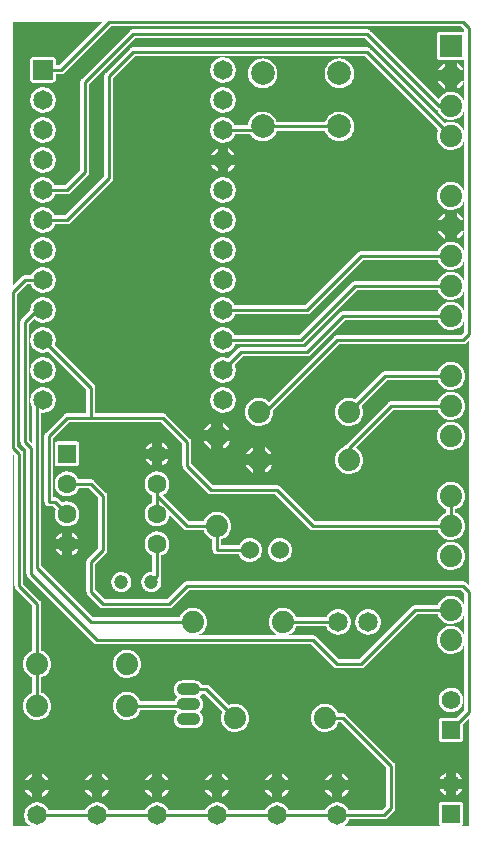
<source format=gtl>
G04 ---------------------------- Layer name :TOP LAYER*
G04 EasyEDA v5.8.19, Sun, 04 Nov 2018 19:37:38 GMT*
G04 39a5a3eee63b4c27b5b8cc1c142ef1ff*
G04 Gerber Generator version 0.2*
G04 Scale: 100 percent, Rotated: No, Reflected: No *
G04 Dimensions in inches *
G04 leading zeros omitted , absolute positions ,2 integer and 4 decimal *
%FSLAX24Y24*%
%MOIN*%
G90*
G70D02*

%ADD10C,0.010000*%
%ADD11C,0.074000*%
%ADD12C,0.065000*%
%ADD13C,0.078740*%
%ADD14C,0.047000*%
%ADD15R,0.063000X0.063000*%
%ADD16C,0.063000*%
%ADD17R,0.062000X0.062000*%
%ADD18C,0.062000*%
%ADD19R,0.074000X0.074000*%
%ADD20R,0.065000X0.065000*%
%ADD21C,0.060000*%
%ADD22C,0.039370*%

%LPD*%
G36*
G01X839Y284D02*
G01X263Y284D01*
G01X263Y12672D01*
G01X313Y12622D01*
G01X313Y8284D01*
G01X313Y8279D01*
G01X313Y8274D01*
G01X313Y8269D01*
G01X314Y8264D01*
G01X315Y8259D01*
G01X316Y8254D01*
G01X317Y8249D01*
G01X318Y8244D01*
G01X320Y8239D01*
G01X321Y8234D01*
G01X323Y8229D01*
G01X325Y8225D01*
G01X327Y8220D01*
G01X329Y8215D01*
G01X332Y8211D01*
G01X334Y8207D01*
G01X337Y8202D01*
G01X340Y8198D01*
G01X343Y8194D01*
G01X346Y8190D01*
G01X349Y8186D01*
G01X353Y8182D01*
G01X356Y8178D01*
G01X913Y7622D01*
G01X913Y6131D01*
G01X912Y6131D01*
G01X869Y6114D01*
G01X827Y6092D01*
G01X788Y6067D01*
G01X751Y6038D01*
G01X717Y6005D01*
G01X687Y5969D01*
G01X661Y5930D01*
G01X638Y5889D01*
G01X620Y5846D01*
G01X606Y5801D01*
G01X597Y5755D01*
G01X592Y5708D01*
G01X592Y5661D01*
G01X597Y5614D01*
G01X606Y5568D01*
G01X620Y5523D01*
G01X638Y5480D01*
G01X661Y5439D01*
G01X687Y5400D01*
G01X717Y5364D01*
G01X751Y5331D01*
G01X788Y5302D01*
G01X827Y5277D01*
G01X869Y5255D01*
G01X912Y5238D01*
G01X913Y5238D01*
G01X913Y4731D01*
G01X912Y4731D01*
G01X869Y4714D01*
G01X827Y4692D01*
G01X788Y4667D01*
G01X751Y4638D01*
G01X717Y4605D01*
G01X687Y4569D01*
G01X661Y4530D01*
G01X638Y4489D01*
G01X620Y4446D01*
G01X606Y4401D01*
G01X597Y4355D01*
G01X592Y4308D01*
G01X592Y4261D01*
G01X597Y4214D01*
G01X606Y4168D01*
G01X620Y4123D01*
G01X638Y4080D01*
G01X661Y4039D01*
G01X687Y4000D01*
G01X717Y3964D01*
G01X751Y3931D01*
G01X788Y3902D01*
G01X827Y3877D01*
G01X869Y3855D01*
G01X912Y3838D01*
G01X958Y3825D01*
G01X1004Y3817D01*
G01X1051Y3814D01*
G01X1098Y3815D01*
G01X1144Y3821D01*
G01X1190Y3831D01*
G01X1235Y3846D01*
G01X1277Y3865D01*
G01X1318Y3889D01*
G01X1356Y3916D01*
G01X1391Y3947D01*
G01X1423Y3982D01*
G01X1452Y4019D01*
G01X1476Y4059D01*
G01X1497Y4102D01*
G01X1513Y4146D01*
G01X1524Y4191D01*
G01X1531Y4238D01*
G01X1534Y4284D01*
G01X1531Y4331D01*
G01X1524Y4378D01*
G01X1513Y4423D01*
G01X1497Y4467D01*
G01X1476Y4510D01*
G01X1452Y4550D01*
G01X1423Y4587D01*
G01X1391Y4622D01*
G01X1356Y4653D01*
G01X1318Y4680D01*
G01X1277Y4704D01*
G01X1235Y4723D01*
G01X1213Y4730D01*
G01X1213Y5239D01*
G01X1235Y5246D01*
G01X1277Y5265D01*
G01X1318Y5289D01*
G01X1356Y5316D01*
G01X1391Y5347D01*
G01X1423Y5382D01*
G01X1452Y5419D01*
G01X1476Y5459D01*
G01X1497Y5502D01*
G01X1513Y5546D01*
G01X1524Y5591D01*
G01X1531Y5638D01*
G01X1534Y5684D01*
G01X1531Y5731D01*
G01X1524Y5778D01*
G01X1513Y5823D01*
G01X1497Y5867D01*
G01X1476Y5910D01*
G01X1452Y5950D01*
G01X1423Y5987D01*
G01X1391Y6022D01*
G01X1356Y6053D01*
G01X1318Y6080D01*
G01X1277Y6104D01*
G01X1235Y6123D01*
G01X1213Y6130D01*
G01X1213Y7684D01*
G01X1212Y7690D01*
G01X1212Y7695D01*
G01X1212Y7700D01*
G01X1211Y7705D01*
G01X1210Y7710D01*
G01X1209Y7715D01*
G01X1208Y7720D01*
G01X1207Y7725D01*
G01X1205Y7730D01*
G01X1204Y7735D01*
G01X1202Y7740D01*
G01X1200Y7744D01*
G01X1198Y7749D01*
G01X1196Y7754D01*
G01X1193Y7758D01*
G01X1191Y7762D01*
G01X1188Y7767D01*
G01X1185Y7771D01*
G01X1182Y7775D01*
G01X1179Y7779D01*
G01X1176Y7783D01*
G01X1172Y7787D01*
G01X1169Y7791D01*
G01X613Y8347D01*
G01X613Y12684D01*
G01X612Y12690D01*
G01X612Y12695D01*
G01X612Y12700D01*
G01X611Y12705D01*
G01X610Y12710D01*
G01X609Y12715D01*
G01X608Y12720D01*
G01X607Y12725D01*
G01X605Y12730D01*
G01X604Y12735D01*
G01X602Y12740D01*
G01X600Y12744D01*
G01X598Y12749D01*
G01X596Y12754D01*
G01X593Y12758D01*
G01X591Y12762D01*
G01X588Y12767D01*
G01X585Y12771D01*
G01X582Y12775D01*
G01X579Y12779D01*
G01X576Y12783D01*
G01X572Y12787D01*
G01X569Y12791D01*
G01X413Y12947D01*
G01X413Y18022D01*
G01X725Y18334D01*
G01X864Y18334D01*
G01X879Y18300D01*
G01X899Y18262D01*
G01X923Y18227D01*
G01X950Y18195D01*
G01X981Y18165D01*
G01X1014Y18139D01*
G01X1050Y18116D01*
G01X1087Y18096D01*
G01X1127Y18081D01*
G01X1168Y18069D01*
G01X1210Y18062D01*
G01X1252Y18059D01*
G01X1294Y18060D01*
G01X1336Y18065D01*
G01X1378Y18074D01*
G01X1418Y18088D01*
G01X1457Y18105D01*
G01X1494Y18127D01*
G01X1528Y18151D01*
G01X1560Y18180D01*
G01X1589Y18211D01*
G01X1614Y18245D01*
G01X1637Y18281D01*
G01X1655Y18319D01*
G01X1670Y18359D01*
G01X1680Y18400D01*
G01X1686Y18442D01*
G01X1689Y18484D01*
G01X1686Y18527D01*
G01X1680Y18569D01*
G01X1670Y18610D01*
G01X1655Y18650D01*
G01X1637Y18688D01*
G01X1614Y18724D01*
G01X1589Y18758D01*
G01X1560Y18789D01*
G01X1528Y18818D01*
G01X1494Y18842D01*
G01X1457Y18864D01*
G01X1418Y18881D01*
G01X1378Y18895D01*
G01X1336Y18904D01*
G01X1294Y18909D01*
G01X1252Y18910D01*
G01X1210Y18907D01*
G01X1168Y18900D01*
G01X1127Y18888D01*
G01X1087Y18873D01*
G01X1050Y18853D01*
G01X1014Y18830D01*
G01X981Y18804D01*
G01X950Y18774D01*
G01X923Y18742D01*
G01X899Y18707D01*
G01X879Y18669D01*
G01X864Y18634D01*
G01X663Y18634D01*
G01X657Y18634D01*
G01X652Y18634D01*
G01X647Y18634D01*
G01X642Y18633D01*
G01X637Y18632D01*
G01X632Y18631D01*
G01X627Y18630D01*
G01X622Y18629D01*
G01X617Y18627D01*
G01X612Y18626D01*
G01X607Y18624D01*
G01X603Y18622D01*
G01X598Y18620D01*
G01X593Y18618D01*
G01X589Y18615D01*
G01X585Y18613D01*
G01X580Y18610D01*
G01X576Y18607D01*
G01X572Y18604D01*
G01X568Y18601D01*
G01X564Y18598D01*
G01X560Y18594D01*
G01X556Y18591D01*
G01X263Y18297D01*
G01X263Y27084D01*
G01X3250Y27084D01*
G01X1800Y25634D01*
G01X1688Y25634D01*
G01X1688Y25809D01*
G01X1687Y25814D01*
G01X1687Y25818D01*
G01X1687Y25822D01*
G01X1686Y25826D01*
G01X1685Y25830D01*
G01X1684Y25834D01*
G01X1683Y25838D01*
G01X1682Y25842D01*
G01X1681Y25846D01*
G01X1679Y25850D01*
G01X1677Y25853D01*
G01X1675Y25857D01*
G01X1673Y25861D01*
G01X1671Y25864D01*
G01X1669Y25868D01*
G01X1666Y25871D01*
G01X1664Y25874D01*
G01X1661Y25877D01*
G01X1658Y25880D01*
G01X1655Y25883D01*
G01X1652Y25886D01*
G01X1649Y25888D01*
G01X1646Y25891D01*
G01X1642Y25893D01*
G01X1639Y25895D01*
G01X1635Y25897D01*
G01X1631Y25899D01*
G01X1628Y25901D01*
G01X1624Y25903D01*
G01X1620Y25904D01*
G01X1616Y25905D01*
G01X1612Y25906D01*
G01X1608Y25907D01*
G01X1604Y25908D01*
G01X1600Y25909D01*
G01X1596Y25909D01*
G01X1592Y25909D01*
G01X1588Y25909D01*
G01X938Y25909D01*
G01X933Y25909D01*
G01X929Y25909D01*
G01X925Y25909D01*
G01X921Y25908D01*
G01X917Y25907D01*
G01X913Y25906D01*
G01X909Y25905D01*
G01X905Y25904D01*
G01X901Y25903D01*
G01X897Y25901D01*
G01X894Y25899D01*
G01X890Y25897D01*
G01X886Y25895D01*
G01X883Y25893D01*
G01X879Y25891D01*
G01X876Y25888D01*
G01X873Y25886D01*
G01X870Y25883D01*
G01X867Y25880D01*
G01X864Y25877D01*
G01X861Y25874D01*
G01X859Y25871D01*
G01X856Y25868D01*
G01X854Y25864D01*
G01X852Y25861D01*
G01X850Y25857D01*
G01X848Y25853D01*
G01X846Y25850D01*
G01X844Y25846D01*
G01X843Y25842D01*
G01X842Y25838D01*
G01X841Y25834D01*
G01X840Y25830D01*
G01X839Y25826D01*
G01X838Y25822D01*
G01X838Y25818D01*
G01X838Y25814D01*
G01X838Y25809D01*
G01X838Y25159D01*
G01X838Y25155D01*
G01X838Y25151D01*
G01X838Y25147D01*
G01X839Y25143D01*
G01X840Y25139D01*
G01X841Y25135D01*
G01X842Y25131D01*
G01X843Y25127D01*
G01X844Y25123D01*
G01X846Y25119D01*
G01X848Y25116D01*
G01X850Y25112D01*
G01X852Y25108D01*
G01X854Y25105D01*
G01X856Y25101D01*
G01X859Y25098D01*
G01X861Y25095D01*
G01X864Y25092D01*
G01X867Y25089D01*
G01X870Y25086D01*
G01X873Y25083D01*
G01X876Y25081D01*
G01X879Y25078D01*
G01X883Y25076D01*
G01X886Y25074D01*
G01X890Y25072D01*
G01X894Y25070D01*
G01X897Y25068D01*
G01X901Y25066D01*
G01X905Y25065D01*
G01X909Y25064D01*
G01X913Y25063D01*
G01X917Y25062D01*
G01X921Y25061D01*
G01X925Y25060D01*
G01X929Y25060D01*
G01X933Y25060D01*
G01X938Y25059D01*
G01X1588Y25059D01*
G01X1592Y25060D01*
G01X1596Y25060D01*
G01X1600Y25060D01*
G01X1604Y25061D01*
G01X1608Y25062D01*
G01X1612Y25063D01*
G01X1616Y25064D01*
G01X1620Y25065D01*
G01X1624Y25066D01*
G01X1628Y25068D01*
G01X1631Y25070D01*
G01X1635Y25072D01*
G01X1639Y25074D01*
G01X1642Y25076D01*
G01X1646Y25078D01*
G01X1649Y25081D01*
G01X1652Y25083D01*
G01X1655Y25086D01*
G01X1658Y25089D01*
G01X1661Y25092D01*
G01X1664Y25095D01*
G01X1666Y25098D01*
G01X1669Y25101D01*
G01X1671Y25105D01*
G01X1673Y25108D01*
G01X1675Y25112D01*
G01X1677Y25116D01*
G01X1679Y25119D01*
G01X1681Y25123D01*
G01X1682Y25127D01*
G01X1683Y25131D01*
G01X1684Y25135D01*
G01X1685Y25139D01*
G01X1686Y25143D01*
G01X1687Y25147D01*
G01X1687Y25151D01*
G01X1687Y25155D01*
G01X1688Y25159D01*
G01X1688Y25334D01*
G01X1863Y25334D01*
G01X1868Y25335D01*
G01X1873Y25335D01*
G01X1878Y25335D01*
G01X1883Y25336D01*
G01X1888Y25337D01*
G01X1893Y25338D01*
G01X1898Y25339D01*
G01X1903Y25340D01*
G01X1908Y25342D01*
G01X1913Y25343D01*
G01X1918Y25345D01*
G01X1922Y25347D01*
G01X1927Y25349D01*
G01X1932Y25351D01*
G01X1936Y25354D01*
G01X1940Y25356D01*
G01X1945Y25359D01*
G01X1949Y25362D01*
G01X1953Y25365D01*
G01X1957Y25368D01*
G01X1961Y25371D01*
G01X1965Y25375D01*
G01X1969Y25378D01*
G01X3525Y26934D01*
G01X15200Y26934D01*
G01X15313Y26822D01*
G01X15313Y26714D01*
G01X15311Y26716D01*
G01X15309Y26719D01*
G01X15306Y26722D01*
G01X15303Y26725D01*
G01X15300Y26728D01*
G01X15297Y26731D01*
G01X15294Y26733D01*
G01X15291Y26736D01*
G01X15287Y26738D01*
G01X15284Y26740D01*
G01X15280Y26742D01*
G01X15276Y26744D01*
G01X15273Y26746D01*
G01X15269Y26748D01*
G01X15265Y26749D01*
G01X15261Y26750D01*
G01X15257Y26751D01*
G01X15253Y26752D01*
G01X15249Y26753D01*
G01X15245Y26754D01*
G01X15241Y26754D01*
G01X15237Y26754D01*
G01X15232Y26754D01*
G01X14493Y26754D01*
G01X14488Y26754D01*
G01X14484Y26754D01*
G01X14480Y26754D01*
G01X14476Y26753D01*
G01X14472Y26752D01*
G01X14468Y26751D01*
G01X14464Y26750D01*
G01X14460Y26749D01*
G01X14456Y26748D01*
G01X14452Y26746D01*
G01X14449Y26744D01*
G01X14445Y26742D01*
G01X14441Y26740D01*
G01X14438Y26738D01*
G01X14434Y26736D01*
G01X14431Y26733D01*
G01X14428Y26731D01*
G01X14425Y26728D01*
G01X14422Y26725D01*
G01X14419Y26722D01*
G01X14416Y26719D01*
G01X14414Y26716D01*
G01X14411Y26713D01*
G01X14409Y26709D01*
G01X14407Y26706D01*
G01X14405Y26702D01*
G01X14403Y26698D01*
G01X14401Y26695D01*
G01X14399Y26691D01*
G01X14398Y26687D01*
G01X14397Y26683D01*
G01X14396Y26679D01*
G01X14395Y26675D01*
G01X14394Y26671D01*
G01X14393Y26667D01*
G01X14393Y26663D01*
G01X14393Y26659D01*
G01X14393Y26654D01*
G01X14393Y25915D01*
G01X14393Y25910D01*
G01X14393Y25906D01*
G01X14393Y25902D01*
G01X14394Y25898D01*
G01X14395Y25894D01*
G01X14396Y25890D01*
G01X14397Y25886D01*
G01X14398Y25882D01*
G01X14399Y25878D01*
G01X14401Y25874D01*
G01X14403Y25871D01*
G01X14405Y25867D01*
G01X14407Y25863D01*
G01X14409Y25860D01*
G01X14411Y25856D01*
G01X14414Y25853D01*
G01X14416Y25850D01*
G01X14419Y25847D01*
G01X14422Y25844D01*
G01X14425Y25841D01*
G01X14428Y25838D01*
G01X14431Y25836D01*
G01X14434Y25833D01*
G01X14438Y25831D01*
G01X14441Y25829D01*
G01X14445Y25827D01*
G01X14449Y25825D01*
G01X14452Y25823D01*
G01X14456Y25821D01*
G01X14460Y25820D01*
G01X14464Y25819D01*
G01X14468Y25818D01*
G01X14472Y25817D01*
G01X14476Y25816D01*
G01X14480Y25815D01*
G01X14484Y25815D01*
G01X14488Y25815D01*
G01X14493Y25815D01*
G01X15232Y25815D01*
G01X15237Y25815D01*
G01X15241Y25815D01*
G01X15245Y25815D01*
G01X15249Y25816D01*
G01X15253Y25817D01*
G01X15257Y25818D01*
G01X15261Y25819D01*
G01X15265Y25820D01*
G01X15269Y25821D01*
G01X15273Y25823D01*
G01X15276Y25825D01*
G01X15280Y25827D01*
G01X15284Y25829D01*
G01X15287Y25831D01*
G01X15291Y25833D01*
G01X15294Y25836D01*
G01X15297Y25838D01*
G01X15300Y25841D01*
G01X15303Y25844D01*
G01X15306Y25847D01*
G01X15309Y25850D01*
G01X15311Y25853D01*
G01X15313Y25855D01*
G01X15313Y24424D01*
G01X15297Y24467D01*
G01X15276Y24510D01*
G01X15252Y24550D01*
G01X15223Y24587D01*
G01X15191Y24622D01*
G01X15156Y24653D01*
G01X15118Y24680D01*
G01X15077Y24704D01*
G01X15035Y24723D01*
G01X14990Y24738D01*
G01X14944Y24748D01*
G01X14898Y24754D01*
G01X14851Y24755D01*
G01X14804Y24752D01*
G01X14758Y24744D01*
G01X14712Y24731D01*
G01X14669Y24714D01*
G01X14627Y24692D01*
G01X14588Y24667D01*
G01X14551Y24638D01*
G01X14517Y24605D01*
G01X14487Y24569D01*
G01X14461Y24530D01*
G01X14449Y24510D01*
G01X12169Y26791D01*
G01X12165Y26794D01*
G01X12161Y26798D01*
G01X12157Y26801D01*
G01X12153Y26804D01*
G01X12149Y26807D01*
G01X12145Y26810D01*
G01X12140Y26813D01*
G01X12136Y26815D01*
G01X12132Y26818D01*
G01X12127Y26820D01*
G01X12122Y26822D01*
G01X12118Y26824D01*
G01X12113Y26826D01*
G01X12108Y26827D01*
G01X12103Y26829D01*
G01X12098Y26830D01*
G01X12093Y26831D01*
G01X12088Y26832D01*
G01X12083Y26833D01*
G01X12078Y26834D01*
G01X12073Y26834D01*
G01X12068Y26834D01*
G01X12063Y26834D01*
G01X4263Y26834D01*
G01X4257Y26834D01*
G01X4252Y26834D01*
G01X4247Y26834D01*
G01X4242Y26833D01*
G01X4237Y26832D01*
G01X4232Y26831D01*
G01X4227Y26830D01*
G01X4222Y26829D01*
G01X4217Y26827D01*
G01X4212Y26826D01*
G01X4207Y26824D01*
G01X4203Y26822D01*
G01X4198Y26820D01*
G01X4193Y26818D01*
G01X4189Y26815D01*
G01X4185Y26813D01*
G01X4180Y26810D01*
G01X4176Y26807D01*
G01X4172Y26804D01*
G01X4168Y26801D01*
G01X4164Y26798D01*
G01X4160Y26794D01*
G01X4156Y26791D01*
G01X2556Y25191D01*
G01X2553Y25187D01*
G01X2549Y25183D01*
G01X2546Y25179D01*
G01X2543Y25175D01*
G01X2540Y25171D01*
G01X2537Y25167D01*
G01X2534Y25162D01*
G01X2532Y25158D01*
G01X2529Y25154D01*
G01X2527Y25149D01*
G01X2525Y25144D01*
G01X2523Y25140D01*
G01X2521Y25135D01*
G01X2520Y25130D01*
G01X2518Y25125D01*
G01X2517Y25120D01*
G01X2516Y25115D01*
G01X2515Y25110D01*
G01X2514Y25105D01*
G01X2513Y25100D01*
G01X2513Y25095D01*
G01X2513Y25090D01*
G01X2513Y25084D01*
G01X2513Y22147D01*
G01X2000Y21634D01*
G01X1661Y21634D01*
G01X1655Y21650D01*
G01X1637Y21688D01*
G01X1614Y21724D01*
G01X1589Y21758D01*
G01X1560Y21789D01*
G01X1528Y21818D01*
G01X1494Y21842D01*
G01X1457Y21864D01*
G01X1418Y21881D01*
G01X1378Y21895D01*
G01X1336Y21904D01*
G01X1294Y21909D01*
G01X1252Y21910D01*
G01X1210Y21907D01*
G01X1168Y21900D01*
G01X1127Y21888D01*
G01X1087Y21873D01*
G01X1050Y21853D01*
G01X1014Y21830D01*
G01X981Y21804D01*
G01X950Y21774D01*
G01X923Y21742D01*
G01X899Y21707D01*
G01X879Y21669D01*
G01X862Y21630D01*
G01X850Y21590D01*
G01X841Y21548D01*
G01X837Y21506D01*
G01X837Y21463D01*
G01X841Y21421D01*
G01X850Y21379D01*
G01X862Y21339D01*
G01X879Y21300D01*
G01X899Y21262D01*
G01X923Y21227D01*
G01X950Y21195D01*
G01X981Y21165D01*
G01X1014Y21139D01*
G01X1050Y21116D01*
G01X1087Y21096D01*
G01X1127Y21081D01*
G01X1168Y21069D01*
G01X1210Y21062D01*
G01X1252Y21059D01*
G01X1294Y21060D01*
G01X1336Y21065D01*
G01X1378Y21074D01*
G01X1418Y21088D01*
G01X1457Y21105D01*
G01X1494Y21127D01*
G01X1528Y21151D01*
G01X1560Y21180D01*
G01X1589Y21211D01*
G01X1614Y21245D01*
G01X1637Y21281D01*
G01X1655Y21319D01*
G01X1661Y21334D01*
G01X2063Y21334D01*
G01X2068Y21335D01*
G01X2073Y21335D01*
G01X2078Y21335D01*
G01X2083Y21336D01*
G01X2088Y21337D01*
G01X2093Y21338D01*
G01X2098Y21339D01*
G01X2103Y21340D01*
G01X2108Y21342D01*
G01X2113Y21343D01*
G01X2118Y21345D01*
G01X2122Y21347D01*
G01X2127Y21349D01*
G01X2132Y21351D01*
G01X2136Y21354D01*
G01X2140Y21356D01*
G01X2145Y21359D01*
G01X2149Y21362D01*
G01X2153Y21365D01*
G01X2157Y21368D01*
G01X2161Y21371D01*
G01X2165Y21375D01*
G01X2169Y21378D01*
G01X2769Y21978D01*
G01X2772Y21982D01*
G01X2776Y21986D01*
G01X2779Y21990D01*
G01X2782Y21994D01*
G01X2785Y21998D01*
G01X2788Y22002D01*
G01X2791Y22007D01*
G01X2793Y22011D01*
G01X2796Y22015D01*
G01X2798Y22020D01*
G01X2800Y22025D01*
G01X2802Y22029D01*
G01X2804Y22034D01*
G01X2805Y22039D01*
G01X2807Y22044D01*
G01X2808Y22049D01*
G01X2809Y22054D01*
G01X2810Y22059D01*
G01X2811Y22064D01*
G01X2812Y22069D01*
G01X2812Y22074D01*
G01X2812Y22079D01*
G01X2813Y22084D01*
G01X2813Y25022D01*
G01X4325Y26534D01*
G01X12000Y26534D01*
G01X14356Y24178D01*
G01X14360Y24175D01*
G01X14364Y24171D01*
G01X14368Y24168D01*
G01X14372Y24165D01*
G01X14376Y24162D01*
G01X14380Y24159D01*
G01X14385Y24156D01*
G01X14389Y24154D01*
G01X14393Y24151D01*
G01X14398Y24149D01*
G01X14403Y24147D01*
G01X14407Y24145D01*
G01X14412Y24143D01*
G01X14414Y24143D01*
G01X14420Y24123D01*
G01X14438Y24080D01*
G01X14461Y24039D01*
G01X14487Y24000D01*
G01X14517Y23964D01*
G01X14551Y23931D01*
G01X14588Y23902D01*
G01X14627Y23877D01*
G01X14669Y23855D01*
G01X14712Y23838D01*
G01X14758Y23825D01*
G01X14804Y23817D01*
G01X14851Y23814D01*
G01X14898Y23815D01*
G01X14944Y23821D01*
G01X14990Y23831D01*
G01X15035Y23846D01*
G01X15077Y23865D01*
G01X15118Y23889D01*
G01X15156Y23916D01*
G01X15191Y23947D01*
G01X15223Y23982D01*
G01X15252Y24019D01*
G01X15276Y24059D01*
G01X15297Y24102D01*
G01X15313Y24145D01*
G01X15313Y23424D01*
G01X15297Y23467D01*
G01X15276Y23510D01*
G01X15252Y23550D01*
G01X15223Y23587D01*
G01X15191Y23622D01*
G01X15156Y23653D01*
G01X15118Y23680D01*
G01X15077Y23704D01*
G01X15035Y23723D01*
G01X14990Y23738D01*
G01X14944Y23748D01*
G01X14898Y23754D01*
G01X14851Y23755D01*
G01X14804Y23752D01*
G01X14758Y23744D01*
G01X14712Y23731D01*
G01X14669Y23714D01*
G01X14653Y23706D01*
G01X12169Y26191D01*
G01X12165Y26194D01*
G01X12161Y26198D01*
G01X12157Y26201D01*
G01X12153Y26204D01*
G01X12149Y26207D01*
G01X12145Y26210D01*
G01X12140Y26213D01*
G01X12136Y26215D01*
G01X12132Y26218D01*
G01X12127Y26220D01*
G01X12122Y26222D01*
G01X12118Y26224D01*
G01X12113Y26226D01*
G01X12108Y26227D01*
G01X12103Y26229D01*
G01X12098Y26230D01*
G01X12093Y26231D01*
G01X12088Y26232D01*
G01X12083Y26233D01*
G01X12078Y26234D01*
G01X12073Y26234D01*
G01X12068Y26234D01*
G01X12063Y26234D01*
G01X4263Y26234D01*
G01X4257Y26234D01*
G01X4252Y26234D01*
G01X4247Y26234D01*
G01X4242Y26233D01*
G01X4237Y26232D01*
G01X4232Y26231D01*
G01X4227Y26230D01*
G01X4222Y26229D01*
G01X4217Y26227D01*
G01X4212Y26226D01*
G01X4207Y26224D01*
G01X4203Y26222D01*
G01X4198Y26220D01*
G01X4193Y26218D01*
G01X4189Y26215D01*
G01X4185Y26213D01*
G01X4180Y26210D01*
G01X4176Y26207D01*
G01X4172Y26204D01*
G01X4168Y26201D01*
G01X4164Y26198D01*
G01X4160Y26194D01*
G01X4156Y26191D01*
G01X3356Y25391D01*
G01X3353Y25387D01*
G01X3349Y25383D01*
G01X3346Y25379D01*
G01X3343Y25375D01*
G01X3340Y25371D01*
G01X3337Y25367D01*
G01X3334Y25362D01*
G01X3332Y25358D01*
G01X3329Y25354D01*
G01X3327Y25349D01*
G01X3325Y25344D01*
G01X3323Y25340D01*
G01X3321Y25335D01*
G01X3320Y25330D01*
G01X3318Y25325D01*
G01X3317Y25320D01*
G01X3316Y25315D01*
G01X3315Y25310D01*
G01X3314Y25305D01*
G01X3313Y25300D01*
G01X3313Y25295D01*
G01X3313Y25290D01*
G01X3313Y25284D01*
G01X3313Y21947D01*
G01X2000Y20634D01*
G01X1661Y20634D01*
G01X1655Y20650D01*
G01X1637Y20688D01*
G01X1614Y20724D01*
G01X1589Y20758D01*
G01X1560Y20789D01*
G01X1528Y20818D01*
G01X1494Y20842D01*
G01X1457Y20864D01*
G01X1418Y20881D01*
G01X1378Y20895D01*
G01X1336Y20904D01*
G01X1294Y20909D01*
G01X1252Y20910D01*
G01X1210Y20907D01*
G01X1168Y20900D01*
G01X1127Y20888D01*
G01X1087Y20873D01*
G01X1050Y20853D01*
G01X1014Y20830D01*
G01X981Y20804D01*
G01X950Y20774D01*
G01X923Y20742D01*
G01X899Y20707D01*
G01X879Y20669D01*
G01X862Y20630D01*
G01X850Y20590D01*
G01X841Y20548D01*
G01X837Y20506D01*
G01X837Y20463D01*
G01X841Y20421D01*
G01X850Y20379D01*
G01X862Y20339D01*
G01X879Y20300D01*
G01X899Y20262D01*
G01X923Y20227D01*
G01X950Y20195D01*
G01X981Y20165D01*
G01X1014Y20139D01*
G01X1050Y20116D01*
G01X1087Y20096D01*
G01X1127Y20081D01*
G01X1168Y20069D01*
G01X1210Y20062D01*
G01X1252Y20059D01*
G01X1294Y20060D01*
G01X1336Y20065D01*
G01X1378Y20074D01*
G01X1418Y20088D01*
G01X1457Y20105D01*
G01X1494Y20127D01*
G01X1528Y20151D01*
G01X1560Y20180D01*
G01X1589Y20211D01*
G01X1614Y20245D01*
G01X1637Y20281D01*
G01X1655Y20319D01*
G01X1661Y20334D01*
G01X2063Y20334D01*
G01X2068Y20335D01*
G01X2073Y20335D01*
G01X2078Y20335D01*
G01X2083Y20336D01*
G01X2088Y20337D01*
G01X2093Y20338D01*
G01X2098Y20339D01*
G01X2103Y20340D01*
G01X2108Y20342D01*
G01X2113Y20343D01*
G01X2118Y20345D01*
G01X2122Y20347D01*
G01X2127Y20349D01*
G01X2132Y20351D01*
G01X2136Y20354D01*
G01X2140Y20356D01*
G01X2145Y20359D01*
G01X2149Y20362D01*
G01X2153Y20365D01*
G01X2157Y20368D01*
G01X2161Y20371D01*
G01X2165Y20375D01*
G01X2169Y20378D01*
G01X3569Y21778D01*
G01X3572Y21782D01*
G01X3576Y21786D01*
G01X3579Y21790D01*
G01X3582Y21794D01*
G01X3585Y21798D01*
G01X3588Y21802D01*
G01X3591Y21807D01*
G01X3593Y21811D01*
G01X3596Y21815D01*
G01X3598Y21820D01*
G01X3600Y21825D01*
G01X3602Y21829D01*
G01X3604Y21834D01*
G01X3605Y21839D01*
G01X3607Y21844D01*
G01X3608Y21849D01*
G01X3609Y21854D01*
G01X3610Y21859D01*
G01X3611Y21864D01*
G01X3612Y21869D01*
G01X3612Y21874D01*
G01X3612Y21879D01*
G01X3613Y21884D01*
G01X3613Y25222D01*
G01X4325Y25934D01*
G01X12000Y25934D01*
G01X14441Y23494D01*
G01X14438Y23489D01*
G01X14420Y23446D01*
G01X14406Y23401D01*
G01X14397Y23355D01*
G01X14392Y23308D01*
G01X14392Y23261D01*
G01X14397Y23214D01*
G01X14406Y23168D01*
G01X14420Y23123D01*
G01X14438Y23080D01*
G01X14461Y23039D01*
G01X14487Y23000D01*
G01X14517Y22964D01*
G01X14551Y22931D01*
G01X14588Y22902D01*
G01X14627Y22877D01*
G01X14669Y22855D01*
G01X14712Y22838D01*
G01X14758Y22825D01*
G01X14804Y22817D01*
G01X14851Y22814D01*
G01X14898Y22815D01*
G01X14944Y22821D01*
G01X14990Y22831D01*
G01X15035Y22846D01*
G01X15077Y22865D01*
G01X15118Y22889D01*
G01X15156Y22916D01*
G01X15191Y22947D01*
G01X15223Y22982D01*
G01X15252Y23019D01*
G01X15276Y23059D01*
G01X15297Y23102D01*
G01X15313Y23145D01*
G01X15313Y21424D01*
G01X15297Y21467D01*
G01X15276Y21510D01*
G01X15252Y21550D01*
G01X15223Y21587D01*
G01X15191Y21622D01*
G01X15156Y21653D01*
G01X15118Y21680D01*
G01X15077Y21704D01*
G01X15035Y21723D01*
G01X14990Y21738D01*
G01X14944Y21748D01*
G01X14898Y21754D01*
G01X14851Y21755D01*
G01X14804Y21752D01*
G01X14758Y21744D01*
G01X14712Y21731D01*
G01X14669Y21714D01*
G01X14627Y21692D01*
G01X14588Y21667D01*
G01X14551Y21638D01*
G01X14517Y21605D01*
G01X14487Y21569D01*
G01X14461Y21530D01*
G01X14438Y21489D01*
G01X14420Y21446D01*
G01X14406Y21401D01*
G01X14397Y21355D01*
G01X14392Y21308D01*
G01X14392Y21261D01*
G01X14397Y21214D01*
G01X14406Y21168D01*
G01X14420Y21123D01*
G01X14438Y21080D01*
G01X14461Y21039D01*
G01X14487Y21000D01*
G01X14517Y20964D01*
G01X14551Y20931D01*
G01X14588Y20902D01*
G01X14627Y20877D01*
G01X14669Y20855D01*
G01X14712Y20838D01*
G01X14758Y20825D01*
G01X14804Y20817D01*
G01X14851Y20814D01*
G01X14898Y20815D01*
G01X14944Y20821D01*
G01X14990Y20831D01*
G01X15035Y20846D01*
G01X15077Y20865D01*
G01X15118Y20889D01*
G01X15156Y20916D01*
G01X15191Y20947D01*
G01X15223Y20982D01*
G01X15252Y21019D01*
G01X15276Y21059D01*
G01X15297Y21102D01*
G01X15313Y21145D01*
G01X15313Y19424D01*
G01X15297Y19467D01*
G01X15276Y19510D01*
G01X15252Y19550D01*
G01X15223Y19587D01*
G01X15191Y19622D01*
G01X15156Y19653D01*
G01X15118Y19680D01*
G01X15077Y19704D01*
G01X15035Y19723D01*
G01X14990Y19738D01*
G01X14944Y19748D01*
G01X14898Y19754D01*
G01X14851Y19755D01*
G01X14804Y19752D01*
G01X14758Y19744D01*
G01X14712Y19731D01*
G01X14669Y19714D01*
G01X14627Y19692D01*
G01X14588Y19667D01*
G01X14551Y19638D01*
G01X14517Y19605D01*
G01X14487Y19569D01*
G01X14461Y19530D01*
G01X14438Y19489D01*
G01X14420Y19446D01*
G01X14416Y19434D01*
G01X11863Y19434D01*
G01X11857Y19434D01*
G01X11852Y19434D01*
G01X11847Y19434D01*
G01X11842Y19433D01*
G01X11837Y19432D01*
G01X11832Y19431D01*
G01X11827Y19430D01*
G01X11822Y19429D01*
G01X11817Y19427D01*
G01X11812Y19426D01*
G01X11807Y19424D01*
G01X11803Y19422D01*
G01X11798Y19420D01*
G01X11793Y19418D01*
G01X11789Y19415D01*
G01X11785Y19413D01*
G01X11780Y19410D01*
G01X11776Y19407D01*
G01X11772Y19404D01*
G01X11768Y19401D01*
G01X11764Y19398D01*
G01X11760Y19394D01*
G01X11756Y19391D01*
G01X10000Y17634D01*
G01X7661Y17634D01*
G01X7655Y17650D01*
G01X7637Y17688D01*
G01X7614Y17724D01*
G01X7589Y17758D01*
G01X7560Y17789D01*
G01X7528Y17818D01*
G01X7494Y17842D01*
G01X7457Y17864D01*
G01X7418Y17881D01*
G01X7378Y17895D01*
G01X7336Y17904D01*
G01X7294Y17909D01*
G01X7252Y17910D01*
G01X7210Y17907D01*
G01X7168Y17900D01*
G01X7127Y17888D01*
G01X7087Y17873D01*
G01X7050Y17853D01*
G01X7014Y17830D01*
G01X6981Y17804D01*
G01X6950Y17774D01*
G01X6923Y17742D01*
G01X6899Y17707D01*
G01X6879Y17669D01*
G01X6862Y17630D01*
G01X6850Y17590D01*
G01X6841Y17548D01*
G01X6837Y17506D01*
G01X6837Y17463D01*
G01X6841Y17421D01*
G01X6850Y17379D01*
G01X6862Y17339D01*
G01X6879Y17300D01*
G01X6899Y17262D01*
G01X6923Y17227D01*
G01X6950Y17195D01*
G01X6981Y17165D01*
G01X7014Y17139D01*
G01X7050Y17116D01*
G01X7087Y17096D01*
G01X7127Y17081D01*
G01X7168Y17069D01*
G01X7210Y17062D01*
G01X7252Y17059D01*
G01X7294Y17060D01*
G01X7336Y17065D01*
G01X7378Y17074D01*
G01X7418Y17088D01*
G01X7457Y17105D01*
G01X7494Y17127D01*
G01X7528Y17151D01*
G01X7560Y17180D01*
G01X7589Y17211D01*
G01X7614Y17245D01*
G01X7637Y17281D01*
G01X7655Y17319D01*
G01X7661Y17334D01*
G01X10063Y17334D01*
G01X10068Y17335D01*
G01X10073Y17335D01*
G01X10078Y17335D01*
G01X10083Y17336D01*
G01X10088Y17337D01*
G01X10093Y17338D01*
G01X10098Y17339D01*
G01X10103Y17340D01*
G01X10108Y17342D01*
G01X10113Y17343D01*
G01X10118Y17345D01*
G01X10122Y17347D01*
G01X10127Y17349D01*
G01X10132Y17351D01*
G01X10136Y17354D01*
G01X10140Y17356D01*
G01X10145Y17359D01*
G01X10149Y17362D01*
G01X10153Y17365D01*
G01X10157Y17368D01*
G01X10161Y17371D01*
G01X10165Y17375D01*
G01X10169Y17378D01*
G01X11925Y19134D01*
G01X14416Y19134D01*
G01X14420Y19123D01*
G01X14438Y19080D01*
G01X14461Y19039D01*
G01X14487Y19000D01*
G01X14517Y18964D01*
G01X14551Y18931D01*
G01X14588Y18902D01*
G01X14627Y18877D01*
G01X14669Y18855D01*
G01X14712Y18838D01*
G01X14758Y18825D01*
G01X14804Y18817D01*
G01X14851Y18814D01*
G01X14898Y18815D01*
G01X14944Y18821D01*
G01X14990Y18831D01*
G01X15035Y18846D01*
G01X15077Y18865D01*
G01X15118Y18889D01*
G01X15156Y18916D01*
G01X15191Y18947D01*
G01X15223Y18982D01*
G01X15252Y19019D01*
G01X15276Y19059D01*
G01X15297Y19102D01*
G01X15313Y19145D01*
G01X15313Y18424D01*
G01X15297Y18467D01*
G01X15276Y18510D01*
G01X15252Y18550D01*
G01X15223Y18587D01*
G01X15191Y18622D01*
G01X15156Y18653D01*
G01X15118Y18680D01*
G01X15077Y18704D01*
G01X15035Y18723D01*
G01X14990Y18738D01*
G01X14944Y18748D01*
G01X14898Y18754D01*
G01X14851Y18755D01*
G01X14804Y18752D01*
G01X14758Y18744D01*
G01X14712Y18731D01*
G01X14669Y18714D01*
G01X14627Y18692D01*
G01X14588Y18667D01*
G01X14551Y18638D01*
G01X14517Y18605D01*
G01X14487Y18569D01*
G01X14461Y18530D01*
G01X14438Y18489D01*
G01X14420Y18446D01*
G01X14416Y18434D01*
G01X11663Y18434D01*
G01X11657Y18434D01*
G01X11652Y18434D01*
G01X11647Y18434D01*
G01X11642Y18433D01*
G01X11637Y18432D01*
G01X11632Y18431D01*
G01X11627Y18430D01*
G01X11622Y18429D01*
G01X11617Y18427D01*
G01X11612Y18426D01*
G01X11607Y18424D01*
G01X11603Y18422D01*
G01X11598Y18420D01*
G01X11593Y18418D01*
G01X11589Y18415D01*
G01X11585Y18413D01*
G01X11580Y18410D01*
G01X11576Y18407D01*
G01X11572Y18404D01*
G01X11568Y18401D01*
G01X11564Y18398D01*
G01X11560Y18394D01*
G01X11556Y18391D01*
G01X9800Y16634D01*
G01X7661Y16634D01*
G01X7655Y16650D01*
G01X7637Y16688D01*
G01X7614Y16724D01*
G01X7589Y16758D01*
G01X7560Y16789D01*
G01X7528Y16818D01*
G01X7494Y16842D01*
G01X7457Y16864D01*
G01X7418Y16881D01*
G01X7378Y16895D01*
G01X7336Y16904D01*
G01X7294Y16909D01*
G01X7252Y16910D01*
G01X7210Y16907D01*
G01X7168Y16900D01*
G01X7127Y16888D01*
G01X7087Y16873D01*
G01X7050Y16853D01*
G01X7014Y16830D01*
G01X6981Y16804D01*
G01X6950Y16774D01*
G01X6923Y16742D01*
G01X6899Y16707D01*
G01X6879Y16669D01*
G01X6862Y16630D01*
G01X6850Y16590D01*
G01X6841Y16548D01*
G01X6837Y16506D01*
G01X6837Y16463D01*
G01X6841Y16421D01*
G01X6850Y16379D01*
G01X6862Y16339D01*
G01X6879Y16300D01*
G01X6899Y16262D01*
G01X6923Y16227D01*
G01X6950Y16195D01*
G01X6981Y16165D01*
G01X7014Y16139D01*
G01X7050Y16116D01*
G01X7087Y16096D01*
G01X7127Y16081D01*
G01X7168Y16069D01*
G01X7210Y16062D01*
G01X7252Y16059D01*
G01X7294Y16060D01*
G01X7336Y16065D01*
G01X7378Y16074D01*
G01X7418Y16088D01*
G01X7457Y16105D01*
G01X7494Y16127D01*
G01X7528Y16151D01*
G01X7560Y16180D01*
G01X7589Y16211D01*
G01X7614Y16245D01*
G01X7637Y16281D01*
G01X7655Y16319D01*
G01X7661Y16334D01*
G01X9863Y16334D01*
G01X9868Y16335D01*
G01X9873Y16335D01*
G01X9878Y16335D01*
G01X9883Y16336D01*
G01X9888Y16337D01*
G01X9893Y16338D01*
G01X9898Y16339D01*
G01X9903Y16340D01*
G01X9908Y16342D01*
G01X9913Y16343D01*
G01X9918Y16345D01*
G01X9922Y16347D01*
G01X9927Y16349D01*
G01X9932Y16351D01*
G01X9936Y16354D01*
G01X9940Y16356D01*
G01X9945Y16359D01*
G01X9949Y16362D01*
G01X9953Y16365D01*
G01X9957Y16368D01*
G01X9961Y16371D01*
G01X9965Y16375D01*
G01X9969Y16378D01*
G01X11725Y18134D01*
G01X14416Y18134D01*
G01X14420Y18123D01*
G01X14438Y18080D01*
G01X14461Y18039D01*
G01X14487Y18000D01*
G01X14517Y17964D01*
G01X14551Y17931D01*
G01X14588Y17902D01*
G01X14627Y17877D01*
G01X14669Y17855D01*
G01X14712Y17838D01*
G01X14758Y17825D01*
G01X14804Y17817D01*
G01X14851Y17814D01*
G01X14898Y17815D01*
G01X14944Y17821D01*
G01X14990Y17831D01*
G01X15035Y17846D01*
G01X15077Y17865D01*
G01X15118Y17889D01*
G01X15156Y17916D01*
G01X15191Y17947D01*
G01X15223Y17982D01*
G01X15252Y18019D01*
G01X15276Y18059D01*
G01X15297Y18102D01*
G01X15313Y18145D01*
G01X15313Y17424D01*
G01X15297Y17467D01*
G01X15276Y17510D01*
G01X15252Y17550D01*
G01X15223Y17587D01*
G01X15191Y17622D01*
G01X15156Y17653D01*
G01X15118Y17680D01*
G01X15077Y17704D01*
G01X15035Y17723D01*
G01X14990Y17738D01*
G01X14944Y17748D01*
G01X14898Y17754D01*
G01X14851Y17755D01*
G01X14804Y17752D01*
G01X14758Y17744D01*
G01X14712Y17731D01*
G01X14669Y17714D01*
G01X14627Y17692D01*
G01X14588Y17667D01*
G01X14551Y17638D01*
G01X14517Y17605D01*
G01X14487Y17569D01*
G01X14461Y17530D01*
G01X14438Y17489D01*
G01X14420Y17446D01*
G01X14416Y17434D01*
G01X11263Y17434D01*
G01X11257Y17434D01*
G01X11252Y17434D01*
G01X11247Y17434D01*
G01X11242Y17433D01*
G01X11237Y17432D01*
G01X11232Y17431D01*
G01X11227Y17430D01*
G01X11222Y17429D01*
G01X11217Y17427D01*
G01X11212Y17426D01*
G01X11207Y17424D01*
G01X11203Y17422D01*
G01X11198Y17420D01*
G01X11193Y17418D01*
G01X11189Y17415D01*
G01X11185Y17413D01*
G01X11180Y17410D01*
G01X11176Y17407D01*
G01X11172Y17404D01*
G01X11168Y17401D01*
G01X11164Y17398D01*
G01X11160Y17394D01*
G01X11156Y17391D01*
G01X10000Y16234D01*
G01X7863Y16234D01*
G01X7857Y16234D01*
G01X7852Y16234D01*
G01X7847Y16234D01*
G01X7842Y16233D01*
G01X7837Y16232D01*
G01X7832Y16231D01*
G01X7827Y16230D01*
G01X7822Y16229D01*
G01X7817Y16227D01*
G01X7812Y16226D01*
G01X7807Y16224D01*
G01X7803Y16222D01*
G01X7798Y16220D01*
G01X7793Y16218D01*
G01X7789Y16215D01*
G01X7785Y16213D01*
G01X7780Y16210D01*
G01X7776Y16207D01*
G01X7772Y16204D01*
G01X7768Y16201D01*
G01X7764Y16198D01*
G01X7760Y16194D01*
G01X7756Y16191D01*
G01X7438Y15872D01*
G01X7418Y15881D01*
G01X7378Y15895D01*
G01X7336Y15904D01*
G01X7294Y15909D01*
G01X7252Y15910D01*
G01X7210Y15907D01*
G01X7168Y15900D01*
G01X7127Y15888D01*
G01X7087Y15873D01*
G01X7050Y15853D01*
G01X7014Y15830D01*
G01X6981Y15804D01*
G01X6950Y15774D01*
G01X6923Y15742D01*
G01X6899Y15707D01*
G01X6879Y15669D01*
G01X6862Y15630D01*
G01X6850Y15590D01*
G01X6841Y15548D01*
G01X6837Y15506D01*
G01X6837Y15463D01*
G01X6841Y15421D01*
G01X6850Y15379D01*
G01X6862Y15339D01*
G01X6879Y15300D01*
G01X6899Y15262D01*
G01X6923Y15227D01*
G01X6950Y15195D01*
G01X6981Y15165D01*
G01X7014Y15139D01*
G01X7050Y15116D01*
G01X7087Y15096D01*
G01X7127Y15081D01*
G01X7168Y15069D01*
G01X7210Y15062D01*
G01X7252Y15059D01*
G01X7294Y15060D01*
G01X7336Y15065D01*
G01X7378Y15074D01*
G01X7418Y15088D01*
G01X7457Y15105D01*
G01X7494Y15127D01*
G01X7528Y15151D01*
G01X7560Y15180D01*
G01X7589Y15211D01*
G01X7614Y15245D01*
G01X7637Y15281D01*
G01X7655Y15319D01*
G01X7670Y15359D01*
G01X7680Y15400D01*
G01X7686Y15442D01*
G01X7689Y15484D01*
G01X7686Y15527D01*
G01X7680Y15569D01*
G01X7670Y15610D01*
G01X7655Y15650D01*
G01X7650Y15660D01*
G01X7925Y15934D01*
G01X10063Y15934D01*
G01X10068Y15935D01*
G01X10073Y15935D01*
G01X10078Y15935D01*
G01X10083Y15936D01*
G01X10088Y15937D01*
G01X10093Y15938D01*
G01X10098Y15939D01*
G01X10103Y15940D01*
G01X10108Y15942D01*
G01X10113Y15943D01*
G01X10118Y15945D01*
G01X10122Y15947D01*
G01X10127Y15949D01*
G01X10132Y15951D01*
G01X10136Y15954D01*
G01X10140Y15956D01*
G01X10145Y15959D01*
G01X10149Y15962D01*
G01X10153Y15965D01*
G01X10157Y15968D01*
G01X10161Y15971D01*
G01X10165Y15975D01*
G01X10169Y15978D01*
G01X11325Y17134D01*
G01X14416Y17134D01*
G01X14420Y17123D01*
G01X14438Y17080D01*
G01X14461Y17039D01*
G01X14487Y17000D01*
G01X14517Y16964D01*
G01X14551Y16931D01*
G01X14588Y16902D01*
G01X14627Y16877D01*
G01X14669Y16855D01*
G01X14712Y16838D01*
G01X14758Y16825D01*
G01X14804Y16817D01*
G01X14851Y16814D01*
G01X14898Y16815D01*
G01X14944Y16821D01*
G01X14990Y16831D01*
G01X15035Y16846D01*
G01X15077Y16865D01*
G01X15118Y16889D01*
G01X15156Y16916D01*
G01X15191Y16947D01*
G01X15223Y16982D01*
G01X15252Y17019D01*
G01X15276Y17059D01*
G01X15297Y17102D01*
G01X15313Y17145D01*
G01X15313Y16747D01*
G01X15200Y16634D01*
G01X11063Y16634D01*
G01X11057Y16634D01*
G01X11052Y16634D01*
G01X11047Y16634D01*
G01X11042Y16633D01*
G01X11037Y16632D01*
G01X11032Y16631D01*
G01X11027Y16630D01*
G01X11022Y16629D01*
G01X11017Y16627D01*
G01X11012Y16626D01*
G01X11007Y16624D01*
G01X11003Y16622D01*
G01X10998Y16620D01*
G01X10993Y16618D01*
G01X10989Y16615D01*
G01X10985Y16613D01*
G01X10980Y16610D01*
G01X10976Y16607D01*
G01X10972Y16604D01*
G01X10968Y16601D01*
G01X10964Y16598D01*
G01X10960Y16594D01*
G01X10956Y16591D01*
G01X8789Y14423D01*
G01X8756Y14453D01*
G01X8718Y14480D01*
G01X8677Y14504D01*
G01X8635Y14523D01*
G01X8590Y14538D01*
G01X8544Y14548D01*
G01X8498Y14554D01*
G01X8451Y14555D01*
G01X8404Y14552D01*
G01X8358Y14544D01*
G01X8312Y14531D01*
G01X8269Y14514D01*
G01X8227Y14492D01*
G01X8188Y14467D01*
G01X8151Y14438D01*
G01X8117Y14405D01*
G01X8087Y14369D01*
G01X8061Y14330D01*
G01X8038Y14289D01*
G01X8020Y14246D01*
G01X8006Y14201D01*
G01X7997Y14155D01*
G01X7992Y14108D01*
G01X7992Y14061D01*
G01X7997Y14014D01*
G01X8006Y13968D01*
G01X8020Y13923D01*
G01X8038Y13880D01*
G01X8061Y13839D01*
G01X8087Y13800D01*
G01X8117Y13764D01*
G01X8151Y13731D01*
G01X8188Y13702D01*
G01X8227Y13677D01*
G01X8269Y13655D01*
G01X8312Y13638D01*
G01X8358Y13625D01*
G01X8404Y13617D01*
G01X8451Y13614D01*
G01X8498Y13615D01*
G01X8544Y13621D01*
G01X8590Y13631D01*
G01X8635Y13646D01*
G01X8677Y13665D01*
G01X8718Y13689D01*
G01X8756Y13716D01*
G01X8791Y13747D01*
G01X8823Y13782D01*
G01X8852Y13819D01*
G01X8876Y13859D01*
G01X8897Y13902D01*
G01X8913Y13946D01*
G01X8924Y13991D01*
G01X8931Y14038D01*
G01X8934Y14084D01*
G01X8931Y14131D01*
G01X8930Y14140D01*
G01X11125Y16334D01*
G01X15263Y16334D01*
G01X15268Y16335D01*
G01X15273Y16335D01*
G01X15278Y16335D01*
G01X15283Y16336D01*
G01X15288Y16337D01*
G01X15293Y16338D01*
G01X15298Y16339D01*
G01X15303Y16340D01*
G01X15308Y16342D01*
G01X15313Y16343D01*
G01X15318Y16345D01*
G01X15322Y16347D01*
G01X15327Y16349D01*
G01X15332Y16351D01*
G01X15336Y16354D01*
G01X15340Y16356D01*
G01X15345Y16359D01*
G01X15349Y16362D01*
G01X15353Y16365D01*
G01X15357Y16368D01*
G01X15361Y16371D01*
G01X15365Y16375D01*
G01X15369Y16378D01*
G01X15463Y16472D01*
G01X15463Y8297D01*
G01X15369Y8391D01*
G01X15365Y8394D01*
G01X15361Y8398D01*
G01X15357Y8401D01*
G01X15353Y8404D01*
G01X15349Y8407D01*
G01X15345Y8410D01*
G01X15340Y8413D01*
G01X15336Y8415D01*
G01X15332Y8418D01*
G01X15327Y8420D01*
G01X15322Y8422D01*
G01X15318Y8424D01*
G01X15313Y8426D01*
G01X15308Y8427D01*
G01X15303Y8429D01*
G01X15298Y8430D01*
G01X15293Y8431D01*
G01X15288Y8432D01*
G01X15283Y8433D01*
G01X15278Y8434D01*
G01X15273Y8434D01*
G01X15268Y8434D01*
G01X15263Y8434D01*
G01X6063Y8434D01*
G01X6057Y8434D01*
G01X6052Y8434D01*
G01X6047Y8434D01*
G01X6042Y8433D01*
G01X6037Y8432D01*
G01X6032Y8431D01*
G01X6027Y8430D01*
G01X6022Y8429D01*
G01X6017Y8427D01*
G01X6012Y8426D01*
G01X6007Y8424D01*
G01X6003Y8422D01*
G01X5998Y8420D01*
G01X5993Y8418D01*
G01X5989Y8415D01*
G01X5985Y8413D01*
G01X5980Y8410D01*
G01X5976Y8407D01*
G01X5972Y8404D01*
G01X5968Y8401D01*
G01X5964Y8398D01*
G01X5960Y8394D01*
G01X5956Y8391D01*
G01X5400Y7834D01*
G01X3325Y7834D01*
G01X3013Y8147D01*
G01X3013Y9022D01*
G01X3369Y9378D01*
G01X3372Y9382D01*
G01X3376Y9386D01*
G01X3379Y9390D01*
G01X3382Y9394D01*
G01X3385Y9398D01*
G01X3388Y9402D01*
G01X3391Y9407D01*
G01X3393Y9411D01*
G01X3396Y9415D01*
G01X3398Y9420D01*
G01X3400Y9425D01*
G01X3402Y9429D01*
G01X3404Y9434D01*
G01X3405Y9439D01*
G01X3407Y9444D01*
G01X3408Y9449D01*
G01X3409Y9454D01*
G01X3410Y9459D01*
G01X3411Y9464D01*
G01X3412Y9469D01*
G01X3412Y9474D01*
G01X3412Y9479D01*
G01X3413Y9484D01*
G01X3413Y11284D01*
G01X3412Y11290D01*
G01X3412Y11295D01*
G01X3412Y11300D01*
G01X3411Y11305D01*
G01X3410Y11310D01*
G01X3409Y11315D01*
G01X3408Y11320D01*
G01X3407Y11325D01*
G01X3405Y11330D01*
G01X3404Y11335D01*
G01X3402Y11340D01*
G01X3400Y11344D01*
G01X3398Y11349D01*
G01X3396Y11354D01*
G01X3393Y11358D01*
G01X3391Y11362D01*
G01X3388Y11367D01*
G01X3385Y11371D01*
G01X3382Y11375D01*
G01X3379Y11379D01*
G01X3376Y11383D01*
G01X3372Y11387D01*
G01X3369Y11391D01*
G01X2969Y11791D01*
G01X2965Y11794D01*
G01X2961Y11798D01*
G01X2957Y11801D01*
G01X2953Y11804D01*
G01X2949Y11807D01*
G01X2945Y11810D01*
G01X2940Y11813D01*
G01X2936Y11815D01*
G01X2932Y11818D01*
G01X2927Y11820D01*
G01X2922Y11822D01*
G01X2918Y11824D01*
G01X2913Y11826D01*
G01X2908Y11827D01*
G01X2903Y11829D01*
G01X2898Y11830D01*
G01X2893Y11831D01*
G01X2888Y11832D01*
G01X2883Y11833D01*
G01X2878Y11834D01*
G01X2873Y11834D01*
G01X2868Y11834D01*
G01X2863Y11834D01*
G01X2450Y11834D01*
G01X2446Y11846D01*
G01X2428Y11883D01*
G01X2406Y11919D01*
G01X2381Y11952D01*
G01X2353Y11982D01*
G01X2322Y12010D01*
G01X2288Y12034D01*
G01X2252Y12055D01*
G01X2214Y12072D01*
G01X2175Y12085D01*
G01X2135Y12094D01*
G01X2094Y12099D01*
G01X2052Y12100D01*
G01X2011Y12097D01*
G01X1970Y12090D01*
G01X1930Y12079D01*
G01X1891Y12064D01*
G01X1855Y12045D01*
G01X1820Y12022D01*
G01X1787Y11996D01*
G01X1758Y11967D01*
G01X1731Y11936D01*
G01X1708Y11901D01*
G01X1688Y11865D01*
G01X1672Y11827D01*
G01X1659Y11787D01*
G01X1651Y11746D01*
G01X1647Y11705D01*
G01X1647Y11664D01*
G01X1651Y11623D01*
G01X1659Y11582D01*
G01X1672Y11542D01*
G01X1688Y11504D01*
G01X1708Y11468D01*
G01X1731Y11433D01*
G01X1758Y11402D01*
G01X1787Y11373D01*
G01X1820Y11347D01*
G01X1855Y11324D01*
G01X1891Y11305D01*
G01X1930Y11290D01*
G01X1970Y11279D01*
G01X2011Y11272D01*
G01X2052Y11269D01*
G01X2094Y11270D01*
G01X2135Y11275D01*
G01X2175Y11284D01*
G01X2214Y11297D01*
G01X2252Y11314D01*
G01X2288Y11335D01*
G01X2322Y11359D01*
G01X2353Y11387D01*
G01X2381Y11417D01*
G01X2406Y11450D01*
G01X2428Y11486D01*
G01X2446Y11523D01*
G01X2450Y11534D01*
G01X2800Y11534D01*
G01X3113Y11222D01*
G01X3113Y9547D01*
G01X2756Y9191D01*
G01X2753Y9187D01*
G01X2749Y9183D01*
G01X2746Y9179D01*
G01X2743Y9175D01*
G01X2740Y9171D01*
G01X2737Y9167D01*
G01X2734Y9162D01*
G01X2732Y9158D01*
G01X2729Y9154D01*
G01X2727Y9149D01*
G01X2725Y9144D01*
G01X2723Y9140D01*
G01X2721Y9135D01*
G01X2720Y9130D01*
G01X2718Y9125D01*
G01X2717Y9120D01*
G01X2716Y9115D01*
G01X2715Y9110D01*
G01X2714Y9105D01*
G01X2713Y9100D01*
G01X2713Y9095D01*
G01X2713Y9090D01*
G01X2713Y9084D01*
G01X2713Y8084D01*
G01X2713Y8079D01*
G01X2713Y8074D01*
G01X2713Y8069D01*
G01X2714Y8064D01*
G01X2715Y8059D01*
G01X2716Y8054D01*
G01X2717Y8049D01*
G01X2718Y8044D01*
G01X2720Y8039D01*
G01X2721Y8034D01*
G01X2723Y8029D01*
G01X2725Y8025D01*
G01X2727Y8020D01*
G01X2729Y8015D01*
G01X2732Y8011D01*
G01X2734Y8007D01*
G01X2737Y8002D01*
G01X2740Y7998D01*
G01X2743Y7994D01*
G01X2746Y7990D01*
G01X2749Y7986D01*
G01X2753Y7982D01*
G01X2756Y7978D01*
G01X3156Y7578D01*
G01X3160Y7575D01*
G01X3164Y7571D01*
G01X3168Y7568D01*
G01X3172Y7565D01*
G01X3176Y7562D01*
G01X3180Y7559D01*
G01X3185Y7556D01*
G01X3189Y7554D01*
G01X3193Y7551D01*
G01X3198Y7549D01*
G01X3203Y7547D01*
G01X3207Y7545D01*
G01X3212Y7543D01*
G01X3217Y7542D01*
G01X3222Y7540D01*
G01X3227Y7539D01*
G01X3232Y7538D01*
G01X3237Y7537D01*
G01X3242Y7536D01*
G01X3247Y7535D01*
G01X3252Y7535D01*
G01X3257Y7535D01*
G01X3263Y7534D01*
G01X5463Y7534D01*
G01X5468Y7535D01*
G01X5473Y7535D01*
G01X5478Y7535D01*
G01X5483Y7536D01*
G01X5488Y7537D01*
G01X5493Y7538D01*
G01X5498Y7539D01*
G01X5503Y7540D01*
G01X5508Y7542D01*
G01X5513Y7543D01*
G01X5518Y7545D01*
G01X5522Y7547D01*
G01X5527Y7549D01*
G01X5532Y7551D01*
G01X5536Y7554D01*
G01X5540Y7556D01*
G01X5545Y7559D01*
G01X5549Y7562D01*
G01X5553Y7565D01*
G01X5557Y7568D01*
G01X5561Y7571D01*
G01X5565Y7575D01*
G01X5569Y7578D01*
G01X6125Y8134D01*
G01X15200Y8134D01*
G01X15313Y8022D01*
G01X15313Y7624D01*
G01X15297Y7667D01*
G01X15276Y7710D01*
G01X15252Y7750D01*
G01X15223Y7787D01*
G01X15191Y7822D01*
G01X15156Y7853D01*
G01X15118Y7880D01*
G01X15077Y7904D01*
G01X15035Y7923D01*
G01X14990Y7938D01*
G01X14944Y7948D01*
G01X14898Y7954D01*
G01X14851Y7955D01*
G01X14804Y7952D01*
G01X14758Y7944D01*
G01X14712Y7931D01*
G01X14669Y7914D01*
G01X14627Y7892D01*
G01X14588Y7867D01*
G01X14551Y7838D01*
G01X14517Y7805D01*
G01X14487Y7769D01*
G01X14461Y7730D01*
G01X14438Y7689D01*
G01X14420Y7646D01*
G01X14416Y7634D01*
G01X13663Y7634D01*
G01X13657Y7634D01*
G01X13652Y7634D01*
G01X13647Y7634D01*
G01X13642Y7633D01*
G01X13637Y7632D01*
G01X13632Y7631D01*
G01X13627Y7630D01*
G01X13622Y7629D01*
G01X13617Y7627D01*
G01X13612Y7626D01*
G01X13607Y7624D01*
G01X13603Y7622D01*
G01X13598Y7620D01*
G01X13593Y7618D01*
G01X13589Y7615D01*
G01X13585Y7613D01*
G01X13580Y7610D01*
G01X13576Y7607D01*
G01X13572Y7604D01*
G01X13568Y7601D01*
G01X13564Y7598D01*
G01X13560Y7594D01*
G01X13556Y7591D01*
G01X11800Y5834D01*
G01X11125Y5834D01*
G01X10369Y6591D01*
G01X10365Y6594D01*
G01X10361Y6598D01*
G01X10357Y6601D01*
G01X10353Y6604D01*
G01X10349Y6607D01*
G01X10345Y6610D01*
G01X10340Y6613D01*
G01X10336Y6615D01*
G01X10332Y6618D01*
G01X10327Y6620D01*
G01X10322Y6622D01*
G01X10318Y6624D01*
G01X10313Y6626D01*
G01X10308Y6627D01*
G01X10303Y6629D01*
G01X10298Y6630D01*
G01X10293Y6631D01*
G01X10288Y6632D01*
G01X10283Y6633D01*
G01X10278Y6634D01*
G01X10273Y6634D01*
G01X10268Y6634D01*
G01X10263Y6634D01*
G01X9400Y6634D01*
G01X9435Y6646D01*
G01X9477Y6665D01*
G01X9518Y6689D01*
G01X9556Y6716D01*
G01X9591Y6747D01*
G01X9623Y6782D01*
G01X9652Y6819D01*
G01X9676Y6859D01*
G01X9697Y6902D01*
G01X9709Y6934D01*
G01X10702Y6934D01*
G01X10717Y6900D01*
G01X10737Y6862D01*
G01X10761Y6827D01*
G01X10788Y6795D01*
G01X10819Y6765D01*
G01X10852Y6739D01*
G01X10888Y6716D01*
G01X10925Y6696D01*
G01X10965Y6681D01*
G01X11006Y6669D01*
G01X11048Y6662D01*
G01X11090Y6659D01*
G01X11132Y6660D01*
G01X11174Y6665D01*
G01X11216Y6674D01*
G01X11256Y6688D01*
G01X11295Y6705D01*
G01X11332Y6727D01*
G01X11366Y6751D01*
G01X11398Y6780D01*
G01X11427Y6811D01*
G01X11452Y6845D01*
G01X11475Y6881D01*
G01X11493Y6919D01*
G01X11508Y6959D01*
G01X11518Y7000D01*
G01X11524Y7042D01*
G01X11527Y7084D01*
G01X11524Y7127D01*
G01X11518Y7169D01*
G01X11508Y7210D01*
G01X11493Y7250D01*
G01X11475Y7288D01*
G01X11452Y7324D01*
G01X11427Y7358D01*
G01X11398Y7389D01*
G01X11366Y7418D01*
G01X11332Y7442D01*
G01X11295Y7464D01*
G01X11256Y7481D01*
G01X11216Y7495D01*
G01X11174Y7504D01*
G01X11132Y7509D01*
G01X11090Y7510D01*
G01X11048Y7507D01*
G01X11006Y7500D01*
G01X10965Y7488D01*
G01X10925Y7473D01*
G01X10888Y7453D01*
G01X10852Y7430D01*
G01X10819Y7404D01*
G01X10788Y7374D01*
G01X10761Y7342D01*
G01X10737Y7307D01*
G01X10717Y7269D01*
G01X10702Y7234D01*
G01X9709Y7234D01*
G01X9697Y7267D01*
G01X9676Y7310D01*
G01X9652Y7350D01*
G01X9623Y7387D01*
G01X9591Y7422D01*
G01X9556Y7453D01*
G01X9518Y7480D01*
G01X9477Y7504D01*
G01X9435Y7523D01*
G01X9390Y7538D01*
G01X9344Y7548D01*
G01X9298Y7554D01*
G01X9251Y7555D01*
G01X9204Y7552D01*
G01X9158Y7544D01*
G01X9112Y7531D01*
G01X9069Y7514D01*
G01X9027Y7492D01*
G01X8988Y7467D01*
G01X8951Y7438D01*
G01X8917Y7405D01*
G01X8887Y7369D01*
G01X8861Y7330D01*
G01X8838Y7289D01*
G01X8820Y7246D01*
G01X8806Y7201D01*
G01X8797Y7155D01*
G01X8792Y7108D01*
G01X8792Y7061D01*
G01X8797Y7014D01*
G01X8806Y6968D01*
G01X8820Y6923D01*
G01X8838Y6880D01*
G01X8861Y6839D01*
G01X8887Y6800D01*
G01X8917Y6764D01*
G01X8951Y6731D01*
G01X8988Y6702D01*
G01X9027Y6677D01*
G01X9069Y6655D01*
G01X9112Y6638D01*
G01X9125Y6634D01*
G01X6400Y6634D01*
G01X6435Y6646D01*
G01X6477Y6665D01*
G01X6518Y6689D01*
G01X6556Y6716D01*
G01X6591Y6747D01*
G01X6623Y6782D01*
G01X6652Y6819D01*
G01X6676Y6859D01*
G01X6697Y6902D01*
G01X6713Y6946D01*
G01X6724Y6991D01*
G01X6731Y7038D01*
G01X6734Y7084D01*
G01X6731Y7131D01*
G01X6724Y7178D01*
G01X6713Y7223D01*
G01X6697Y7267D01*
G01X6676Y7310D01*
G01X6652Y7350D01*
G01X6623Y7387D01*
G01X6591Y7422D01*
G01X6556Y7453D01*
G01X6518Y7480D01*
G01X6477Y7504D01*
G01X6435Y7523D01*
G01X6390Y7538D01*
G01X6344Y7548D01*
G01X6298Y7554D01*
G01X6251Y7555D01*
G01X6204Y7552D01*
G01X6158Y7544D01*
G01X6112Y7531D01*
G01X6069Y7514D01*
G01X6027Y7492D01*
G01X5988Y7467D01*
G01X5951Y7438D01*
G01X5917Y7405D01*
G01X5887Y7369D01*
G01X5861Y7330D01*
G01X5838Y7289D01*
G01X5820Y7246D01*
G01X5816Y7234D01*
G01X2925Y7234D01*
G01X1213Y8947D01*
G01X1213Y14062D01*
G01X1252Y14059D01*
G01X1294Y14060D01*
G01X1336Y14065D01*
G01X1378Y14074D01*
G01X1418Y14088D01*
G01X1457Y14105D01*
G01X1494Y14127D01*
G01X1528Y14151D01*
G01X1560Y14180D01*
G01X1589Y14211D01*
G01X1614Y14245D01*
G01X1637Y14281D01*
G01X1655Y14319D01*
G01X1670Y14359D01*
G01X1680Y14400D01*
G01X1686Y14442D01*
G01X1689Y14484D01*
G01X1686Y14527D01*
G01X1680Y14569D01*
G01X1670Y14610D01*
G01X1655Y14650D01*
G01X1637Y14688D01*
G01X1614Y14724D01*
G01X1589Y14758D01*
G01X1560Y14789D01*
G01X1528Y14818D01*
G01X1494Y14842D01*
G01X1457Y14864D01*
G01X1418Y14881D01*
G01X1378Y14895D01*
G01X1336Y14904D01*
G01X1294Y14909D01*
G01X1252Y14910D01*
G01X1210Y14907D01*
G01X1168Y14900D01*
G01X1127Y14888D01*
G01X1087Y14873D01*
G01X1050Y14853D01*
G01X1014Y14830D01*
G01X981Y14804D01*
G01X950Y14774D01*
G01X923Y14742D01*
G01X899Y14707D01*
G01X879Y14669D01*
G01X862Y14630D01*
G01X850Y14590D01*
G01X841Y14548D01*
G01X837Y14506D01*
G01X837Y14463D01*
G01X841Y14421D01*
G01X850Y14379D01*
G01X862Y14339D01*
G01X879Y14300D01*
G01X899Y14262D01*
G01X913Y14243D01*
G01X913Y13047D01*
G01X813Y13147D01*
G01X813Y17022D01*
G01X968Y17178D01*
G01X981Y17165D01*
G01X1014Y17139D01*
G01X1050Y17116D01*
G01X1087Y17096D01*
G01X1127Y17081D01*
G01X1168Y17069D01*
G01X1210Y17062D01*
G01X1252Y17059D01*
G01X1294Y17060D01*
G01X1336Y17065D01*
G01X1378Y17074D01*
G01X1418Y17088D01*
G01X1457Y17105D01*
G01X1494Y17127D01*
G01X1528Y17151D01*
G01X1560Y17180D01*
G01X1589Y17211D01*
G01X1614Y17245D01*
G01X1637Y17281D01*
G01X1655Y17319D01*
G01X1670Y17359D01*
G01X1680Y17400D01*
G01X1686Y17442D01*
G01X1689Y17484D01*
G01X1686Y17527D01*
G01X1680Y17569D01*
G01X1670Y17610D01*
G01X1655Y17650D01*
G01X1637Y17688D01*
G01X1614Y17724D01*
G01X1589Y17758D01*
G01X1560Y17789D01*
G01X1528Y17818D01*
G01X1494Y17842D01*
G01X1457Y17864D01*
G01X1418Y17881D01*
G01X1378Y17895D01*
G01X1336Y17904D01*
G01X1294Y17909D01*
G01X1252Y17910D01*
G01X1210Y17907D01*
G01X1168Y17900D01*
G01X1127Y17888D01*
G01X1087Y17873D01*
G01X1050Y17853D01*
G01X1014Y17830D01*
G01X981Y17804D01*
G01X950Y17774D01*
G01X923Y17742D01*
G01X899Y17707D01*
G01X879Y17669D01*
G01X862Y17630D01*
G01X850Y17590D01*
G01X841Y17548D01*
G01X837Y17506D01*
G01X837Y17471D01*
G01X556Y17191D01*
G01X553Y17187D01*
G01X549Y17183D01*
G01X546Y17179D01*
G01X543Y17175D01*
G01X540Y17171D01*
G01X537Y17167D01*
G01X534Y17162D01*
G01X532Y17158D01*
G01X529Y17154D01*
G01X527Y17149D01*
G01X525Y17144D01*
G01X523Y17140D01*
G01X521Y17135D01*
G01X520Y17130D01*
G01X518Y17125D01*
G01X517Y17120D01*
G01X516Y17115D01*
G01X515Y17110D01*
G01X514Y17105D01*
G01X513Y17100D01*
G01X513Y17095D01*
G01X513Y17090D01*
G01X513Y17084D01*
G01X513Y13084D01*
G01X513Y13079D01*
G01X513Y13074D01*
G01X513Y13069D01*
G01X514Y13064D01*
G01X515Y13059D01*
G01X516Y13054D01*
G01X517Y13049D01*
G01X518Y13044D01*
G01X520Y13039D01*
G01X521Y13034D01*
G01X523Y13029D01*
G01X525Y13025D01*
G01X527Y13020D01*
G01X529Y13015D01*
G01X532Y13011D01*
G01X534Y13007D01*
G01X537Y13002D01*
G01X540Y12998D01*
G01X543Y12994D01*
G01X546Y12990D01*
G01X549Y12986D01*
G01X553Y12982D01*
G01X556Y12978D01*
G01X713Y12822D01*
G01X713Y8684D01*
G01X713Y8679D01*
G01X713Y8674D01*
G01X713Y8669D01*
G01X714Y8664D01*
G01X715Y8659D01*
G01X716Y8654D01*
G01X717Y8649D01*
G01X718Y8644D01*
G01X720Y8639D01*
G01X721Y8634D01*
G01X723Y8629D01*
G01X725Y8625D01*
G01X727Y8620D01*
G01X729Y8615D01*
G01X732Y8611D01*
G01X734Y8607D01*
G01X737Y8602D01*
G01X740Y8598D01*
G01X743Y8594D01*
G01X746Y8590D01*
G01X749Y8586D01*
G01X753Y8582D01*
G01X756Y8578D01*
G01X2956Y6378D01*
G01X2960Y6375D01*
G01X2964Y6371D01*
G01X2968Y6368D01*
G01X2972Y6365D01*
G01X2976Y6362D01*
G01X2980Y6359D01*
G01X2985Y6356D01*
G01X2989Y6354D01*
G01X2993Y6351D01*
G01X2998Y6349D01*
G01X3003Y6347D01*
G01X3007Y6345D01*
G01X3012Y6343D01*
G01X3017Y6342D01*
G01X3022Y6340D01*
G01X3027Y6339D01*
G01X3032Y6338D01*
G01X3037Y6337D01*
G01X3042Y6336D01*
G01X3047Y6335D01*
G01X3052Y6335D01*
G01X3057Y6335D01*
G01X3063Y6334D01*
G01X10200Y6334D01*
G01X10956Y5578D01*
G01X10960Y5575D01*
G01X10964Y5571D01*
G01X10968Y5568D01*
G01X10972Y5565D01*
G01X10976Y5562D01*
G01X10980Y5559D01*
G01X10985Y5556D01*
G01X10989Y5554D01*
G01X10993Y5551D01*
G01X10998Y5549D01*
G01X11003Y5547D01*
G01X11007Y5545D01*
G01X11012Y5543D01*
G01X11017Y5542D01*
G01X11022Y5540D01*
G01X11027Y5539D01*
G01X11032Y5538D01*
G01X11037Y5537D01*
G01X11042Y5536D01*
G01X11047Y5535D01*
G01X11052Y5535D01*
G01X11057Y5535D01*
G01X11063Y5534D01*
G01X11863Y5534D01*
G01X11868Y5535D01*
G01X11873Y5535D01*
G01X11878Y5535D01*
G01X11883Y5536D01*
G01X11888Y5537D01*
G01X11893Y5538D01*
G01X11898Y5539D01*
G01X11903Y5540D01*
G01X11908Y5542D01*
G01X11913Y5543D01*
G01X11918Y5545D01*
G01X11922Y5547D01*
G01X11927Y5549D01*
G01X11932Y5551D01*
G01X11936Y5554D01*
G01X11940Y5556D01*
G01X11945Y5559D01*
G01X11949Y5562D01*
G01X11953Y5565D01*
G01X11957Y5568D01*
G01X11961Y5571D01*
G01X11965Y5575D01*
G01X11969Y5578D01*
G01X13725Y7334D01*
G01X14416Y7334D01*
G01X14420Y7323D01*
G01X14438Y7280D01*
G01X14461Y7239D01*
G01X14487Y7200D01*
G01X14517Y7164D01*
G01X14551Y7131D01*
G01X14588Y7102D01*
G01X14627Y7077D01*
G01X14669Y7055D01*
G01X14712Y7038D01*
G01X14758Y7025D01*
G01X14804Y7017D01*
G01X14851Y7014D01*
G01X14898Y7015D01*
G01X14944Y7021D01*
G01X14990Y7031D01*
G01X15035Y7046D01*
G01X15077Y7065D01*
G01X15118Y7089D01*
G01X15156Y7116D01*
G01X15191Y7147D01*
G01X15223Y7182D01*
G01X15252Y7219D01*
G01X15276Y7259D01*
G01X15297Y7302D01*
G01X15313Y7345D01*
G01X15313Y6624D01*
G01X15297Y6667D01*
G01X15276Y6710D01*
G01X15252Y6750D01*
G01X15223Y6787D01*
G01X15191Y6822D01*
G01X15156Y6853D01*
G01X15118Y6880D01*
G01X15077Y6904D01*
G01X15035Y6923D01*
G01X14990Y6938D01*
G01X14944Y6948D01*
G01X14898Y6954D01*
G01X14851Y6955D01*
G01X14804Y6952D01*
G01X14758Y6944D01*
G01X14712Y6931D01*
G01X14669Y6914D01*
G01X14627Y6892D01*
G01X14588Y6867D01*
G01X14551Y6838D01*
G01X14517Y6805D01*
G01X14487Y6769D01*
G01X14461Y6730D01*
G01X14438Y6689D01*
G01X14420Y6646D01*
G01X14406Y6601D01*
G01X14397Y6555D01*
G01X14392Y6508D01*
G01X14392Y6461D01*
G01X14397Y6414D01*
G01X14406Y6368D01*
G01X14420Y6323D01*
G01X14438Y6280D01*
G01X14461Y6239D01*
G01X14487Y6200D01*
G01X14517Y6164D01*
G01X14551Y6131D01*
G01X14588Y6102D01*
G01X14627Y6077D01*
G01X14669Y6055D01*
G01X14712Y6038D01*
G01X14758Y6025D01*
G01X14804Y6017D01*
G01X14851Y6014D01*
G01X14898Y6015D01*
G01X14944Y6021D01*
G01X14990Y6031D01*
G01X15035Y6046D01*
G01X15077Y6065D01*
G01X15118Y6089D01*
G01X15156Y6116D01*
G01X15191Y6147D01*
G01X15223Y6182D01*
G01X15252Y6219D01*
G01X15276Y6259D01*
G01X15297Y6302D01*
G01X15313Y6345D01*
G01X15313Y4147D01*
G01X15060Y3894D01*
G01X14552Y3894D01*
G01X14548Y3894D01*
G01X14544Y3894D01*
G01X14540Y3894D01*
G01X14536Y3893D01*
G01X14532Y3892D01*
G01X14528Y3891D01*
G01X14524Y3890D01*
G01X14520Y3889D01*
G01X14516Y3888D01*
G01X14512Y3886D01*
G01X14509Y3884D01*
G01X14505Y3882D01*
G01X14501Y3880D01*
G01X14498Y3878D01*
G01X14494Y3876D01*
G01X14491Y3873D01*
G01X14488Y3871D01*
G01X14485Y3868D01*
G01X14482Y3865D01*
G01X14479Y3862D01*
G01X14476Y3859D01*
G01X14474Y3856D01*
G01X14471Y3853D01*
G01X14469Y3849D01*
G01X14467Y3846D01*
G01X14465Y3842D01*
G01X14463Y3838D01*
G01X14461Y3835D01*
G01X14459Y3831D01*
G01X14458Y3827D01*
G01X14457Y3823D01*
G01X14456Y3819D01*
G01X14455Y3815D01*
G01X14454Y3811D01*
G01X14453Y3807D01*
G01X14453Y3803D01*
G01X14453Y3799D01*
G01X14452Y3794D01*
G01X14452Y3175D01*
G01X14453Y3170D01*
G01X14453Y3166D01*
G01X14453Y3162D01*
G01X14454Y3158D01*
G01X14455Y3154D01*
G01X14456Y3150D01*
G01X14457Y3146D01*
G01X14458Y3142D01*
G01X14459Y3138D01*
G01X14461Y3134D01*
G01X14463Y3131D01*
G01X14465Y3127D01*
G01X14467Y3123D01*
G01X14469Y3120D01*
G01X14471Y3116D01*
G01X14474Y3113D01*
G01X14476Y3110D01*
G01X14479Y3107D01*
G01X14482Y3104D01*
G01X14485Y3101D01*
G01X14488Y3098D01*
G01X14491Y3096D01*
G01X14494Y3093D01*
G01X14498Y3091D01*
G01X14501Y3089D01*
G01X14505Y3087D01*
G01X14509Y3085D01*
G01X14512Y3083D01*
G01X14516Y3081D01*
G01X14520Y3080D01*
G01X14524Y3079D01*
G01X14528Y3078D01*
G01X14532Y3077D01*
G01X14536Y3076D01*
G01X14540Y3075D01*
G01X14544Y3075D01*
G01X14548Y3075D01*
G01X14552Y3075D01*
G01X15173Y3075D01*
G01X15177Y3075D01*
G01X15181Y3075D01*
G01X15185Y3075D01*
G01X15189Y3076D01*
G01X15193Y3077D01*
G01X15197Y3078D01*
G01X15201Y3079D01*
G01X15205Y3080D01*
G01X15209Y3081D01*
G01X15213Y3083D01*
G01X15216Y3085D01*
G01X15220Y3087D01*
G01X15224Y3089D01*
G01X15227Y3091D01*
G01X15231Y3093D01*
G01X15234Y3096D01*
G01X15237Y3098D01*
G01X15240Y3101D01*
G01X15243Y3104D01*
G01X15246Y3107D01*
G01X15249Y3110D01*
G01X15251Y3113D01*
G01X15254Y3116D01*
G01X15256Y3120D01*
G01X15258Y3123D01*
G01X15260Y3127D01*
G01X15262Y3131D01*
G01X15264Y3134D01*
G01X15266Y3138D01*
G01X15267Y3142D01*
G01X15268Y3146D01*
G01X15269Y3150D01*
G01X15270Y3154D01*
G01X15271Y3158D01*
G01X15272Y3162D01*
G01X15272Y3166D01*
G01X15272Y3170D01*
G01X15273Y3175D01*
G01X15273Y3682D01*
G01X15463Y3872D01*
G01X15463Y284D01*
G01X15216Y284D01*
G01X15216Y285D01*
G01X15220Y287D01*
G01X15224Y289D01*
G01X15227Y291D01*
G01X15231Y293D01*
G01X15234Y296D01*
G01X15237Y298D01*
G01X15240Y301D01*
G01X15243Y304D01*
G01X15246Y307D01*
G01X15249Y310D01*
G01X15251Y313D01*
G01X15254Y316D01*
G01X15256Y320D01*
G01X15258Y323D01*
G01X15260Y327D01*
G01X15262Y331D01*
G01X15264Y334D01*
G01X15266Y338D01*
G01X15267Y342D01*
G01X15268Y346D01*
G01X15269Y350D01*
G01X15270Y354D01*
G01X15271Y358D01*
G01X15272Y362D01*
G01X15272Y366D01*
G01X15272Y370D01*
G01X15273Y375D01*
G01X15273Y994D01*
G01X15272Y999D01*
G01X15272Y1003D01*
G01X15272Y1007D01*
G01X15271Y1011D01*
G01X15270Y1015D01*
G01X15269Y1019D01*
G01X15268Y1023D01*
G01X15267Y1027D01*
G01X15266Y1031D01*
G01X15264Y1035D01*
G01X15262Y1038D01*
G01X15260Y1042D01*
G01X15258Y1046D01*
G01X15256Y1049D01*
G01X15254Y1053D01*
G01X15251Y1056D01*
G01X15249Y1059D01*
G01X15246Y1062D01*
G01X15243Y1065D01*
G01X15240Y1068D01*
G01X15237Y1071D01*
G01X15234Y1073D01*
G01X15231Y1076D01*
G01X15227Y1078D01*
G01X15224Y1080D01*
G01X15220Y1082D01*
G01X15216Y1084D01*
G01X15213Y1086D01*
G01X15209Y1088D01*
G01X15205Y1089D01*
G01X15201Y1090D01*
G01X15197Y1091D01*
G01X15193Y1092D01*
G01X15189Y1093D01*
G01X15185Y1094D01*
G01X15181Y1094D01*
G01X15177Y1094D01*
G01X15173Y1094D01*
G01X14552Y1094D01*
G01X14548Y1094D01*
G01X14544Y1094D01*
G01X14540Y1094D01*
G01X14536Y1093D01*
G01X14532Y1092D01*
G01X14528Y1091D01*
G01X14524Y1090D01*
G01X14520Y1089D01*
G01X14516Y1088D01*
G01X14512Y1086D01*
G01X14509Y1084D01*
G01X14505Y1082D01*
G01X14501Y1080D01*
G01X14498Y1078D01*
G01X14494Y1076D01*
G01X14491Y1073D01*
G01X14488Y1071D01*
G01X14485Y1068D01*
G01X14482Y1065D01*
G01X14479Y1062D01*
G01X14476Y1059D01*
G01X14474Y1056D01*
G01X14471Y1053D01*
G01X14469Y1049D01*
G01X14467Y1046D01*
G01X14465Y1042D01*
G01X14463Y1038D01*
G01X14461Y1035D01*
G01X14459Y1031D01*
G01X14458Y1027D01*
G01X14457Y1023D01*
G01X14456Y1019D01*
G01X14455Y1015D01*
G01X14454Y1011D01*
G01X14453Y1007D01*
G01X14453Y1003D01*
G01X14453Y999D01*
G01X14452Y994D01*
G01X14452Y375D01*
G01X14453Y370D01*
G01X14453Y366D01*
G01X14453Y362D01*
G01X14454Y358D01*
G01X14455Y354D01*
G01X14456Y350D01*
G01X14457Y346D01*
G01X14458Y342D01*
G01X14459Y338D01*
G01X14461Y334D01*
G01X14463Y331D01*
G01X14465Y327D01*
G01X14467Y323D01*
G01X14469Y320D01*
G01X14471Y316D01*
G01X14474Y313D01*
G01X14476Y310D01*
G01X14479Y307D01*
G01X14482Y304D01*
G01X14485Y301D01*
G01X14488Y298D01*
G01X14491Y296D01*
G01X14494Y293D01*
G01X14498Y291D01*
G01X14501Y289D01*
G01X14505Y287D01*
G01X14509Y285D01*
G01X14509Y284D01*
G01X11286Y284D01*
G01X11294Y289D01*
G01X11328Y313D01*
G01X11360Y342D01*
G01X11389Y373D01*
G01X11414Y407D01*
G01X11437Y443D01*
G01X11455Y481D01*
G01X11461Y496D01*
G01X12625Y496D01*
G01X12630Y497D01*
G01X12635Y497D01*
G01X12640Y497D01*
G01X12645Y498D01*
G01X12650Y499D01*
G01X12655Y500D01*
G01X12660Y501D01*
G01X12665Y502D01*
G01X12670Y504D01*
G01X12675Y505D01*
G01X12680Y507D01*
G01X12684Y509D01*
G01X12689Y511D01*
G01X12694Y513D01*
G01X12698Y516D01*
G01X12702Y518D01*
G01X12707Y521D01*
G01X12711Y524D01*
G01X12715Y527D01*
G01X12719Y530D01*
G01X12723Y533D01*
G01X12727Y537D01*
G01X12731Y540D01*
G01X12969Y778D01*
G01X12972Y782D01*
G01X12976Y786D01*
G01X12979Y790D01*
G01X12982Y794D01*
G01X12985Y798D01*
G01X12988Y802D01*
G01X12991Y807D01*
G01X12993Y811D01*
G01X12996Y815D01*
G01X12998Y820D01*
G01X13000Y825D01*
G01X13002Y829D01*
G01X13004Y834D01*
G01X13005Y839D01*
G01X13007Y844D01*
G01X13008Y849D01*
G01X13009Y854D01*
G01X13010Y859D01*
G01X13011Y864D01*
G01X13012Y869D01*
G01X13012Y874D01*
G01X13012Y879D01*
G01X13013Y884D01*
G01X13013Y2284D01*
G01X13012Y2290D01*
G01X13012Y2295D01*
G01X13012Y2300D01*
G01X13011Y2305D01*
G01X13010Y2310D01*
G01X13009Y2315D01*
G01X13008Y2320D01*
G01X13007Y2325D01*
G01X13005Y2330D01*
G01X13004Y2335D01*
G01X13002Y2340D01*
G01X13000Y2344D01*
G01X12998Y2349D01*
G01X12996Y2354D01*
G01X12993Y2358D01*
G01X12991Y2362D01*
G01X12988Y2367D01*
G01X12985Y2371D01*
G01X12982Y2375D01*
G01X12979Y2379D01*
G01X12976Y2383D01*
G01X12972Y2387D01*
G01X12969Y2391D01*
G01X11369Y3991D01*
G01X11365Y3994D01*
G01X11361Y3998D01*
G01X11357Y4001D01*
G01X11353Y4004D01*
G01X11349Y4007D01*
G01X11345Y4010D01*
G01X11340Y4013D01*
G01X11336Y4015D01*
G01X11332Y4018D01*
G01X11327Y4020D01*
G01X11322Y4022D01*
G01X11318Y4024D01*
G01X11313Y4026D01*
G01X11308Y4027D01*
G01X11303Y4029D01*
G01X11298Y4030D01*
G01X11293Y4031D01*
G01X11288Y4032D01*
G01X11283Y4033D01*
G01X11278Y4034D01*
G01X11273Y4034D01*
G01X11268Y4034D01*
G01X11263Y4034D01*
G01X11109Y4034D01*
G01X11097Y4067D01*
G01X11076Y4110D01*
G01X11052Y4150D01*
G01X11023Y4187D01*
G01X10991Y4222D01*
G01X10956Y4253D01*
G01X10918Y4280D01*
G01X10877Y4304D01*
G01X10835Y4323D01*
G01X10790Y4338D01*
G01X10744Y4348D01*
G01X10698Y4354D01*
G01X10651Y4355D01*
G01X10604Y4352D01*
G01X10558Y4344D01*
G01X10512Y4331D01*
G01X10469Y4314D01*
G01X10427Y4292D01*
G01X10388Y4267D01*
G01X10351Y4238D01*
G01X10317Y4205D01*
G01X10287Y4169D01*
G01X10261Y4130D01*
G01X10238Y4089D01*
G01X10220Y4046D01*
G01X10206Y4001D01*
G01X10197Y3955D01*
G01X10192Y3908D01*
G01X10192Y3861D01*
G01X10197Y3814D01*
G01X10206Y3768D01*
G01X10220Y3723D01*
G01X10238Y3680D01*
G01X10261Y3639D01*
G01X10287Y3600D01*
G01X10317Y3564D01*
G01X10351Y3531D01*
G01X10388Y3502D01*
G01X10427Y3477D01*
G01X10469Y3455D01*
G01X10512Y3438D01*
G01X10558Y3425D01*
G01X10604Y3417D01*
G01X10651Y3414D01*
G01X10698Y3415D01*
G01X10744Y3421D01*
G01X10790Y3431D01*
G01X10835Y3446D01*
G01X10877Y3465D01*
G01X10918Y3489D01*
G01X10956Y3516D01*
G01X10991Y3547D01*
G01X11023Y3582D01*
G01X11052Y3619D01*
G01X11076Y3659D01*
G01X11097Y3702D01*
G01X11109Y3734D01*
G01X11200Y3734D01*
G01X12713Y2222D01*
G01X12713Y947D01*
G01X12562Y796D01*
G01X11461Y796D01*
G01X11455Y812D01*
G01X11437Y850D01*
G01X11414Y886D01*
G01X11389Y920D01*
G01X11360Y951D01*
G01X11328Y980D01*
G01X11294Y1004D01*
G01X11257Y1026D01*
G01X11218Y1043D01*
G01X11178Y1057D01*
G01X11136Y1066D01*
G01X11094Y1071D01*
G01X11052Y1072D01*
G01X11010Y1069D01*
G01X10968Y1062D01*
G01X10927Y1050D01*
G01X10887Y1035D01*
G01X10850Y1015D01*
G01X10814Y992D01*
G01X10781Y966D01*
G01X10750Y936D01*
G01X10723Y904D01*
G01X10699Y869D01*
G01X10679Y831D01*
G01X10664Y796D01*
G01X9461Y796D01*
G01X9455Y812D01*
G01X9437Y850D01*
G01X9414Y886D01*
G01X9389Y920D01*
G01X9360Y951D01*
G01X9328Y980D01*
G01X9294Y1004D01*
G01X9257Y1026D01*
G01X9218Y1043D01*
G01X9178Y1057D01*
G01X9136Y1066D01*
G01X9094Y1071D01*
G01X9052Y1072D01*
G01X9010Y1069D01*
G01X8968Y1062D01*
G01X8927Y1050D01*
G01X8887Y1035D01*
G01X8850Y1015D01*
G01X8814Y992D01*
G01X8781Y966D01*
G01X8750Y936D01*
G01X8723Y904D01*
G01X8699Y869D01*
G01X8679Y831D01*
G01X8664Y796D01*
G01X7461Y796D01*
G01X7455Y812D01*
G01X7437Y850D01*
G01X7414Y886D01*
G01X7389Y920D01*
G01X7360Y951D01*
G01X7328Y980D01*
G01X7294Y1004D01*
G01X7257Y1026D01*
G01X7218Y1043D01*
G01X7178Y1057D01*
G01X7136Y1066D01*
G01X7094Y1071D01*
G01X7052Y1072D01*
G01X7010Y1069D01*
G01X6968Y1062D01*
G01X6927Y1050D01*
G01X6887Y1035D01*
G01X6850Y1015D01*
G01X6814Y992D01*
G01X6781Y966D01*
G01X6750Y936D01*
G01X6723Y904D01*
G01X6699Y869D01*
G01X6679Y831D01*
G01X6664Y796D01*
G01X5461Y796D01*
G01X5455Y812D01*
G01X5437Y850D01*
G01X5414Y886D01*
G01X5389Y920D01*
G01X5360Y951D01*
G01X5328Y980D01*
G01X5294Y1004D01*
G01X5257Y1026D01*
G01X5218Y1043D01*
G01X5178Y1057D01*
G01X5136Y1066D01*
G01X5094Y1071D01*
G01X5052Y1072D01*
G01X5010Y1069D01*
G01X4968Y1062D01*
G01X4927Y1050D01*
G01X4887Y1035D01*
G01X4850Y1015D01*
G01X4814Y992D01*
G01X4781Y966D01*
G01X4750Y936D01*
G01X4723Y904D01*
G01X4699Y869D01*
G01X4679Y831D01*
G01X4664Y796D01*
G01X3461Y796D01*
G01X3455Y812D01*
G01X3437Y850D01*
G01X3414Y886D01*
G01X3389Y920D01*
G01X3360Y951D01*
G01X3328Y980D01*
G01X3294Y1004D01*
G01X3257Y1026D01*
G01X3218Y1043D01*
G01X3178Y1057D01*
G01X3136Y1066D01*
G01X3094Y1071D01*
G01X3052Y1072D01*
G01X3010Y1069D01*
G01X2968Y1062D01*
G01X2927Y1050D01*
G01X2887Y1035D01*
G01X2850Y1015D01*
G01X2814Y992D01*
G01X2781Y966D01*
G01X2750Y936D01*
G01X2723Y904D01*
G01X2699Y869D01*
G01X2679Y831D01*
G01X2664Y796D01*
G01X1461Y796D01*
G01X1455Y812D01*
G01X1437Y850D01*
G01X1414Y886D01*
G01X1389Y920D01*
G01X1360Y951D01*
G01X1328Y980D01*
G01X1294Y1004D01*
G01X1257Y1026D01*
G01X1218Y1043D01*
G01X1178Y1057D01*
G01X1136Y1066D01*
G01X1094Y1071D01*
G01X1052Y1072D01*
G01X1010Y1069D01*
G01X968Y1062D01*
G01X927Y1050D01*
G01X887Y1035D01*
G01X850Y1015D01*
G01X814Y992D01*
G01X781Y966D01*
G01X750Y936D01*
G01X723Y904D01*
G01X699Y869D01*
G01X679Y831D01*
G01X662Y792D01*
G01X650Y752D01*
G01X641Y710D01*
G01X637Y668D01*
G01X637Y625D01*
G01X641Y583D01*
G01X650Y541D01*
G01X662Y501D01*
G01X679Y462D01*
G01X699Y424D01*
G01X723Y389D01*
G01X750Y357D01*
G01X781Y327D01*
G01X814Y301D01*
G01X839Y284D01*
G37*

%LPC*%
G36*
G01X14438Y25489D02*
G01X14430Y25469D01*
G01X14677Y25469D01*
G01X14677Y25717D01*
G01X14669Y25714D01*
G01X14627Y25692D01*
G01X14588Y25667D01*
G01X14551Y25638D01*
G01X14517Y25605D01*
G01X14487Y25569D01*
G01X14461Y25530D01*
G01X14438Y25489D01*
G37*
G36*
G01X15048Y25717D02*
G01X15048Y25469D01*
G01X15296Y25469D01*
G01X15276Y25510D01*
G01X15252Y25550D01*
G01X15223Y25587D01*
G01X15191Y25622D01*
G01X15156Y25653D01*
G01X15118Y25680D01*
G01X15077Y25704D01*
G01X15048Y25717D01*
G37*
G36*
G01X7210Y25062D02*
G01X7252Y25059D01*
G01X7294Y25060D01*
G01X7336Y25065D01*
G01X7378Y25074D01*
G01X7418Y25088D01*
G01X7457Y25105D01*
G01X7494Y25127D01*
G01X7528Y25151D01*
G01X7560Y25180D01*
G01X7589Y25211D01*
G01X7614Y25245D01*
G01X7637Y25281D01*
G01X7655Y25319D01*
G01X7670Y25359D01*
G01X7680Y25400D01*
G01X7686Y25442D01*
G01X7689Y25484D01*
G01X7686Y25527D01*
G01X7680Y25569D01*
G01X7670Y25610D01*
G01X7655Y25650D01*
G01X7637Y25688D01*
G01X7614Y25724D01*
G01X7589Y25758D01*
G01X7560Y25789D01*
G01X7528Y25818D01*
G01X7494Y25842D01*
G01X7457Y25864D01*
G01X7418Y25881D01*
G01X7378Y25895D01*
G01X7336Y25904D01*
G01X7294Y25909D01*
G01X7252Y25910D01*
G01X7210Y25907D01*
G01X7168Y25900D01*
G01X7127Y25888D01*
G01X7087Y25873D01*
G01X7050Y25853D01*
G01X7014Y25830D01*
G01X6981Y25804D01*
G01X6950Y25774D01*
G01X6923Y25742D01*
G01X6899Y25707D01*
G01X6879Y25669D01*
G01X6862Y25630D01*
G01X6850Y25590D01*
G01X6841Y25548D01*
G01X6837Y25506D01*
G01X6837Y25463D01*
G01X6841Y25421D01*
G01X6850Y25379D01*
G01X6862Y25339D01*
G01X6879Y25300D01*
G01X6899Y25262D01*
G01X6923Y25227D01*
G01X6950Y25195D01*
G01X6981Y25165D01*
G01X7014Y25139D01*
G01X7050Y25116D01*
G01X7087Y25096D01*
G01X7127Y25081D01*
G01X7168Y25069D01*
G01X7210Y25062D01*
G37*
G36*
G01X11080Y24879D02*
G01X11130Y24876D01*
G01X11179Y24877D01*
G01X11228Y24883D01*
G01X11276Y24894D01*
G01X11323Y24910D01*
G01X11368Y24930D01*
G01X11410Y24955D01*
G01X11450Y24984D01*
G01X11487Y25016D01*
G01X11521Y25052D01*
G01X11551Y25092D01*
G01X11576Y25134D01*
G01X11598Y25178D01*
G01X11615Y25224D01*
G01X11627Y25272D01*
G01X11634Y25321D01*
G01X11637Y25370D01*
G01X11634Y25420D01*
G01X11627Y25468D01*
G01X11615Y25516D01*
G01X11598Y25562D01*
G01X11576Y25607D01*
G01X11551Y25649D01*
G01X11521Y25688D01*
G01X11487Y25724D01*
G01X11450Y25757D01*
G01X11410Y25786D01*
G01X11368Y25811D01*
G01X11323Y25831D01*
G01X11276Y25847D01*
G01X11228Y25857D01*
G01X11179Y25864D01*
G01X11130Y25865D01*
G01X11080Y25861D01*
G01X11032Y25853D01*
G01X10984Y25839D01*
G01X10939Y25821D01*
G01X10895Y25799D01*
G01X10853Y25772D01*
G01X10815Y25741D01*
G01X10779Y25707D01*
G01X10748Y25669D01*
G01X10720Y25628D01*
G01X10696Y25585D01*
G01X10677Y25540D01*
G01X10663Y25492D01*
G01X10653Y25444D01*
G01X10648Y25395D01*
G01X10648Y25346D01*
G01X10653Y25297D01*
G01X10663Y25248D01*
G01X10677Y25201D01*
G01X10696Y25156D01*
G01X10720Y25112D01*
G01X10748Y25072D01*
G01X10779Y25034D01*
G01X10815Y24999D01*
G01X10853Y24969D01*
G01X10895Y24942D01*
G01X10939Y24919D01*
G01X10984Y24901D01*
G01X11032Y24888D01*
G01X11080Y24879D01*
G37*
G36*
G01X1225Y1484D02*
G01X1225Y1253D01*
G01X1257Y1267D01*
G01X1294Y1289D01*
G01X1328Y1313D01*
G01X1360Y1342D01*
G01X1389Y1373D01*
G01X1414Y1407D01*
G01X1437Y1443D01*
G01X1455Y1481D01*
G01X1456Y1484D01*
G01X1225Y1484D01*
G37*
G36*
G01X5225Y1484D02*
G01X5225Y1253D01*
G01X5257Y1267D01*
G01X5294Y1289D01*
G01X5328Y1313D01*
G01X5360Y1342D01*
G01X5389Y1373D01*
G01X5414Y1407D01*
G01X5437Y1443D01*
G01X5455Y1481D01*
G01X5456Y1484D01*
G01X5225Y1484D01*
G37*
G36*
G01X3225Y1484D02*
G01X3225Y1253D01*
G01X3257Y1267D01*
G01X3294Y1289D01*
G01X3328Y1313D01*
G01X3360Y1342D01*
G01X3389Y1373D01*
G01X3414Y1407D01*
G01X3437Y1443D01*
G01X3455Y1481D01*
G01X3456Y1484D01*
G01X3225Y1484D01*
G37*
G36*
G01X11225Y1484D02*
G01X11225Y1253D01*
G01X11257Y1267D01*
G01X11294Y1289D01*
G01X11328Y1313D01*
G01X11360Y1342D01*
G01X11389Y1373D01*
G01X11414Y1407D01*
G01X11437Y1443D01*
G01X11455Y1481D01*
G01X11456Y1484D01*
G01X11225Y1484D01*
G37*
G36*
G01X9225Y1484D02*
G01X9225Y1253D01*
G01X9257Y1267D01*
G01X9294Y1289D01*
G01X9328Y1313D01*
G01X9360Y1342D01*
G01X9389Y1373D01*
G01X9414Y1407D01*
G01X9437Y1443D01*
G01X9455Y1481D01*
G01X9456Y1484D01*
G01X9225Y1484D01*
G37*
G36*
G01X7225Y1484D02*
G01X7225Y1253D01*
G01X7257Y1267D01*
G01X7294Y1289D01*
G01X7328Y1313D01*
G01X7360Y1342D01*
G01X7389Y1373D01*
G01X7414Y1407D01*
G01X7437Y1443D01*
G01X7455Y1481D01*
G01X7456Y1484D01*
G01X7225Y1484D01*
G37*
G36*
G01X887Y1258D02*
G01X900Y1253D01*
G01X900Y1484D01*
G01X669Y1484D01*
G01X679Y1462D01*
G01X699Y1424D01*
G01X723Y1389D01*
G01X750Y1357D01*
G01X781Y1327D01*
G01X814Y1301D01*
G01X850Y1278D01*
G01X887Y1258D01*
G37*
G36*
G01X4887Y1258D02*
G01X4900Y1253D01*
G01X4900Y1484D01*
G01X4669Y1484D01*
G01X4679Y1462D01*
G01X4699Y1424D01*
G01X4723Y1389D01*
G01X4750Y1357D01*
G01X4781Y1327D01*
G01X4814Y1301D01*
G01X4850Y1278D01*
G01X4887Y1258D01*
G37*
G36*
G01X2887Y1258D02*
G01X2900Y1253D01*
G01X2900Y1484D01*
G01X2669Y1484D01*
G01X2679Y1462D01*
G01X2699Y1424D01*
G01X2723Y1389D01*
G01X2750Y1357D01*
G01X2781Y1327D01*
G01X2814Y1301D01*
G01X2850Y1278D01*
G01X2887Y1258D01*
G37*
G36*
G01X10887Y1258D02*
G01X10900Y1253D01*
G01X10900Y1484D01*
G01X10669Y1484D01*
G01X10679Y1462D01*
G01X10699Y1424D01*
G01X10723Y1389D01*
G01X10750Y1357D01*
G01X10781Y1327D01*
G01X10814Y1301D01*
G01X10850Y1278D01*
G01X10887Y1258D01*
G37*
G36*
G01X8887Y1258D02*
G01X8900Y1253D01*
G01X8900Y1484D01*
G01X8669Y1484D01*
G01X8679Y1462D01*
G01X8699Y1424D01*
G01X8723Y1389D01*
G01X8750Y1357D01*
G01X8781Y1327D01*
G01X8814Y1301D01*
G01X8850Y1278D01*
G01X8887Y1258D01*
G37*
G36*
G01X6887Y1258D02*
G01X6900Y1253D01*
G01X6900Y1484D01*
G01X6669Y1484D01*
G01X6679Y1462D01*
G01X6699Y1424D01*
G01X6723Y1389D01*
G01X6750Y1357D01*
G01X6781Y1327D01*
G01X6814Y1301D01*
G01X6850Y1278D01*
G01X6887Y1258D01*
G37*
G36*
G01X15018Y1529D02*
G01X15018Y1304D01*
G01X15050Y1319D01*
G01X15085Y1339D01*
G01X15119Y1363D01*
G01X15149Y1390D01*
G01X15177Y1420D01*
G01X15202Y1453D01*
G01X15223Y1488D01*
G01X15241Y1525D01*
G01X15243Y1529D01*
G01X15018Y1529D01*
G37*
G36*
G01X14693Y1310D02*
G01X14707Y1304D01*
G01X14707Y1529D01*
G01X14482Y1529D01*
G01X14492Y1506D01*
G01X14512Y1470D01*
G01X14535Y1436D01*
G01X14561Y1405D01*
G01X14591Y1376D01*
G01X14623Y1351D01*
G01X14657Y1329D01*
G01X14693Y1310D01*
G37*
G36*
G01X1225Y2040D02*
G01X1225Y1809D01*
G01X1456Y1809D01*
G01X1455Y1812D01*
G01X1437Y1850D01*
G01X1414Y1886D01*
G01X1389Y1920D01*
G01X1360Y1951D01*
G01X1328Y1980D01*
G01X1294Y2004D01*
G01X1257Y2026D01*
G01X1225Y2040D01*
G37*
G36*
G01X679Y1831D02*
G01X669Y1809D01*
G01X900Y1809D01*
G01X900Y2040D01*
G01X887Y2035D01*
G01X850Y2015D01*
G01X814Y1992D01*
G01X781Y1966D01*
G01X750Y1936D01*
G01X723Y1904D01*
G01X699Y1869D01*
G01X679Y1831D01*
G37*
G36*
G01X5225Y2040D02*
G01X5225Y1809D01*
G01X5456Y1809D01*
G01X5455Y1812D01*
G01X5437Y1850D01*
G01X5414Y1886D01*
G01X5389Y1920D01*
G01X5360Y1951D01*
G01X5328Y1980D01*
G01X5294Y2004D01*
G01X5257Y2026D01*
G01X5225Y2040D01*
G37*
G36*
G01X4679Y1831D02*
G01X4669Y1809D01*
G01X4900Y1809D01*
G01X4900Y2040D01*
G01X4887Y2035D01*
G01X4850Y2015D01*
G01X4814Y1992D01*
G01X4781Y1966D01*
G01X4750Y1936D01*
G01X4723Y1904D01*
G01X4699Y1869D01*
G01X4679Y1831D01*
G37*
G36*
G01X3225Y2040D02*
G01X3225Y1809D01*
G01X3456Y1809D01*
G01X3455Y1812D01*
G01X3437Y1850D01*
G01X3414Y1886D01*
G01X3389Y1920D01*
G01X3360Y1951D01*
G01X3328Y1980D01*
G01X3294Y2004D01*
G01X3257Y2026D01*
G01X3225Y2040D01*
G37*
G36*
G01X2679Y1831D02*
G01X2669Y1809D01*
G01X2900Y1809D01*
G01X2900Y2040D01*
G01X2887Y2035D01*
G01X2850Y2015D01*
G01X2814Y1992D01*
G01X2781Y1966D01*
G01X2750Y1936D01*
G01X2723Y1904D01*
G01X2699Y1869D01*
G01X2679Y1831D01*
G37*
G36*
G01X11225Y2040D02*
G01X11225Y1809D01*
G01X11456Y1809D01*
G01X11455Y1812D01*
G01X11437Y1850D01*
G01X11414Y1886D01*
G01X11389Y1920D01*
G01X11360Y1951D01*
G01X11328Y1980D01*
G01X11294Y2004D01*
G01X11257Y2026D01*
G01X11225Y2040D01*
G37*
G36*
G01X10679Y1831D02*
G01X10669Y1809D01*
G01X10900Y1809D01*
G01X10900Y2040D01*
G01X10887Y2035D01*
G01X10850Y2015D01*
G01X10814Y1992D01*
G01X10781Y1966D01*
G01X10750Y1936D01*
G01X10723Y1904D01*
G01X10699Y1869D01*
G01X10679Y1831D01*
G37*
G36*
G01X9225Y2040D02*
G01X9225Y1809D01*
G01X9456Y1809D01*
G01X9455Y1812D01*
G01X9437Y1850D01*
G01X9414Y1886D01*
G01X9389Y1920D01*
G01X9360Y1951D01*
G01X9328Y1980D01*
G01X9294Y2004D01*
G01X9257Y2026D01*
G01X9225Y2040D01*
G37*
G36*
G01X8679Y1831D02*
G01X8669Y1809D01*
G01X8900Y1809D01*
G01X8900Y2040D01*
G01X8887Y2035D01*
G01X8850Y2015D01*
G01X8814Y1992D01*
G01X8781Y1966D01*
G01X8750Y1936D01*
G01X8723Y1904D01*
G01X8699Y1869D01*
G01X8679Y1831D01*
G37*
G36*
G01X7225Y2040D02*
G01X7225Y1809D01*
G01X7456Y1809D01*
G01X7455Y1812D01*
G01X7437Y1850D01*
G01X7414Y1886D01*
G01X7389Y1920D01*
G01X7360Y1951D01*
G01X7328Y1980D01*
G01X7294Y2004D01*
G01X7257Y2026D01*
G01X7225Y2040D01*
G37*
G36*
G01X6679Y1831D02*
G01X6669Y1809D01*
G01X6900Y1809D01*
G01X6900Y2040D01*
G01X6887Y2035D01*
G01X6850Y2015D01*
G01X6814Y1992D01*
G01X6781Y1966D01*
G01X6750Y1936D01*
G01X6723Y1904D01*
G01X6699Y1869D01*
G01X6679Y1831D01*
G37*
G36*
G01X15018Y2065D02*
G01X15018Y1840D01*
G01X15243Y1840D01*
G01X15241Y1844D01*
G01X15223Y1881D01*
G01X15202Y1916D01*
G01X15177Y1949D01*
G01X15149Y1979D01*
G01X15119Y2006D01*
G01X15085Y2030D01*
G01X15050Y2050D01*
G01X15018Y2065D01*
G37*
G36*
G01X14492Y1863D02*
G01X14482Y1840D01*
G01X14707Y1840D01*
G01X14707Y2065D01*
G01X14693Y2059D01*
G01X14657Y2040D01*
G01X14623Y2018D01*
G01X14591Y1993D01*
G01X14561Y1964D01*
G01X14535Y1933D01*
G01X14512Y1899D01*
G01X14492Y1863D01*
G37*
G36*
G01X7604Y3417D02*
G01X7651Y3414D01*
G01X7698Y3415D01*
G01X7744Y3421D01*
G01X7790Y3431D01*
G01X7835Y3446D01*
G01X7877Y3465D01*
G01X7918Y3489D01*
G01X7956Y3516D01*
G01X7991Y3547D01*
G01X8023Y3582D01*
G01X8052Y3619D01*
G01X8076Y3659D01*
G01X8097Y3702D01*
G01X8113Y3746D01*
G01X8124Y3791D01*
G01X8131Y3838D01*
G01X8134Y3884D01*
G01X8131Y3931D01*
G01X8124Y3978D01*
G01X8113Y4023D01*
G01X8097Y4067D01*
G01X8076Y4110D01*
G01X8052Y4150D01*
G01X8023Y4187D01*
G01X7991Y4222D01*
G01X7956Y4253D01*
G01X7918Y4280D01*
G01X7877Y4304D01*
G01X7835Y4323D01*
G01X7790Y4338D01*
G01X7744Y4348D01*
G01X7698Y4354D01*
G01X7651Y4355D01*
G01X7604Y4352D01*
G01X7558Y4344D01*
G01X7512Y4331D01*
G01X7469Y4314D01*
G01X7453Y4306D01*
G01X6819Y4941D01*
G01X6815Y4944D01*
G01X6811Y4948D01*
G01X6807Y4951D01*
G01X6803Y4954D01*
G01X6799Y4957D01*
G01X6795Y4960D01*
G01X6790Y4963D01*
G01X6786Y4965D01*
G01X6782Y4968D01*
G01X6777Y4970D01*
G01X6772Y4972D01*
G01X6768Y4974D01*
G01X6763Y4976D01*
G01X6758Y4977D01*
G01X6753Y4979D01*
G01X6748Y4980D01*
G01X6743Y4981D01*
G01X6738Y4982D01*
G01X6733Y4983D01*
G01X6728Y4984D01*
G01X6723Y4984D01*
G01X6718Y4984D01*
G01X6713Y4984D01*
G01X6565Y4984D01*
G01X6565Y4985D01*
G01X6560Y4993D01*
G01X6557Y4998D01*
G01X6552Y5006D01*
G01X6549Y5010D01*
G01X6543Y5018D01*
G01X6540Y5022D01*
G01X6534Y5029D01*
G01X6530Y5033D01*
G01X6524Y5040D01*
G01X6520Y5044D01*
G01X6513Y5050D01*
G01X6509Y5054D01*
G01X6502Y5060D01*
G01X6498Y5063D01*
G01X6491Y5070D01*
G01X6487Y5073D01*
G01X6479Y5078D01*
G01X6474Y5081D01*
G01X6466Y5087D01*
G01X6462Y5089D01*
G01X6454Y5094D01*
G01X6449Y5096D01*
G01X6440Y5101D01*
G01X6436Y5103D01*
G01X6427Y5107D01*
G01X6422Y5109D01*
G01X6413Y5113D01*
G01X6408Y5114D01*
G01X6399Y5117D01*
G01X6394Y5119D01*
G01X6385Y5122D01*
G01X6380Y5123D01*
G01X6371Y5125D01*
G01X6366Y5126D01*
G01X6356Y5128D01*
G01X6351Y5128D01*
G01X6341Y5130D01*
G01X6336Y5130D01*
G01X6327Y5131D01*
G01X6322Y5131D01*
G01X6312Y5131D01*
G01X6309Y5131D01*
G01X5916Y5131D01*
G01X5913Y5131D01*
G01X5903Y5131D01*
G01X5898Y5131D01*
G01X5889Y5130D01*
G01X5884Y5130D01*
G01X5874Y5128D01*
G01X5869Y5128D01*
G01X5859Y5126D01*
G01X5854Y5125D01*
G01X5845Y5123D01*
G01X5840Y5122D01*
G01X5831Y5119D01*
G01X5826Y5117D01*
G01X5817Y5114D01*
G01X5812Y5113D01*
G01X5803Y5109D01*
G01X5798Y5107D01*
G01X5789Y5103D01*
G01X5785Y5101D01*
G01X5776Y5096D01*
G01X5771Y5094D01*
G01X5763Y5089D01*
G01X5759Y5087D01*
G01X5751Y5081D01*
G01X5746Y5078D01*
G01X5738Y5073D01*
G01X5734Y5070D01*
G01X5727Y5063D01*
G01X5723Y5060D01*
G01X5716Y5054D01*
G01X5712Y5050D01*
G01X5705Y5044D01*
G01X5701Y5040D01*
G01X5695Y5033D01*
G01X5691Y5029D01*
G01X5685Y5022D01*
G01X5682Y5018D01*
G01X5676Y5010D01*
G01X5673Y5006D01*
G01X5668Y4998D01*
G01X5665Y4993D01*
G01X5660Y4985D01*
G01X5657Y4981D01*
G01X5653Y4972D01*
G01X5650Y4968D01*
G01X5646Y4959D01*
G01X5644Y4954D01*
G01X5640Y4945D01*
G01X5638Y4941D01*
G01X5635Y4931D01*
G01X5633Y4927D01*
G01X5631Y4917D01*
G01X5629Y4912D01*
G01X5627Y4903D01*
G01X5626Y4898D01*
G01X5624Y4889D01*
G01X5623Y4884D01*
G01X5621Y4874D01*
G01X5621Y4869D01*
G01X5620Y4859D01*
G01X5619Y4854D01*
G01X5619Y4844D01*
G01X5619Y4839D01*
G01X5619Y4830D01*
G01X5619Y4825D01*
G01X5619Y4815D01*
G01X5620Y4810D01*
G01X5621Y4800D01*
G01X5621Y4795D01*
G01X5623Y4785D01*
G01X5624Y4780D01*
G01X5626Y4771D01*
G01X5627Y4766D01*
G01X5629Y4757D01*
G01X5631Y4752D01*
G01X5633Y4742D01*
G01X5635Y4738D01*
G01X5638Y4728D01*
G01X5640Y4724D01*
G01X5644Y4715D01*
G01X5646Y4710D01*
G01X5650Y4701D01*
G01X5653Y4697D01*
G01X5657Y4688D01*
G01X5660Y4684D01*
G01X5665Y4676D01*
G01X5668Y4671D01*
G01X5673Y4663D01*
G01X5676Y4659D01*
G01X5682Y4651D01*
G01X5685Y4647D01*
G01X5691Y4640D01*
G01X5695Y4636D01*
G01X5701Y4629D01*
G01X5705Y4625D01*
G01X5712Y4619D01*
G01X5716Y4615D01*
G01X5723Y4609D01*
G01X5727Y4606D01*
G01X5734Y4599D01*
G01X5738Y4596D01*
G01X5746Y4591D01*
G01X5751Y4588D01*
G01X5756Y4584D01*
G01X5751Y4581D01*
G01X5746Y4578D01*
G01X5738Y4573D01*
G01X5734Y4570D01*
G01X5727Y4563D01*
G01X5723Y4560D01*
G01X5716Y4554D01*
G01X5712Y4550D01*
G01X5705Y4544D01*
G01X5701Y4540D01*
G01X5695Y4533D01*
G01X5691Y4529D01*
G01X5685Y4522D01*
G01X5682Y4518D01*
G01X5676Y4510D01*
G01X5673Y4506D01*
G01X5668Y4498D01*
G01X5665Y4493D01*
G01X5660Y4485D01*
G01X5657Y4481D01*
G01X5653Y4472D01*
G01X5650Y4468D01*
G01X5646Y4459D01*
G01X5644Y4454D01*
G01X5640Y4445D01*
G01X5638Y4441D01*
G01X5636Y4434D01*
G01X4509Y4434D01*
G01X4497Y4467D01*
G01X4476Y4510D01*
G01X4452Y4550D01*
G01X4423Y4587D01*
G01X4391Y4622D01*
G01X4356Y4653D01*
G01X4318Y4680D01*
G01X4277Y4704D01*
G01X4235Y4723D01*
G01X4190Y4738D01*
G01X4144Y4748D01*
G01X4098Y4754D01*
G01X4051Y4755D01*
G01X4004Y4752D01*
G01X3958Y4744D01*
G01X3912Y4731D01*
G01X3869Y4714D01*
G01X3827Y4692D01*
G01X3788Y4667D01*
G01X3751Y4638D01*
G01X3717Y4605D01*
G01X3687Y4569D01*
G01X3661Y4530D01*
G01X3638Y4489D01*
G01X3620Y4446D01*
G01X3606Y4401D01*
G01X3597Y4355D01*
G01X3592Y4308D01*
G01X3592Y4261D01*
G01X3597Y4214D01*
G01X3606Y4168D01*
G01X3620Y4123D01*
G01X3638Y4080D01*
G01X3661Y4039D01*
G01X3687Y4000D01*
G01X3717Y3964D01*
G01X3751Y3931D01*
G01X3788Y3902D01*
G01X3827Y3877D01*
G01X3869Y3855D01*
G01X3912Y3838D01*
G01X3958Y3825D01*
G01X4004Y3817D01*
G01X4051Y3814D01*
G01X4098Y3815D01*
G01X4144Y3821D01*
G01X4190Y3831D01*
G01X4235Y3846D01*
G01X4277Y3865D01*
G01X4318Y3889D01*
G01X4356Y3916D01*
G01X4391Y3947D01*
G01X4423Y3982D01*
G01X4452Y4019D01*
G01X4476Y4059D01*
G01X4497Y4102D01*
G01X4509Y4134D01*
G01X5696Y4134D01*
G01X5701Y4129D01*
G01X5705Y4125D01*
G01X5712Y4119D01*
G01X5716Y4115D01*
G01X5723Y4109D01*
G01X5727Y4106D01*
G01X5734Y4099D01*
G01X5738Y4096D01*
G01X5746Y4091D01*
G01X5751Y4088D01*
G01X5756Y4084D01*
G01X5751Y4081D01*
G01X5746Y4078D01*
G01X5738Y4073D01*
G01X5734Y4070D01*
G01X5727Y4063D01*
G01X5723Y4060D01*
G01X5716Y4054D01*
G01X5712Y4050D01*
G01X5705Y4044D01*
G01X5701Y4040D01*
G01X5695Y4033D01*
G01X5691Y4029D01*
G01X5685Y4022D01*
G01X5682Y4018D01*
G01X5676Y4010D01*
G01X5673Y4006D01*
G01X5668Y3998D01*
G01X5665Y3993D01*
G01X5660Y3985D01*
G01X5657Y3981D01*
G01X5653Y3972D01*
G01X5650Y3968D01*
G01X5646Y3959D01*
G01X5644Y3954D01*
G01X5640Y3945D01*
G01X5638Y3941D01*
G01X5635Y3931D01*
G01X5633Y3927D01*
G01X5631Y3917D01*
G01X5629Y3912D01*
G01X5627Y3903D01*
G01X5626Y3898D01*
G01X5624Y3889D01*
G01X5623Y3884D01*
G01X5621Y3874D01*
G01X5621Y3869D01*
G01X5620Y3859D01*
G01X5619Y3854D01*
G01X5619Y3844D01*
G01X5619Y3839D01*
G01X5619Y3830D01*
G01X5619Y3825D01*
G01X5619Y3815D01*
G01X5620Y3810D01*
G01X5621Y3800D01*
G01X5621Y3795D01*
G01X5623Y3785D01*
G01X5624Y3780D01*
G01X5626Y3771D01*
G01X5627Y3766D01*
G01X5629Y3757D01*
G01X5631Y3752D01*
G01X5633Y3742D01*
G01X5635Y3738D01*
G01X5638Y3728D01*
G01X5640Y3724D01*
G01X5644Y3715D01*
G01X5646Y3710D01*
G01X5650Y3701D01*
G01X5653Y3697D01*
G01X5657Y3688D01*
G01X5660Y3684D01*
G01X5665Y3676D01*
G01X5668Y3671D01*
G01X5673Y3663D01*
G01X5676Y3659D01*
G01X5682Y3651D01*
G01X5685Y3647D01*
G01X5691Y3640D01*
G01X5695Y3636D01*
G01X5701Y3629D01*
G01X5705Y3625D01*
G01X5712Y3619D01*
G01X5716Y3615D01*
G01X5723Y3609D01*
G01X5727Y3606D01*
G01X5734Y3599D01*
G01X5738Y3596D01*
G01X5746Y3591D01*
G01X5751Y3588D01*
G01X5759Y3582D01*
G01X5763Y3580D01*
G01X5771Y3575D01*
G01X5776Y3573D01*
G01X5785Y3568D01*
G01X5789Y3566D01*
G01X5798Y3562D01*
G01X5803Y3560D01*
G01X5812Y3556D01*
G01X5817Y3555D01*
G01X5826Y3552D01*
G01X5831Y3550D01*
G01X5840Y3547D01*
G01X5845Y3546D01*
G01X5854Y3544D01*
G01X5859Y3543D01*
G01X5869Y3541D01*
G01X5874Y3541D01*
G01X5884Y3539D01*
G01X5889Y3539D01*
G01X5898Y3538D01*
G01X5903Y3538D01*
G01X5913Y3538D01*
G01X5916Y3538D01*
G01X6309Y3538D01*
G01X6312Y3538D01*
G01X6322Y3538D01*
G01X6327Y3538D01*
G01X6336Y3539D01*
G01X6341Y3539D01*
G01X6351Y3541D01*
G01X6356Y3541D01*
G01X6366Y3543D01*
G01X6371Y3544D01*
G01X6380Y3546D01*
G01X6385Y3547D01*
G01X6394Y3550D01*
G01X6399Y3552D01*
G01X6408Y3555D01*
G01X6413Y3556D01*
G01X6422Y3560D01*
G01X6427Y3562D01*
G01X6436Y3566D01*
G01X6440Y3568D01*
G01X6449Y3573D01*
G01X6454Y3575D01*
G01X6462Y3580D01*
G01X6466Y3582D01*
G01X6474Y3588D01*
G01X6479Y3591D01*
G01X6487Y3596D01*
G01X6491Y3599D01*
G01X6498Y3606D01*
G01X6502Y3609D01*
G01X6509Y3615D01*
G01X6513Y3619D01*
G01X6520Y3625D01*
G01X6524Y3629D01*
G01X6530Y3636D01*
G01X6534Y3640D01*
G01X6540Y3647D01*
G01X6543Y3651D01*
G01X6549Y3659D01*
G01X6552Y3663D01*
G01X6557Y3671D01*
G01X6560Y3676D01*
G01X6565Y3684D01*
G01X6568Y3688D01*
G01X6572Y3697D01*
G01X6575Y3701D01*
G01X6579Y3710D01*
G01X6581Y3715D01*
G01X6585Y3724D01*
G01X6587Y3728D01*
G01X6590Y3738D01*
G01X6592Y3742D01*
G01X6594Y3752D01*
G01X6596Y3757D01*
G01X6598Y3766D01*
G01X6599Y3771D01*
G01X6601Y3780D01*
G01X6602Y3785D01*
G01X6604Y3795D01*
G01X6604Y3800D01*
G01X6605Y3810D01*
G01X6606Y3815D01*
G01X6606Y3825D01*
G01X6606Y3830D01*
G01X6606Y3839D01*
G01X6606Y3844D01*
G01X6606Y3854D01*
G01X6605Y3859D01*
G01X6604Y3869D01*
G01X6604Y3874D01*
G01X6602Y3884D01*
G01X6601Y3889D01*
G01X6599Y3898D01*
G01X6598Y3903D01*
G01X6596Y3912D01*
G01X6594Y3917D01*
G01X6592Y3927D01*
G01X6590Y3931D01*
G01X6587Y3941D01*
G01X6585Y3945D01*
G01X6581Y3954D01*
G01X6579Y3959D01*
G01X6575Y3968D01*
G01X6572Y3972D01*
G01X6568Y3981D01*
G01X6565Y3985D01*
G01X6560Y3993D01*
G01X6557Y3998D01*
G01X6552Y4006D01*
G01X6549Y4010D01*
G01X6543Y4018D01*
G01X6540Y4022D01*
G01X6534Y4029D01*
G01X6530Y4033D01*
G01X6524Y4040D01*
G01X6520Y4044D01*
G01X6513Y4050D01*
G01X6509Y4054D01*
G01X6502Y4060D01*
G01X6498Y4063D01*
G01X6491Y4070D01*
G01X6487Y4073D01*
G01X6479Y4078D01*
G01X6474Y4081D01*
G01X6469Y4084D01*
G01X6474Y4088D01*
G01X6479Y4091D01*
G01X6487Y4096D01*
G01X6491Y4099D01*
G01X6498Y4106D01*
G01X6502Y4109D01*
G01X6509Y4115D01*
G01X6513Y4119D01*
G01X6520Y4125D01*
G01X6524Y4129D01*
G01X6530Y4136D01*
G01X6534Y4140D01*
G01X6540Y4147D01*
G01X6543Y4151D01*
G01X6549Y4159D01*
G01X6552Y4163D01*
G01X6557Y4171D01*
G01X6560Y4176D01*
G01X6565Y4184D01*
G01X6568Y4188D01*
G01X6572Y4197D01*
G01X6575Y4201D01*
G01X6579Y4210D01*
G01X6581Y4215D01*
G01X6585Y4224D01*
G01X6587Y4228D01*
G01X6590Y4238D01*
G01X6592Y4242D01*
G01X6594Y4252D01*
G01X6596Y4257D01*
G01X6598Y4266D01*
G01X6599Y4271D01*
G01X6601Y4280D01*
G01X6602Y4285D01*
G01X6604Y4295D01*
G01X6604Y4300D01*
G01X6605Y4310D01*
G01X6606Y4315D01*
G01X6606Y4325D01*
G01X6606Y4330D01*
G01X6606Y4339D01*
G01X6606Y4344D01*
G01X6606Y4354D01*
G01X6605Y4359D01*
G01X6604Y4369D01*
G01X6604Y4374D01*
G01X6602Y4384D01*
G01X6601Y4389D01*
G01X6599Y4398D01*
G01X6598Y4403D01*
G01X6596Y4412D01*
G01X6594Y4417D01*
G01X6592Y4427D01*
G01X6590Y4431D01*
G01X6587Y4441D01*
G01X6585Y4445D01*
G01X6581Y4454D01*
G01X6579Y4459D01*
G01X6575Y4468D01*
G01X6572Y4472D01*
G01X6568Y4481D01*
G01X6565Y4485D01*
G01X6560Y4493D01*
G01X6557Y4498D01*
G01X6552Y4506D01*
G01X6549Y4510D01*
G01X6543Y4518D01*
G01X6540Y4522D01*
G01X6534Y4529D01*
G01X6530Y4533D01*
G01X6524Y4540D01*
G01X6520Y4544D01*
G01X6513Y4550D01*
G01X6509Y4554D01*
G01X6502Y4560D01*
G01X6498Y4563D01*
G01X6491Y4570D01*
G01X6487Y4573D01*
G01X6479Y4578D01*
G01X6474Y4581D01*
G01X6469Y4584D01*
G01X6474Y4588D01*
G01X6479Y4591D01*
G01X6487Y4596D01*
G01X6491Y4599D01*
G01X6498Y4606D01*
G01X6502Y4609D01*
G01X6509Y4615D01*
G01X6513Y4619D01*
G01X6520Y4625D01*
G01X6524Y4629D01*
G01X6530Y4636D01*
G01X6534Y4640D01*
G01X6540Y4647D01*
G01X6543Y4651D01*
G01X6549Y4659D01*
G01X6552Y4663D01*
G01X6557Y4671D01*
G01X6560Y4676D01*
G01X6565Y4684D01*
G01X6565Y4684D01*
G01X6650Y4684D01*
G01X7241Y4094D01*
G01X7238Y4089D01*
G01X7220Y4046D01*
G01X7206Y4001D01*
G01X7197Y3955D01*
G01X7192Y3908D01*
G01X7192Y3861D01*
G01X7197Y3814D01*
G01X7206Y3768D01*
G01X7220Y3723D01*
G01X7238Y3680D01*
G01X7261Y3639D01*
G01X7287Y3600D01*
G01X7317Y3564D01*
G01X7351Y3531D01*
G01X7388Y3502D01*
G01X7427Y3477D01*
G01X7469Y3455D01*
G01X7512Y3438D01*
G01X7558Y3425D01*
G01X7604Y3417D01*
G37*
G36*
G01X14811Y4077D02*
G01X14852Y4074D01*
G01X14893Y4075D01*
G01X14934Y4080D01*
G01X14974Y4089D01*
G01X15013Y4102D01*
G01X15050Y4119D01*
G01X15085Y4139D01*
G01X15119Y4163D01*
G01X15149Y4190D01*
G01X15177Y4220D01*
G01X15202Y4253D01*
G01X15223Y4288D01*
G01X15241Y4325D01*
G01X15255Y4363D01*
G01X15265Y4403D01*
G01X15271Y4444D01*
G01X15273Y4484D01*
G01X15271Y4525D01*
G01X15265Y4566D01*
G01X15255Y4606D01*
G01X15241Y4644D01*
G01X15223Y4681D01*
G01X15202Y4716D01*
G01X15177Y4749D01*
G01X15149Y4779D01*
G01X15119Y4806D01*
G01X15085Y4830D01*
G01X15050Y4850D01*
G01X15013Y4867D01*
G01X14974Y4880D01*
G01X14934Y4889D01*
G01X14893Y4894D01*
G01X14852Y4895D01*
G01X14811Y4892D01*
G01X14771Y4885D01*
G01X14732Y4874D01*
G01X14693Y4859D01*
G01X14657Y4840D01*
G01X14623Y4818D01*
G01X14591Y4793D01*
G01X14561Y4764D01*
G01X14535Y4733D01*
G01X14512Y4699D01*
G01X14492Y4663D01*
G01X14476Y4625D01*
G01X14464Y4586D01*
G01X14456Y4546D01*
G01X14452Y4505D01*
G01X14452Y4464D01*
G01X14456Y4423D01*
G01X14464Y4383D01*
G01X14476Y4344D01*
G01X14492Y4306D01*
G01X14512Y4270D01*
G01X14535Y4236D01*
G01X14561Y4205D01*
G01X14591Y4176D01*
G01X14623Y4151D01*
G01X14657Y4129D01*
G01X14693Y4110D01*
G01X14732Y4095D01*
G01X14771Y4084D01*
G01X14811Y4077D01*
G37*
G36*
G01X4004Y5217D02*
G01X4051Y5214D01*
G01X4098Y5215D01*
G01X4144Y5221D01*
G01X4190Y5231D01*
G01X4235Y5246D01*
G01X4277Y5265D01*
G01X4318Y5289D01*
G01X4356Y5316D01*
G01X4391Y5347D01*
G01X4423Y5382D01*
G01X4452Y5419D01*
G01X4476Y5459D01*
G01X4497Y5502D01*
G01X4513Y5546D01*
G01X4524Y5591D01*
G01X4531Y5638D01*
G01X4534Y5684D01*
G01X4531Y5731D01*
G01X4524Y5778D01*
G01X4513Y5823D01*
G01X4497Y5867D01*
G01X4476Y5910D01*
G01X4452Y5950D01*
G01X4423Y5987D01*
G01X4391Y6022D01*
G01X4356Y6053D01*
G01X4318Y6080D01*
G01X4277Y6104D01*
G01X4235Y6123D01*
G01X4190Y6138D01*
G01X4144Y6148D01*
G01X4098Y6154D01*
G01X4051Y6155D01*
G01X4004Y6152D01*
G01X3958Y6144D01*
G01X3912Y6131D01*
G01X3869Y6114D01*
G01X3827Y6092D01*
G01X3788Y6067D01*
G01X3751Y6038D01*
G01X3717Y6005D01*
G01X3687Y5969D01*
G01X3661Y5930D01*
G01X3638Y5889D01*
G01X3620Y5846D01*
G01X3606Y5801D01*
G01X3597Y5755D01*
G01X3592Y5708D01*
G01X3592Y5661D01*
G01X3597Y5614D01*
G01X3606Y5568D01*
G01X3620Y5523D01*
G01X3638Y5480D01*
G01X3661Y5439D01*
G01X3687Y5400D01*
G01X3717Y5364D01*
G01X3751Y5331D01*
G01X3788Y5302D01*
G01X3827Y5277D01*
G01X3869Y5255D01*
G01X3912Y5238D01*
G01X3958Y5225D01*
G01X4004Y5217D01*
G37*
G36*
G01X8521Y24879D02*
G01X8571Y24876D01*
G01X8620Y24877D01*
G01X8669Y24883D01*
G01X8717Y24894D01*
G01X8764Y24910D01*
G01X8809Y24930D01*
G01X8851Y24955D01*
G01X8891Y24984D01*
G01X8928Y25016D01*
G01X8962Y25052D01*
G01X8992Y25092D01*
G01X9017Y25134D01*
G01X9039Y25178D01*
G01X9056Y25224D01*
G01X9068Y25272D01*
G01X9075Y25321D01*
G01X9078Y25370D01*
G01X9075Y25420D01*
G01X9068Y25468D01*
G01X9056Y25516D01*
G01X9039Y25562D01*
G01X9017Y25607D01*
G01X8992Y25649D01*
G01X8962Y25688D01*
G01X8928Y25724D01*
G01X8891Y25757D01*
G01X8851Y25786D01*
G01X8809Y25811D01*
G01X8764Y25831D01*
G01X8717Y25847D01*
G01X8669Y25857D01*
G01X8620Y25864D01*
G01X8571Y25865D01*
G01X8521Y25861D01*
G01X8473Y25853D01*
G01X8425Y25839D01*
G01X8380Y25821D01*
G01X8336Y25799D01*
G01X8294Y25772D01*
G01X8256Y25741D01*
G01X8220Y25707D01*
G01X8189Y25669D01*
G01X8161Y25628D01*
G01X8137Y25585D01*
G01X8118Y25540D01*
G01X8104Y25492D01*
G01X8094Y25444D01*
G01X8089Y25395D01*
G01X8089Y25346D01*
G01X8094Y25297D01*
G01X8104Y25248D01*
G01X8118Y25201D01*
G01X8137Y25156D01*
G01X8161Y25112D01*
G01X8189Y25072D01*
G01X8220Y25034D01*
G01X8256Y24999D01*
G01X8294Y24969D01*
G01X8336Y24942D01*
G01X8380Y24919D01*
G01X8425Y24901D01*
G01X8473Y24888D01*
G01X8521Y24879D01*
G37*
G36*
G01X12048Y6662D02*
G01X12090Y6659D01*
G01X12132Y6660D01*
G01X12174Y6665D01*
G01X12216Y6674D01*
G01X12256Y6688D01*
G01X12295Y6705D01*
G01X12332Y6727D01*
G01X12366Y6751D01*
G01X12398Y6780D01*
G01X12427Y6811D01*
G01X12452Y6845D01*
G01X12475Y6881D01*
G01X12493Y6919D01*
G01X12508Y6959D01*
G01X12518Y7000D01*
G01X12524Y7042D01*
G01X12527Y7084D01*
G01X12524Y7127D01*
G01X12518Y7169D01*
G01X12508Y7210D01*
G01X12493Y7250D01*
G01X12475Y7288D01*
G01X12452Y7324D01*
G01X12427Y7358D01*
G01X12398Y7389D01*
G01X12366Y7418D01*
G01X12332Y7442D01*
G01X12295Y7464D01*
G01X12256Y7481D01*
G01X12216Y7495D01*
G01X12174Y7504D01*
G01X12132Y7509D01*
G01X12090Y7510D01*
G01X12048Y7507D01*
G01X12006Y7500D01*
G01X11965Y7488D01*
G01X11925Y7473D01*
G01X11888Y7453D01*
G01X11852Y7430D01*
G01X11819Y7404D01*
G01X11788Y7374D01*
G01X11761Y7342D01*
G01X11737Y7307D01*
G01X11717Y7269D01*
G01X11700Y7230D01*
G01X11688Y7190D01*
G01X11679Y7148D01*
G01X11675Y7106D01*
G01X11675Y7063D01*
G01X11679Y7021D01*
G01X11688Y6979D01*
G01X11700Y6939D01*
G01X11717Y6900D01*
G01X11737Y6862D01*
G01X11761Y6827D01*
G01X11788Y6795D01*
G01X11819Y6765D01*
G01X11852Y6739D01*
G01X11888Y6716D01*
G01X11925Y6696D01*
G01X11965Y6681D01*
G01X12006Y6669D01*
G01X12048Y6662D01*
G37*
G36*
G01X3831Y8081D02*
G01X3864Y8079D01*
G01X3898Y8079D01*
G01X3931Y8084D01*
G01X3964Y8091D01*
G01X3995Y8102D01*
G01X4026Y8115D01*
G01X4055Y8132D01*
G01X4082Y8152D01*
G01X4107Y8174D01*
G01X4130Y8199D01*
G01X4150Y8225D01*
G01X4168Y8254D01*
G01X4182Y8284D01*
G01X4194Y8315D01*
G01X4202Y8348D01*
G01X4207Y8381D01*
G01X4209Y8415D01*
G01X4207Y8448D01*
G01X4202Y8481D01*
G01X4194Y8514D01*
G01X4182Y8545D01*
G01X4168Y8575D01*
G01X4150Y8604D01*
G01X4130Y8630D01*
G01X4107Y8655D01*
G01X4082Y8677D01*
G01X4055Y8697D01*
G01X4026Y8713D01*
G01X3995Y8727D01*
G01X3964Y8738D01*
G01X3931Y8745D01*
G01X3898Y8750D01*
G01X3864Y8750D01*
G01X3831Y8748D01*
G01X3798Y8742D01*
G01X3765Y8733D01*
G01X3734Y8721D01*
G01X3705Y8705D01*
G01X3676Y8687D01*
G01X3650Y8666D01*
G01X3626Y8643D01*
G01X3605Y8617D01*
G01X3586Y8590D01*
G01X3570Y8560D01*
G01X3557Y8529D01*
G01X3547Y8497D01*
G01X3540Y8465D01*
G01X3537Y8431D01*
G01X3537Y8398D01*
G01X3540Y8364D01*
G01X3547Y8332D01*
G01X3557Y8300D01*
G01X3570Y8269D01*
G01X3586Y8239D01*
G01X3605Y8212D01*
G01X3626Y8186D01*
G01X3650Y8163D01*
G01X3676Y8142D01*
G01X3705Y8124D01*
G01X3734Y8108D01*
G01X3765Y8096D01*
G01X3798Y8087D01*
G01X3831Y8081D01*
G37*
G36*
G01X4831Y8081D02*
G01X4864Y8079D01*
G01X4898Y8079D01*
G01X4931Y8084D01*
G01X4964Y8091D01*
G01X4995Y8102D01*
G01X5026Y8115D01*
G01X5055Y8132D01*
G01X5082Y8152D01*
G01X5107Y8174D01*
G01X5130Y8199D01*
G01X5150Y8225D01*
G01X5168Y8254D01*
G01X5182Y8284D01*
G01X5194Y8315D01*
G01X5202Y8348D01*
G01X5207Y8381D01*
G01X5209Y8415D01*
G01X5207Y8448D01*
G01X5202Y8481D01*
G01X5194Y8514D01*
G01X5190Y8525D01*
G01X5191Y8527D01*
G01X5193Y8531D01*
G01X5196Y8535D01*
G01X5198Y8540D01*
G01X5200Y8545D01*
G01X5202Y8549D01*
G01X5204Y8554D01*
G01X5205Y8559D01*
G01X5207Y8564D01*
G01X5208Y8569D01*
G01X5209Y8574D01*
G01X5210Y8579D01*
G01X5211Y8584D01*
G01X5212Y8589D01*
G01X5212Y8594D01*
G01X5212Y8599D01*
G01X5213Y8604D01*
G01X5213Y9297D01*
G01X5214Y9297D01*
G01X5252Y9314D01*
G01X5288Y9335D01*
G01X5322Y9359D01*
G01X5353Y9387D01*
G01X5381Y9417D01*
G01X5406Y9450D01*
G01X5428Y9486D01*
G01X5446Y9523D01*
G01X5460Y9562D01*
G01X5470Y9602D01*
G01X5476Y9643D01*
G01X5478Y9684D01*
G01X5476Y9726D01*
G01X5470Y9767D01*
G01X5460Y9807D01*
G01X5446Y9846D01*
G01X5428Y9883D01*
G01X5406Y9919D01*
G01X5381Y9952D01*
G01X5353Y9982D01*
G01X5322Y10010D01*
G01X5288Y10034D01*
G01X5252Y10055D01*
G01X5214Y10072D01*
G01X5175Y10085D01*
G01X5135Y10094D01*
G01X5094Y10099D01*
G01X5052Y10100D01*
G01X5011Y10097D01*
G01X4970Y10090D01*
G01X4930Y10079D01*
G01X4891Y10064D01*
G01X4855Y10045D01*
G01X4820Y10022D01*
G01X4787Y9996D01*
G01X4758Y9967D01*
G01X4731Y9936D01*
G01X4708Y9901D01*
G01X4688Y9865D01*
G01X4672Y9827D01*
G01X4659Y9787D01*
G01X4651Y9746D01*
G01X4647Y9705D01*
G01X4647Y9664D01*
G01X4651Y9623D01*
G01X4659Y9582D01*
G01X4672Y9542D01*
G01X4688Y9504D01*
G01X4708Y9468D01*
G01X4731Y9433D01*
G01X4758Y9402D01*
G01X4787Y9373D01*
G01X4820Y9347D01*
G01X4855Y9324D01*
G01X4891Y9305D01*
G01X4913Y9297D01*
G01X4913Y8748D01*
G01X4898Y8750D01*
G01X4864Y8750D01*
G01X4831Y8748D01*
G01X4798Y8742D01*
G01X4765Y8733D01*
G01X4734Y8721D01*
G01X4705Y8705D01*
G01X4676Y8687D01*
G01X4650Y8666D01*
G01X4626Y8643D01*
G01X4605Y8617D01*
G01X4586Y8590D01*
G01X4570Y8560D01*
G01X4557Y8529D01*
G01X4547Y8497D01*
G01X4540Y8465D01*
G01X4537Y8431D01*
G01X4537Y8398D01*
G01X4540Y8364D01*
G01X4547Y8332D01*
G01X4557Y8300D01*
G01X4570Y8269D01*
G01X4586Y8239D01*
G01X4605Y8212D01*
G01X4626Y8186D01*
G01X4650Y8163D01*
G01X4676Y8142D01*
G01X4705Y8124D01*
G01X4734Y8108D01*
G01X4765Y8096D01*
G01X4798Y8087D01*
G01X4831Y8081D01*
G37*
G36*
G01X14804Y8817D02*
G01X14851Y8814D01*
G01X14898Y8815D01*
G01X14944Y8821D01*
G01X14990Y8831D01*
G01X15035Y8846D01*
G01X15077Y8865D01*
G01X15118Y8889D01*
G01X15156Y8916D01*
G01X15191Y8947D01*
G01X15223Y8982D01*
G01X15252Y9019D01*
G01X15276Y9059D01*
G01X15297Y9102D01*
G01X15313Y9146D01*
G01X15324Y9191D01*
G01X15331Y9238D01*
G01X15334Y9284D01*
G01X15331Y9331D01*
G01X15324Y9378D01*
G01X15313Y9423D01*
G01X15297Y9467D01*
G01X15276Y9510D01*
G01X15252Y9550D01*
G01X15223Y9587D01*
G01X15191Y9622D01*
G01X15156Y9653D01*
G01X15118Y9680D01*
G01X15077Y9704D01*
G01X15035Y9723D01*
G01X14990Y9738D01*
G01X14944Y9748D01*
G01X14898Y9754D01*
G01X14851Y9755D01*
G01X14804Y9752D01*
G01X14758Y9744D01*
G01X14712Y9731D01*
G01X14669Y9714D01*
G01X14627Y9692D01*
G01X14588Y9667D01*
G01X14551Y9638D01*
G01X14517Y9605D01*
G01X14487Y9569D01*
G01X14461Y9530D01*
G01X14438Y9489D01*
G01X14420Y9446D01*
G01X14406Y9401D01*
G01X14397Y9355D01*
G01X14392Y9308D01*
G01X14392Y9261D01*
G01X14397Y9214D01*
G01X14406Y9168D01*
G01X14420Y9123D01*
G01X14438Y9080D01*
G01X14461Y9039D01*
G01X14487Y9000D01*
G01X14517Y8964D01*
G01X14551Y8931D01*
G01X14588Y8902D01*
G01X14627Y8877D01*
G01X14669Y8855D01*
G01X14712Y8838D01*
G01X14758Y8825D01*
G01X14804Y8817D01*
G37*
G36*
G01X9113Y9087D02*
G01X9152Y9084D01*
G01X9192Y9085D01*
G01X9232Y9090D01*
G01X9271Y9098D01*
G01X9309Y9111D01*
G01X9345Y9128D01*
G01X9380Y9148D01*
G01X9413Y9171D01*
G01X9442Y9197D01*
G01X9470Y9227D01*
G01X9494Y9259D01*
G01X9515Y9293D01*
G01X9532Y9329D01*
G01X9546Y9366D01*
G01X9556Y9405D01*
G01X9562Y9445D01*
G01X9564Y9484D01*
G01X9562Y9524D01*
G01X9556Y9564D01*
G01X9546Y9603D01*
G01X9532Y9640D01*
G01X9515Y9676D01*
G01X9494Y9710D01*
G01X9470Y9742D01*
G01X9442Y9772D01*
G01X9413Y9798D01*
G01X9380Y9821D01*
G01X9345Y9841D01*
G01X9309Y9858D01*
G01X9271Y9871D01*
G01X9232Y9879D01*
G01X9192Y9884D01*
G01X9152Y9885D01*
G01X9113Y9882D01*
G01X9073Y9875D01*
G01X9035Y9865D01*
G01X8998Y9850D01*
G01X8962Y9832D01*
G01X8928Y9810D01*
G01X8897Y9785D01*
G01X8869Y9757D01*
G01X8843Y9727D01*
G01X8820Y9694D01*
G01X8801Y9658D01*
G01X8786Y9622D01*
G01X8774Y9583D01*
G01X8766Y9544D01*
G01X8762Y9504D01*
G01X8762Y9465D01*
G01X8766Y9425D01*
G01X8774Y9386D01*
G01X8786Y9347D01*
G01X8801Y9311D01*
G01X8820Y9275D01*
G01X8843Y9242D01*
G01X8869Y9212D01*
G01X8897Y9184D01*
G01X8928Y9159D01*
G01X8962Y9137D01*
G01X8998Y9119D01*
G01X9035Y9104D01*
G01X9073Y9094D01*
G01X9113Y9087D01*
G37*
G36*
G01X8113Y9087D02*
G01X8152Y9084D01*
G01X8192Y9085D01*
G01X8232Y9090D01*
G01X8271Y9098D01*
G01X8309Y9111D01*
G01X8345Y9128D01*
G01X8380Y9148D01*
G01X8413Y9171D01*
G01X8442Y9197D01*
G01X8470Y9227D01*
G01X8494Y9259D01*
G01X8515Y9293D01*
G01X8532Y9329D01*
G01X8546Y9366D01*
G01X8556Y9405D01*
G01X8562Y9445D01*
G01X8564Y9484D01*
G01X8562Y9524D01*
G01X8556Y9564D01*
G01X8546Y9603D01*
G01X8532Y9640D01*
G01X8515Y9676D01*
G01X8494Y9710D01*
G01X8470Y9742D01*
G01X8442Y9772D01*
G01X8413Y9798D01*
G01X8380Y9821D01*
G01X8345Y9841D01*
G01X8309Y9858D01*
G01X8271Y9871D01*
G01X8232Y9879D01*
G01X8192Y9884D01*
G01X8152Y9885D01*
G01X8113Y9882D01*
G01X8073Y9875D01*
G01X8035Y9865D01*
G01X7998Y9850D01*
G01X7962Y9832D01*
G01X7928Y9810D01*
G01X7897Y9785D01*
G01X7869Y9757D01*
G01X7843Y9727D01*
G01X7820Y9694D01*
G01X7801Y9658D01*
G01X7791Y9634D01*
G01X7213Y9634D01*
G01X7213Y9839D01*
G01X7235Y9846D01*
G01X7277Y9865D01*
G01X7318Y9889D01*
G01X7356Y9916D01*
G01X7391Y9947D01*
G01X7423Y9982D01*
G01X7452Y10019D01*
G01X7476Y10059D01*
G01X7497Y10102D01*
G01X7513Y10146D01*
G01X7524Y10191D01*
G01X7531Y10238D01*
G01X7534Y10284D01*
G01X7531Y10331D01*
G01X7524Y10378D01*
G01X7513Y10423D01*
G01X7497Y10467D01*
G01X7476Y10510D01*
G01X7452Y10550D01*
G01X7423Y10587D01*
G01X7391Y10622D01*
G01X7356Y10653D01*
G01X7318Y10680D01*
G01X7277Y10704D01*
G01X7235Y10723D01*
G01X7190Y10738D01*
G01X7144Y10748D01*
G01X7098Y10754D01*
G01X7051Y10755D01*
G01X7004Y10752D01*
G01X6958Y10744D01*
G01X6912Y10731D01*
G01X6869Y10714D01*
G01X6827Y10692D01*
G01X6788Y10667D01*
G01X6751Y10638D01*
G01X6717Y10605D01*
G01X6687Y10569D01*
G01X6661Y10530D01*
G01X6638Y10489D01*
G01X6620Y10446D01*
G01X6616Y10434D01*
G01X6125Y10434D01*
G01X5247Y11312D01*
G01X5252Y11314D01*
G01X5288Y11335D01*
G01X5322Y11359D01*
G01X5353Y11387D01*
G01X5381Y11417D01*
G01X5406Y11450D01*
G01X5428Y11486D01*
G01X5446Y11523D01*
G01X5460Y11562D01*
G01X5470Y11602D01*
G01X5476Y11643D01*
G01X5478Y11684D01*
G01X5476Y11726D01*
G01X5470Y11767D01*
G01X5460Y11807D01*
G01X5446Y11846D01*
G01X5428Y11883D01*
G01X5406Y11919D01*
G01X5381Y11952D01*
G01X5353Y11982D01*
G01X5322Y12010D01*
G01X5288Y12034D01*
G01X5252Y12055D01*
G01X5214Y12072D01*
G01X5175Y12085D01*
G01X5135Y12094D01*
G01X5094Y12099D01*
G01X5052Y12100D01*
G01X5011Y12097D01*
G01X4970Y12090D01*
G01X4930Y12079D01*
G01X4891Y12064D01*
G01X4855Y12045D01*
G01X4820Y12022D01*
G01X4787Y11996D01*
G01X4758Y11967D01*
G01X4731Y11936D01*
G01X4708Y11901D01*
G01X4688Y11865D01*
G01X4672Y11827D01*
G01X4659Y11787D01*
G01X4651Y11746D01*
G01X4647Y11705D01*
G01X4647Y11664D01*
G01X4651Y11623D01*
G01X4659Y11582D01*
G01X4672Y11542D01*
G01X4688Y11504D01*
G01X4708Y11468D01*
G01X4731Y11433D01*
G01X4758Y11402D01*
G01X4787Y11373D01*
G01X4820Y11347D01*
G01X4855Y11324D01*
G01X4891Y11305D01*
G01X4913Y11297D01*
G01X4913Y11072D01*
G01X4891Y11064D01*
G01X4855Y11045D01*
G01X4820Y11022D01*
G01X4787Y10996D01*
G01X4758Y10967D01*
G01X4731Y10936D01*
G01X4708Y10901D01*
G01X4688Y10865D01*
G01X4672Y10827D01*
G01X4659Y10787D01*
G01X4651Y10746D01*
G01X4647Y10705D01*
G01X4647Y10664D01*
G01X4651Y10623D01*
G01X4659Y10582D01*
G01X4672Y10542D01*
G01X4688Y10504D01*
G01X4708Y10468D01*
G01X4731Y10433D01*
G01X4758Y10402D01*
G01X4787Y10373D01*
G01X4820Y10347D01*
G01X4855Y10324D01*
G01X4891Y10305D01*
G01X4930Y10290D01*
G01X4970Y10279D01*
G01X5011Y10272D01*
G01X5052Y10269D01*
G01X5094Y10270D01*
G01X5135Y10275D01*
G01X5175Y10284D01*
G01X5214Y10297D01*
G01X5252Y10314D01*
G01X5288Y10335D01*
G01X5322Y10359D01*
G01X5353Y10387D01*
G01X5381Y10417D01*
G01X5406Y10450D01*
G01X5428Y10486D01*
G01X5446Y10523D01*
G01X5460Y10562D01*
G01X5470Y10602D01*
G01X5476Y10643D01*
G01X5477Y10658D01*
G01X5956Y10178D01*
G01X5960Y10175D01*
G01X5964Y10171D01*
G01X5968Y10168D01*
G01X5972Y10165D01*
G01X5976Y10162D01*
G01X5980Y10159D01*
G01X5985Y10156D01*
G01X5989Y10154D01*
G01X5993Y10151D01*
G01X5998Y10149D01*
G01X6003Y10147D01*
G01X6007Y10145D01*
G01X6012Y10143D01*
G01X6017Y10142D01*
G01X6022Y10140D01*
G01X6027Y10139D01*
G01X6032Y10138D01*
G01X6037Y10137D01*
G01X6042Y10136D01*
G01X6047Y10135D01*
G01X6052Y10135D01*
G01X6057Y10135D01*
G01X6063Y10134D01*
G01X6616Y10134D01*
G01X6620Y10123D01*
G01X6638Y10080D01*
G01X6661Y10039D01*
G01X6687Y10000D01*
G01X6717Y9964D01*
G01X6751Y9931D01*
G01X6788Y9902D01*
G01X6827Y9877D01*
G01X6869Y9855D01*
G01X6912Y9838D01*
G01X6913Y9838D01*
G01X6913Y9484D01*
G01X6913Y9479D01*
G01X6913Y9474D01*
G01X6913Y9469D01*
G01X6914Y9465D01*
G01X6915Y9460D01*
G01X6916Y9455D01*
G01X6917Y9450D01*
G01X6918Y9445D01*
G01X6919Y9440D01*
G01X6921Y9435D01*
G01X6923Y9431D01*
G01X6924Y9426D01*
G01X6926Y9421D01*
G01X6929Y9417D01*
G01X6931Y9412D01*
G01X6933Y9408D01*
G01X6936Y9404D01*
G01X6939Y9400D01*
G01X6942Y9396D01*
G01X6945Y9392D01*
G01X6948Y9388D01*
G01X6951Y9384D01*
G01X6955Y9380D01*
G01X6958Y9377D01*
G01X6962Y9373D01*
G01X6966Y9370D01*
G01X6970Y9367D01*
G01X6974Y9364D01*
G01X6978Y9361D01*
G01X6982Y9358D01*
G01X6986Y9355D01*
G01X6990Y9353D01*
G01X6995Y9351D01*
G01X6999Y9348D01*
G01X7004Y9346D01*
G01X7009Y9345D01*
G01X7013Y9343D01*
G01X7018Y9341D01*
G01X7023Y9340D01*
G01X7028Y9339D01*
G01X7033Y9338D01*
G01X7038Y9337D01*
G01X7043Y9336D01*
G01X7047Y9335D01*
G01X7052Y9335D01*
G01X7057Y9335D01*
G01X7063Y9334D01*
G01X7791Y9334D01*
G01X7801Y9311D01*
G01X7820Y9275D01*
G01X7843Y9242D01*
G01X7869Y9212D01*
G01X7897Y9184D01*
G01X7928Y9159D01*
G01X7962Y9137D01*
G01X7998Y9119D01*
G01X8035Y9104D01*
G01X8073Y9094D01*
G01X8113Y9087D01*
G37*
G36*
G01X2220Y9527D02*
G01X2220Y9300D01*
G01X2252Y9314D01*
G01X2288Y9335D01*
G01X2322Y9359D01*
G01X2353Y9387D01*
G01X2381Y9417D01*
G01X2406Y9450D01*
G01X2428Y9486D01*
G01X2446Y9523D01*
G01X2447Y9527D01*
G01X2220Y9527D01*
G37*
G36*
G01X1891Y9305D02*
G01X1905Y9300D01*
G01X1905Y9527D01*
G01X1678Y9527D01*
G01X1688Y9504D01*
G01X1708Y9468D01*
G01X1731Y9433D01*
G01X1758Y9402D01*
G01X1787Y9373D01*
G01X1820Y9347D01*
G01X1855Y9324D01*
G01X1891Y9305D01*
G37*
G36*
G01X14804Y9817D02*
G01X14851Y9814D01*
G01X14898Y9815D01*
G01X14944Y9821D01*
G01X14990Y9831D01*
G01X15035Y9846D01*
G01X15077Y9865D01*
G01X15118Y9889D01*
G01X15156Y9916D01*
G01X15191Y9947D01*
G01X15223Y9982D01*
G01X15252Y10019D01*
G01X15276Y10059D01*
G01X15297Y10102D01*
G01X15313Y10146D01*
G01X15324Y10191D01*
G01X15331Y10238D01*
G01X15334Y10284D01*
G01X15331Y10331D01*
G01X15324Y10378D01*
G01X15313Y10423D01*
G01X15297Y10467D01*
G01X15276Y10510D01*
G01X15252Y10550D01*
G01X15223Y10587D01*
G01X15191Y10622D01*
G01X15156Y10653D01*
G01X15118Y10680D01*
G01X15077Y10704D01*
G01X15035Y10723D01*
G01X15013Y10730D01*
G01X15013Y10839D01*
G01X15035Y10846D01*
G01X15077Y10865D01*
G01X15118Y10889D01*
G01X15156Y10916D01*
G01X15191Y10947D01*
G01X15223Y10982D01*
G01X15252Y11019D01*
G01X15276Y11059D01*
G01X15297Y11102D01*
G01X15313Y11146D01*
G01X15324Y11191D01*
G01X15331Y11238D01*
G01X15334Y11284D01*
G01X15331Y11331D01*
G01X15324Y11378D01*
G01X15313Y11423D01*
G01X15297Y11467D01*
G01X15276Y11510D01*
G01X15252Y11550D01*
G01X15223Y11587D01*
G01X15191Y11622D01*
G01X15156Y11653D01*
G01X15118Y11680D01*
G01X15077Y11704D01*
G01X15035Y11723D01*
G01X14990Y11738D01*
G01X14944Y11748D01*
G01X14898Y11754D01*
G01X14851Y11755D01*
G01X14804Y11752D01*
G01X14758Y11744D01*
G01X14712Y11731D01*
G01X14669Y11714D01*
G01X14627Y11692D01*
G01X14588Y11667D01*
G01X14551Y11638D01*
G01X14517Y11605D01*
G01X14487Y11569D01*
G01X14461Y11530D01*
G01X14438Y11489D01*
G01X14420Y11446D01*
G01X14406Y11401D01*
G01X14397Y11355D01*
G01X14392Y11308D01*
G01X14392Y11261D01*
G01X14397Y11214D01*
G01X14406Y11168D01*
G01X14420Y11123D01*
G01X14438Y11080D01*
G01X14461Y11039D01*
G01X14487Y11000D01*
G01X14517Y10964D01*
G01X14551Y10931D01*
G01X14588Y10902D01*
G01X14627Y10877D01*
G01X14669Y10855D01*
G01X14712Y10838D01*
G01X14713Y10838D01*
G01X14713Y10731D01*
G01X14712Y10731D01*
G01X14669Y10714D01*
G01X14627Y10692D01*
G01X14588Y10667D01*
G01X14551Y10638D01*
G01X14517Y10605D01*
G01X14487Y10569D01*
G01X14461Y10530D01*
G01X14438Y10489D01*
G01X14420Y10446D01*
G01X14416Y10434D01*
G01X10325Y10434D01*
G01X9169Y11591D01*
G01X9165Y11594D01*
G01X9161Y11598D01*
G01X9157Y11601D01*
G01X9153Y11604D01*
G01X9149Y11607D01*
G01X9145Y11610D01*
G01X9140Y11613D01*
G01X9136Y11615D01*
G01X9132Y11618D01*
G01X9127Y11620D01*
G01X9122Y11622D01*
G01X9118Y11624D01*
G01X9113Y11626D01*
G01X9108Y11627D01*
G01X9103Y11629D01*
G01X9098Y11630D01*
G01X9093Y11631D01*
G01X9088Y11632D01*
G01X9083Y11633D01*
G01X9078Y11634D01*
G01X9073Y11634D01*
G01X9068Y11634D01*
G01X9063Y11634D01*
G01X6925Y11634D01*
G01X6213Y12347D01*
G01X6213Y13084D01*
G01X6212Y13090D01*
G01X6212Y13095D01*
G01X6212Y13100D01*
G01X6211Y13105D01*
G01X6210Y13110D01*
G01X6209Y13115D01*
G01X6208Y13120D01*
G01X6207Y13125D01*
G01X6205Y13130D01*
G01X6204Y13135D01*
G01X6202Y13140D01*
G01X6200Y13144D01*
G01X6198Y13149D01*
G01X6196Y13154D01*
G01X6193Y13158D01*
G01X6191Y13162D01*
G01X6188Y13167D01*
G01X6185Y13171D01*
G01X6182Y13175D01*
G01X6179Y13179D01*
G01X6176Y13183D01*
G01X6172Y13187D01*
G01X6169Y13191D01*
G01X5369Y13991D01*
G01X5365Y13994D01*
G01X5361Y13998D01*
G01X5357Y14001D01*
G01X5353Y14004D01*
G01X5349Y14007D01*
G01X5345Y14010D01*
G01X5340Y14013D01*
G01X5336Y14015D01*
G01X5332Y14018D01*
G01X5327Y14020D01*
G01X5322Y14022D01*
G01X5318Y14024D01*
G01X5313Y14026D01*
G01X5308Y14027D01*
G01X5303Y14029D01*
G01X5298Y14030D01*
G01X5293Y14031D01*
G01X5288Y14032D01*
G01X5283Y14033D01*
G01X5278Y14034D01*
G01X5273Y14034D01*
G01X5268Y14034D01*
G01X5263Y14034D01*
G01X3003Y14034D01*
G01X3003Y14894D01*
G01X3002Y14900D01*
G01X3002Y14905D01*
G01X3002Y14910D01*
G01X3001Y14915D01*
G01X3000Y14920D01*
G01X2999Y14925D01*
G01X2998Y14930D01*
G01X2997Y14935D01*
G01X2995Y14940D01*
G01X2994Y14945D01*
G01X2992Y14950D01*
G01X2990Y14954D01*
G01X2988Y14959D01*
G01X2986Y14964D01*
G01X2983Y14968D01*
G01X2981Y14972D01*
G01X2978Y14977D01*
G01X2975Y14981D01*
G01X2972Y14985D01*
G01X2969Y14989D01*
G01X2966Y14993D01*
G01X2962Y14997D01*
G01X2959Y15001D01*
G01X1650Y16309D01*
G01X1655Y16319D01*
G01X1670Y16359D01*
G01X1680Y16400D01*
G01X1686Y16442D01*
G01X1689Y16484D01*
G01X1686Y16527D01*
G01X1680Y16569D01*
G01X1670Y16610D01*
G01X1655Y16650D01*
G01X1637Y16688D01*
G01X1614Y16724D01*
G01X1589Y16758D01*
G01X1560Y16789D01*
G01X1528Y16818D01*
G01X1494Y16842D01*
G01X1457Y16864D01*
G01X1418Y16881D01*
G01X1378Y16895D01*
G01X1336Y16904D01*
G01X1294Y16909D01*
G01X1252Y16910D01*
G01X1210Y16907D01*
G01X1168Y16900D01*
G01X1127Y16888D01*
G01X1087Y16873D01*
G01X1050Y16853D01*
G01X1014Y16830D01*
G01X981Y16804D01*
G01X950Y16774D01*
G01X923Y16742D01*
G01X899Y16707D01*
G01X879Y16669D01*
G01X862Y16630D01*
G01X850Y16590D01*
G01X841Y16548D01*
G01X837Y16506D01*
G01X837Y16463D01*
G01X841Y16421D01*
G01X850Y16379D01*
G01X862Y16339D01*
G01X879Y16300D01*
G01X899Y16262D01*
G01X923Y16227D01*
G01X950Y16195D01*
G01X981Y16165D01*
G01X1014Y16139D01*
G01X1050Y16116D01*
G01X1087Y16096D01*
G01X1127Y16081D01*
G01X1168Y16069D01*
G01X1210Y16062D01*
G01X1252Y16059D01*
G01X1294Y16060D01*
G01X1336Y16065D01*
G01X1378Y16074D01*
G01X1418Y16088D01*
G01X1438Y16097D01*
G01X2703Y14832D01*
G01X2703Y14034D01*
G01X2063Y14034D01*
G01X2057Y14034D01*
G01X2052Y14034D01*
G01X2047Y14034D01*
G01X2042Y14033D01*
G01X2037Y14032D01*
G01X2032Y14031D01*
G01X2027Y14030D01*
G01X2022Y14029D01*
G01X2017Y14027D01*
G01X2012Y14026D01*
G01X2007Y14024D01*
G01X2003Y14022D01*
G01X1998Y14020D01*
G01X1993Y14018D01*
G01X1989Y14015D01*
G01X1985Y14013D01*
G01X1980Y14010D01*
G01X1976Y14007D01*
G01X1972Y14004D01*
G01X1968Y14001D01*
G01X1964Y13998D01*
G01X1960Y13994D01*
G01X1956Y13991D01*
G01X1356Y13391D01*
G01X1353Y13387D01*
G01X1349Y13383D01*
G01X1346Y13379D01*
G01X1343Y13375D01*
G01X1340Y13371D01*
G01X1337Y13367D01*
G01X1334Y13362D01*
G01X1332Y13358D01*
G01X1329Y13354D01*
G01X1327Y13349D01*
G01X1325Y13344D01*
G01X1323Y13340D01*
G01X1321Y13335D01*
G01X1320Y13330D01*
G01X1318Y13325D01*
G01X1317Y13320D01*
G01X1316Y13315D01*
G01X1315Y13310D01*
G01X1314Y13305D01*
G01X1313Y13300D01*
G01X1313Y13295D01*
G01X1313Y13290D01*
G01X1313Y13284D01*
G01X1313Y11084D01*
G01X1313Y11079D01*
G01X1313Y11074D01*
G01X1313Y11069D01*
G01X1314Y11065D01*
G01X1315Y11060D01*
G01X1316Y11055D01*
G01X1317Y11050D01*
G01X1318Y11045D01*
G01X1319Y11040D01*
G01X1321Y11035D01*
G01X1323Y11031D01*
G01X1324Y11026D01*
G01X1326Y11021D01*
G01X1329Y11017D01*
G01X1331Y11012D01*
G01X1333Y11008D01*
G01X1336Y11004D01*
G01X1339Y11000D01*
G01X1342Y10996D01*
G01X1345Y10992D01*
G01X1348Y10988D01*
G01X1351Y10984D01*
G01X1355Y10980D01*
G01X1358Y10977D01*
G01X1362Y10973D01*
G01X1366Y10970D01*
G01X1370Y10967D01*
G01X1374Y10964D01*
G01X1378Y10961D01*
G01X1382Y10958D01*
G01X1386Y10955D01*
G01X1390Y10953D01*
G01X1395Y10951D01*
G01X1399Y10948D01*
G01X1404Y10946D01*
G01X1409Y10945D01*
G01X1413Y10943D01*
G01X1418Y10941D01*
G01X1423Y10940D01*
G01X1428Y10939D01*
G01X1433Y10938D01*
G01X1438Y10937D01*
G01X1443Y10936D01*
G01X1447Y10935D01*
G01X1452Y10935D01*
G01X1457Y10935D01*
G01X1463Y10934D01*
G01X1600Y10934D01*
G01X1682Y10852D01*
G01X1672Y10827D01*
G01X1659Y10787D01*
G01X1651Y10746D01*
G01X1647Y10705D01*
G01X1647Y10664D01*
G01X1651Y10623D01*
G01X1659Y10582D01*
G01X1672Y10542D01*
G01X1688Y10504D01*
G01X1708Y10468D01*
G01X1731Y10433D01*
G01X1758Y10402D01*
G01X1787Y10373D01*
G01X1820Y10347D01*
G01X1855Y10324D01*
G01X1891Y10305D01*
G01X1930Y10290D01*
G01X1970Y10279D01*
G01X2011Y10272D01*
G01X2052Y10269D01*
G01X2094Y10270D01*
G01X2135Y10275D01*
G01X2175Y10284D01*
G01X2214Y10297D01*
G01X2252Y10314D01*
G01X2288Y10335D01*
G01X2322Y10359D01*
G01X2353Y10387D01*
G01X2381Y10417D01*
G01X2406Y10450D01*
G01X2428Y10486D01*
G01X2446Y10523D01*
G01X2460Y10562D01*
G01X2470Y10602D01*
G01X2476Y10643D01*
G01X2478Y10684D01*
G01X2476Y10726D01*
G01X2470Y10767D01*
G01X2460Y10807D01*
G01X2446Y10846D01*
G01X2428Y10883D01*
G01X2406Y10919D01*
G01X2381Y10952D01*
G01X2353Y10982D01*
G01X2322Y11010D01*
G01X2288Y11034D01*
G01X2252Y11055D01*
G01X2214Y11072D01*
G01X2175Y11085D01*
G01X2135Y11094D01*
G01X2094Y11099D01*
G01X2052Y11100D01*
G01X2011Y11097D01*
G01X1970Y11090D01*
G01X1930Y11079D01*
G01X1894Y11065D01*
G01X1769Y11191D01*
G01X1765Y11194D01*
G01X1761Y11198D01*
G01X1757Y11201D01*
G01X1753Y11204D01*
G01X1749Y11207D01*
G01X1745Y11210D01*
G01X1740Y11213D01*
G01X1736Y11215D01*
G01X1732Y11218D01*
G01X1727Y11220D01*
G01X1722Y11222D01*
G01X1718Y11224D01*
G01X1713Y11226D01*
G01X1708Y11227D01*
G01X1703Y11229D01*
G01X1698Y11230D01*
G01X1693Y11231D01*
G01X1688Y11232D01*
G01X1683Y11233D01*
G01X1678Y11234D01*
G01X1673Y11234D01*
G01X1668Y11234D01*
G01X1663Y11234D01*
G01X1613Y11234D01*
G01X1613Y13222D01*
G01X2125Y13734D01*
G01X5200Y13734D01*
G01X5913Y13022D01*
G01X5913Y12284D01*
G01X5913Y12279D01*
G01X5913Y12274D01*
G01X5913Y12269D01*
G01X5914Y12264D01*
G01X5915Y12259D01*
G01X5916Y12254D01*
G01X5917Y12249D01*
G01X5918Y12244D01*
G01X5920Y12239D01*
G01X5921Y12234D01*
G01X5923Y12229D01*
G01X5925Y12225D01*
G01X5927Y12220D01*
G01X5929Y12215D01*
G01X5932Y12211D01*
G01X5934Y12207D01*
G01X5937Y12202D01*
G01X5940Y12198D01*
G01X5943Y12194D01*
G01X5946Y12190D01*
G01X5949Y12186D01*
G01X5953Y12182D01*
G01X5956Y12178D01*
G01X6756Y11378D01*
G01X6760Y11375D01*
G01X6764Y11371D01*
G01X6768Y11368D01*
G01X6772Y11365D01*
G01X6776Y11362D01*
G01X6780Y11359D01*
G01X6785Y11356D01*
G01X6789Y11354D01*
G01X6793Y11351D01*
G01X6798Y11349D01*
G01X6803Y11347D01*
G01X6807Y11345D01*
G01X6812Y11343D01*
G01X6817Y11342D01*
G01X6822Y11340D01*
G01X6827Y11339D01*
G01X6832Y11338D01*
G01X6837Y11337D01*
G01X6842Y11336D01*
G01X6847Y11335D01*
G01X6852Y11335D01*
G01X6857Y11335D01*
G01X6863Y11334D01*
G01X9000Y11334D01*
G01X10156Y10178D01*
G01X10160Y10175D01*
G01X10164Y10171D01*
G01X10168Y10168D01*
G01X10172Y10165D01*
G01X10176Y10162D01*
G01X10180Y10159D01*
G01X10185Y10156D01*
G01X10189Y10154D01*
G01X10193Y10151D01*
G01X10198Y10149D01*
G01X10203Y10147D01*
G01X10207Y10145D01*
G01X10212Y10143D01*
G01X10217Y10142D01*
G01X10222Y10140D01*
G01X10227Y10139D01*
G01X10232Y10138D01*
G01X10237Y10137D01*
G01X10242Y10136D01*
G01X10247Y10135D01*
G01X10252Y10135D01*
G01X10257Y10135D01*
G01X10263Y10134D01*
G01X14416Y10134D01*
G01X14420Y10123D01*
G01X14438Y10080D01*
G01X14461Y10039D01*
G01X14487Y10000D01*
G01X14517Y9964D01*
G01X14551Y9931D01*
G01X14588Y9902D01*
G01X14627Y9877D01*
G01X14669Y9855D01*
G01X14712Y9838D01*
G01X14758Y9825D01*
G01X14804Y9817D01*
G37*
G36*
G01X15048Y25100D02*
G01X15048Y24852D01*
G01X15077Y24865D01*
G01X15118Y24889D01*
G01X15156Y24916D01*
G01X15191Y24947D01*
G01X15223Y24982D01*
G01X15252Y25019D01*
G01X15276Y25059D01*
G01X15296Y25100D01*
G01X15048Y25100D01*
G37*
G36*
G01X1688Y9865D02*
G01X1678Y9842D01*
G01X1905Y9842D01*
G01X1905Y10069D01*
G01X1891Y10064D01*
G01X1855Y10045D01*
G01X1820Y10022D01*
G01X1787Y9996D01*
G01X1758Y9967D01*
G01X1731Y9936D01*
G01X1708Y9901D01*
G01X1688Y9865D01*
G37*
G36*
G01X14669Y24855D02*
G01X14677Y24852D01*
G01X14677Y25100D01*
G01X14430Y25100D01*
G01X14438Y25080D01*
G01X14461Y25039D01*
G01X14487Y25000D01*
G01X14517Y24964D01*
G01X14551Y24931D01*
G01X14588Y24902D01*
G01X14627Y24877D01*
G01X14669Y24855D01*
G37*
G36*
G01X11404Y12017D02*
G01X11451Y12014D01*
G01X11498Y12015D01*
G01X11544Y12021D01*
G01X11590Y12031D01*
G01X11635Y12046D01*
G01X11677Y12065D01*
G01X11718Y12089D01*
G01X11756Y12116D01*
G01X11791Y12147D01*
G01X11823Y12182D01*
G01X11852Y12219D01*
G01X11876Y12259D01*
G01X11897Y12302D01*
G01X11913Y12346D01*
G01X11924Y12391D01*
G01X11931Y12438D01*
G01X11934Y12484D01*
G01X11931Y12531D01*
G01X11924Y12578D01*
G01X11913Y12623D01*
G01X11897Y12667D01*
G01X11876Y12710D01*
G01X11852Y12750D01*
G01X11823Y12787D01*
G01X11791Y12822D01*
G01X11756Y12853D01*
G01X11718Y12880D01*
G01X11688Y12898D01*
G01X12925Y14134D01*
G01X14416Y14134D01*
G01X14420Y14123D01*
G01X14438Y14080D01*
G01X14461Y14039D01*
G01X14487Y14000D01*
G01X14517Y13964D01*
G01X14551Y13931D01*
G01X14588Y13902D01*
G01X14627Y13877D01*
G01X14669Y13855D01*
G01X14712Y13838D01*
G01X14758Y13825D01*
G01X14804Y13817D01*
G01X14851Y13814D01*
G01X14898Y13815D01*
G01X14944Y13821D01*
G01X14990Y13831D01*
G01X15035Y13846D01*
G01X15077Y13865D01*
G01X15118Y13889D01*
G01X15156Y13916D01*
G01X15191Y13947D01*
G01X15223Y13982D01*
G01X15252Y14019D01*
G01X15276Y14059D01*
G01X15297Y14102D01*
G01X15313Y14146D01*
G01X15324Y14191D01*
G01X15331Y14238D01*
G01X15334Y14284D01*
G01X15331Y14331D01*
G01X15324Y14378D01*
G01X15313Y14423D01*
G01X15297Y14467D01*
G01X15276Y14510D01*
G01X15252Y14550D01*
G01X15223Y14587D01*
G01X15191Y14622D01*
G01X15156Y14653D01*
G01X15118Y14680D01*
G01X15077Y14704D01*
G01X15035Y14723D01*
G01X14990Y14738D01*
G01X14944Y14748D01*
G01X14898Y14754D01*
G01X14851Y14755D01*
G01X14804Y14752D01*
G01X14758Y14744D01*
G01X14712Y14731D01*
G01X14669Y14714D01*
G01X14627Y14692D01*
G01X14588Y14667D01*
G01X14551Y14638D01*
G01X14517Y14605D01*
G01X14487Y14569D01*
G01X14461Y14530D01*
G01X14438Y14489D01*
G01X14420Y14446D01*
G01X14416Y14434D01*
G01X12863Y14434D01*
G01X12857Y14434D01*
G01X12852Y14434D01*
G01X12847Y14434D01*
G01X12842Y14433D01*
G01X12837Y14432D01*
G01X12832Y14431D01*
G01X12827Y14430D01*
G01X12822Y14429D01*
G01X12817Y14427D01*
G01X12812Y14426D01*
G01X12807Y14424D01*
G01X12803Y14422D01*
G01X12798Y14420D01*
G01X12793Y14418D01*
G01X12789Y14415D01*
G01X12785Y14413D01*
G01X12780Y14410D01*
G01X12776Y14407D01*
G01X12772Y14404D01*
G01X12768Y14401D01*
G01X12764Y14398D01*
G01X12760Y14394D01*
G01X12756Y14391D01*
G01X11356Y12991D01*
G01X11353Y12987D01*
G01X11349Y12983D01*
G01X11346Y12979D01*
G01X11343Y12975D01*
G01X11340Y12971D01*
G01X11337Y12967D01*
G01X11334Y12962D01*
G01X11332Y12958D01*
G01X11329Y12954D01*
G01X11327Y12949D01*
G01X11325Y12944D01*
G01X11323Y12940D01*
G01X11321Y12935D01*
G01X11321Y12933D01*
G01X11312Y12931D01*
G01X11269Y12914D01*
G01X11227Y12892D01*
G01X11188Y12867D01*
G01X11151Y12838D01*
G01X11117Y12805D01*
G01X11087Y12769D01*
G01X11061Y12730D01*
G01X11038Y12689D01*
G01X11020Y12646D01*
G01X11006Y12601D01*
G01X10997Y12555D01*
G01X10992Y12508D01*
G01X10992Y12461D01*
G01X10997Y12414D01*
G01X11006Y12368D01*
G01X11020Y12323D01*
G01X11038Y12280D01*
G01X11061Y12239D01*
G01X11087Y12200D01*
G01X11117Y12164D01*
G01X11151Y12131D01*
G01X11188Y12102D01*
G01X11227Y12077D01*
G01X11269Y12055D01*
G01X11312Y12038D01*
G01X11358Y12025D01*
G01X11404Y12017D01*
G37*
G36*
G01X8269Y12055D02*
G01X8277Y12052D01*
G01X8277Y12300D01*
G01X8030Y12300D01*
G01X8038Y12280D01*
G01X8061Y12239D01*
G01X8087Y12200D01*
G01X8117Y12164D01*
G01X8151Y12131D01*
G01X8188Y12102D01*
G01X8227Y12077D01*
G01X8269Y12055D01*
G37*
G36*
G01X8648Y12300D02*
G01X8648Y12052D01*
G01X8677Y12065D01*
G01X8718Y12089D01*
G01X8756Y12116D01*
G01X8791Y12147D01*
G01X8823Y12182D01*
G01X8852Y12219D01*
G01X8876Y12259D01*
G01X8896Y12300D01*
G01X8648Y12300D01*
G37*
G36*
G01X1743Y12270D02*
G01X1748Y12269D01*
G01X2378Y12269D01*
G01X2382Y12270D01*
G01X2386Y12270D01*
G01X2390Y12270D01*
G01X2394Y12271D01*
G01X2398Y12272D01*
G01X2402Y12273D01*
G01X2406Y12274D01*
G01X2410Y12275D01*
G01X2414Y12276D01*
G01X2418Y12278D01*
G01X2421Y12280D01*
G01X2425Y12282D01*
G01X2429Y12284D01*
G01X2432Y12286D01*
G01X2436Y12288D01*
G01X2439Y12291D01*
G01X2442Y12293D01*
G01X2445Y12296D01*
G01X2448Y12299D01*
G01X2451Y12302D01*
G01X2454Y12305D01*
G01X2456Y12308D01*
G01X2459Y12311D01*
G01X2461Y12315D01*
G01X2463Y12318D01*
G01X2465Y12322D01*
G01X2467Y12326D01*
G01X2469Y12329D01*
G01X2471Y12333D01*
G01X2472Y12337D01*
G01X2473Y12341D01*
G01X2474Y12345D01*
G01X2475Y12349D01*
G01X2476Y12353D01*
G01X2477Y12357D01*
G01X2477Y12361D01*
G01X2477Y12365D01*
G01X2478Y12369D01*
G01X2478Y13000D01*
G01X2477Y13004D01*
G01X2477Y13008D01*
G01X2477Y13012D01*
G01X2476Y13016D01*
G01X2475Y13020D01*
G01X2474Y13024D01*
G01X2473Y13028D01*
G01X2472Y13032D01*
G01X2471Y13036D01*
G01X2469Y13040D01*
G01X2467Y13043D01*
G01X2465Y13047D01*
G01X2463Y13051D01*
G01X2461Y13054D01*
G01X2459Y13058D01*
G01X2456Y13061D01*
G01X2454Y13064D01*
G01X2451Y13067D01*
G01X2448Y13070D01*
G01X2445Y13073D01*
G01X2442Y13076D01*
G01X2439Y13078D01*
G01X2436Y13081D01*
G01X2432Y13083D01*
G01X2429Y13085D01*
G01X2425Y13087D01*
G01X2421Y13089D01*
G01X2418Y13091D01*
G01X2414Y13093D01*
G01X2410Y13094D01*
G01X2406Y13095D01*
G01X2402Y13096D01*
G01X2398Y13097D01*
G01X2394Y13098D01*
G01X2390Y13099D01*
G01X2386Y13099D01*
G01X2382Y13099D01*
G01X2378Y13100D01*
G01X1748Y13100D01*
G01X1743Y13099D01*
G01X1739Y13099D01*
G01X1735Y13099D01*
G01X1731Y13098D01*
G01X1727Y13097D01*
G01X1723Y13096D01*
G01X1719Y13095D01*
G01X1715Y13094D01*
G01X1711Y13093D01*
G01X1707Y13091D01*
G01X1704Y13089D01*
G01X1700Y13087D01*
G01X1696Y13085D01*
G01X1693Y13083D01*
G01X1689Y13081D01*
G01X1686Y13078D01*
G01X1683Y13076D01*
G01X1680Y13073D01*
G01X1677Y13070D01*
G01X1674Y13067D01*
G01X1671Y13064D01*
G01X1669Y13061D01*
G01X1666Y13058D01*
G01X1664Y13054D01*
G01X1662Y13051D01*
G01X1660Y13047D01*
G01X1658Y13043D01*
G01X1656Y13040D01*
G01X1654Y13036D01*
G01X1653Y13032D01*
G01X1652Y13028D01*
G01X1651Y13024D01*
G01X1650Y13020D01*
G01X1649Y13016D01*
G01X1648Y13012D01*
G01X1648Y13008D01*
G01X1648Y13004D01*
G01X1648Y13000D01*
G01X1648Y12369D01*
G01X1648Y12365D01*
G01X1648Y12361D01*
G01X1648Y12357D01*
G01X1649Y12353D01*
G01X1650Y12349D01*
G01X1651Y12345D01*
G01X1652Y12341D01*
G01X1653Y12337D01*
G01X1654Y12333D01*
G01X1656Y12329D01*
G01X1658Y12326D01*
G01X1660Y12322D01*
G01X1662Y12318D01*
G01X1664Y12315D01*
G01X1666Y12311D01*
G01X1669Y12308D01*
G01X1671Y12305D01*
G01X1674Y12302D01*
G01X1677Y12299D01*
G01X1680Y12296D01*
G01X1683Y12293D01*
G01X1686Y12291D01*
G01X1689Y12288D01*
G01X1693Y12286D01*
G01X1696Y12284D01*
G01X1700Y12282D01*
G01X1704Y12280D01*
G01X1707Y12278D01*
G01X1711Y12276D01*
G01X1715Y12275D01*
G01X1719Y12274D01*
G01X1723Y12273D01*
G01X1727Y12272D01*
G01X1731Y12271D01*
G01X1735Y12270D01*
G01X1739Y12270D01*
G01X1743Y12270D01*
G37*
G36*
G01X5220Y12527D02*
G01X5220Y12300D01*
G01X5252Y12314D01*
G01X5288Y12335D01*
G01X5322Y12359D01*
G01X5353Y12387D01*
G01X5381Y12417D01*
G01X5406Y12450D01*
G01X5428Y12486D01*
G01X5446Y12523D01*
G01X5447Y12527D01*
G01X5220Y12527D01*
G37*
G36*
G01X4891Y12305D02*
G01X4905Y12300D01*
G01X4905Y12527D01*
G01X4678Y12527D01*
G01X4688Y12504D01*
G01X4708Y12468D01*
G01X4731Y12433D01*
G01X4758Y12402D01*
G01X4787Y12373D01*
G01X4820Y12347D01*
G01X4855Y12324D01*
G01X4891Y12305D01*
G37*
G36*
G01X8648Y12917D02*
G01X8648Y12669D01*
G01X8896Y12669D01*
G01X8876Y12710D01*
G01X8852Y12750D01*
G01X8823Y12787D01*
G01X8791Y12822D01*
G01X8756Y12853D01*
G01X8718Y12880D01*
G01X8677Y12904D01*
G01X8648Y12917D01*
G37*
G36*
G01X8038Y12689D02*
G01X8030Y12669D01*
G01X8277Y12669D01*
G01X8277Y12917D01*
G01X8269Y12914D01*
G01X8227Y12892D01*
G01X8188Y12867D01*
G01X8151Y12838D01*
G01X8117Y12805D01*
G01X8087Y12769D01*
G01X8061Y12730D01*
G01X8038Y12689D01*
G37*
G36*
G01X14804Y12817D02*
G01X14851Y12814D01*
G01X14898Y12815D01*
G01X14944Y12821D01*
G01X14990Y12831D01*
G01X15035Y12846D01*
G01X15077Y12865D01*
G01X15118Y12889D01*
G01X15156Y12916D01*
G01X15191Y12947D01*
G01X15223Y12982D01*
G01X15252Y13019D01*
G01X15276Y13059D01*
G01X15297Y13102D01*
G01X15313Y13146D01*
G01X15324Y13191D01*
G01X15331Y13238D01*
G01X15334Y13284D01*
G01X15331Y13331D01*
G01X15324Y13378D01*
G01X15313Y13423D01*
G01X15297Y13467D01*
G01X15276Y13510D01*
G01X15252Y13550D01*
G01X15223Y13587D01*
G01X15191Y13622D01*
G01X15156Y13653D01*
G01X15118Y13680D01*
G01X15077Y13704D01*
G01X15035Y13723D01*
G01X14990Y13738D01*
G01X14944Y13748D01*
G01X14898Y13754D01*
G01X14851Y13755D01*
G01X14804Y13752D01*
G01X14758Y13744D01*
G01X14712Y13731D01*
G01X14669Y13714D01*
G01X14627Y13692D01*
G01X14588Y13667D01*
G01X14551Y13638D01*
G01X14517Y13605D01*
G01X14487Y13569D01*
G01X14461Y13530D01*
G01X14438Y13489D01*
G01X14420Y13446D01*
G01X14406Y13401D01*
G01X14397Y13355D01*
G01X14392Y13308D01*
G01X14392Y13261D01*
G01X14397Y13214D01*
G01X14406Y13168D01*
G01X14420Y13123D01*
G01X14438Y13080D01*
G01X14461Y13039D01*
G01X14487Y13000D01*
G01X14517Y12964D01*
G01X14551Y12931D01*
G01X14588Y12902D01*
G01X14627Y12877D01*
G01X14669Y12855D01*
G01X14712Y12838D01*
G01X14758Y12825D01*
G01X14804Y12817D01*
G37*
G36*
G01X5220Y13069D02*
G01X5220Y12842D01*
G01X5447Y12842D01*
G01X5446Y12846D01*
G01X5428Y12883D01*
G01X5406Y12919D01*
G01X5381Y12952D01*
G01X5353Y12982D01*
G01X5322Y13010D01*
G01X5288Y13034D01*
G01X5252Y13055D01*
G01X5220Y13069D01*
G37*
G36*
G01X4688Y12865D02*
G01X4678Y12842D01*
G01X4905Y12842D01*
G01X4905Y13069D01*
G01X4891Y13064D01*
G01X4855Y13045D01*
G01X4820Y13022D01*
G01X4787Y12996D01*
G01X4758Y12967D01*
G01X4731Y12936D01*
G01X4708Y12901D01*
G01X4688Y12865D01*
G37*
G36*
G01X6869Y12855D02*
G01X6877Y12852D01*
G01X6877Y13100D01*
G01X6630Y13100D01*
G01X6638Y13080D01*
G01X6661Y13039D01*
G01X6687Y13000D01*
G01X6717Y12964D01*
G01X6751Y12931D01*
G01X6788Y12902D01*
G01X6827Y12877D01*
G01X6869Y12855D01*
G37*
G36*
G01X7248Y13100D02*
G01X7248Y12852D01*
G01X7277Y12865D01*
G01X7318Y12889D01*
G01X7356Y12916D01*
G01X7391Y12947D01*
G01X7423Y12982D01*
G01X7452Y13019D01*
G01X7476Y13059D01*
G01X7496Y13100D01*
G01X7248Y13100D01*
G37*
G36*
G01X7248Y13717D02*
G01X7248Y13469D01*
G01X7496Y13469D01*
G01X7476Y13510D01*
G01X7452Y13550D01*
G01X7423Y13587D01*
G01X7391Y13622D01*
G01X7356Y13653D01*
G01X7318Y13680D01*
G01X7277Y13704D01*
G01X7248Y13717D01*
G37*
G36*
G01X6638Y13489D02*
G01X6630Y13469D01*
G01X6877Y13469D01*
G01X6877Y13717D01*
G01X6869Y13714D01*
G01X6827Y13692D01*
G01X6788Y13667D01*
G01X6751Y13638D01*
G01X6717Y13605D01*
G01X6687Y13569D01*
G01X6661Y13530D01*
G01X6638Y13489D01*
G37*
G36*
G01X11404Y13617D02*
G01X11451Y13614D01*
G01X11498Y13615D01*
G01X11544Y13621D01*
G01X11590Y13631D01*
G01X11635Y13646D01*
G01X11677Y13665D01*
G01X11718Y13689D01*
G01X11756Y13716D01*
G01X11791Y13747D01*
G01X11823Y13782D01*
G01X11852Y13819D01*
G01X11876Y13859D01*
G01X11897Y13902D01*
G01X11913Y13946D01*
G01X11924Y13991D01*
G01X11931Y14038D01*
G01X11934Y14084D01*
G01X11931Y14131D01*
G01X11924Y14178D01*
G01X11913Y14223D01*
G01X11897Y14267D01*
G01X11884Y14294D01*
G01X12725Y15134D01*
G01X14416Y15134D01*
G01X14420Y15123D01*
G01X14438Y15080D01*
G01X14461Y15039D01*
G01X14487Y15000D01*
G01X14517Y14964D01*
G01X14551Y14931D01*
G01X14588Y14902D01*
G01X14627Y14877D01*
G01X14669Y14855D01*
G01X14712Y14838D01*
G01X14758Y14825D01*
G01X14804Y14817D01*
G01X14851Y14814D01*
G01X14898Y14815D01*
G01X14944Y14821D01*
G01X14990Y14831D01*
G01X15035Y14846D01*
G01X15077Y14865D01*
G01X15118Y14889D01*
G01X15156Y14916D01*
G01X15191Y14947D01*
G01X15223Y14982D01*
G01X15252Y15019D01*
G01X15276Y15059D01*
G01X15297Y15102D01*
G01X15313Y15146D01*
G01X15324Y15191D01*
G01X15331Y15238D01*
G01X15334Y15284D01*
G01X15331Y15331D01*
G01X15324Y15378D01*
G01X15313Y15423D01*
G01X15297Y15467D01*
G01X15276Y15510D01*
G01X15252Y15550D01*
G01X15223Y15587D01*
G01X15191Y15622D01*
G01X15156Y15653D01*
G01X15118Y15680D01*
G01X15077Y15704D01*
G01X15035Y15723D01*
G01X14990Y15738D01*
G01X14944Y15748D01*
G01X14898Y15754D01*
G01X14851Y15755D01*
G01X14804Y15752D01*
G01X14758Y15744D01*
G01X14712Y15731D01*
G01X14669Y15714D01*
G01X14627Y15692D01*
G01X14588Y15667D01*
G01X14551Y15638D01*
G01X14517Y15605D01*
G01X14487Y15569D01*
G01X14461Y15530D01*
G01X14438Y15489D01*
G01X14420Y15446D01*
G01X14416Y15434D01*
G01X12663Y15434D01*
G01X12657Y15434D01*
G01X12652Y15434D01*
G01X12647Y15434D01*
G01X12642Y15433D01*
G01X12637Y15432D01*
G01X12632Y15431D01*
G01X12627Y15430D01*
G01X12622Y15429D01*
G01X12617Y15427D01*
G01X12612Y15426D01*
G01X12607Y15424D01*
G01X12603Y15422D01*
G01X12598Y15420D01*
G01X12593Y15418D01*
G01X12589Y15415D01*
G01X12585Y15413D01*
G01X12580Y15410D01*
G01X12576Y15407D01*
G01X12572Y15404D01*
G01X12568Y15401D01*
G01X12564Y15398D01*
G01X12560Y15394D01*
G01X12556Y15391D01*
G01X11672Y14506D01*
G01X11635Y14523D01*
G01X11590Y14538D01*
G01X11544Y14548D01*
G01X11498Y14554D01*
G01X11451Y14555D01*
G01X11404Y14552D01*
G01X11358Y14544D01*
G01X11312Y14531D01*
G01X11269Y14514D01*
G01X11227Y14492D01*
G01X11188Y14467D01*
G01X11151Y14438D01*
G01X11117Y14405D01*
G01X11087Y14369D01*
G01X11061Y14330D01*
G01X11038Y14289D01*
G01X11020Y14246D01*
G01X11006Y14201D01*
G01X10997Y14155D01*
G01X10992Y14108D01*
G01X10992Y14061D01*
G01X10997Y14014D01*
G01X11006Y13968D01*
G01X11020Y13923D01*
G01X11038Y13880D01*
G01X11061Y13839D01*
G01X11087Y13800D01*
G01X11117Y13764D01*
G01X11151Y13731D01*
G01X11188Y13702D01*
G01X11227Y13677D01*
G01X11269Y13655D01*
G01X11312Y13638D01*
G01X11358Y13625D01*
G01X11404Y13617D01*
G37*
G36*
G01X7210Y14062D02*
G01X7252Y14059D01*
G01X7294Y14060D01*
G01X7336Y14065D01*
G01X7378Y14074D01*
G01X7418Y14088D01*
G01X7457Y14105D01*
G01X7494Y14127D01*
G01X7528Y14151D01*
G01X7560Y14180D01*
G01X7589Y14211D01*
G01X7614Y14245D01*
G01X7637Y14281D01*
G01X7655Y14319D01*
G01X7670Y14359D01*
G01X7680Y14400D01*
G01X7686Y14442D01*
G01X7689Y14484D01*
G01X7686Y14527D01*
G01X7680Y14569D01*
G01X7670Y14610D01*
G01X7655Y14650D01*
G01X7637Y14688D01*
G01X7614Y14724D01*
G01X7589Y14758D01*
G01X7560Y14789D01*
G01X7528Y14818D01*
G01X7494Y14842D01*
G01X7457Y14864D01*
G01X7418Y14881D01*
G01X7378Y14895D01*
G01X7336Y14904D01*
G01X7294Y14909D01*
G01X7252Y14910D01*
G01X7210Y14907D01*
G01X7168Y14900D01*
G01X7127Y14888D01*
G01X7087Y14873D01*
G01X7050Y14853D01*
G01X7014Y14830D01*
G01X6981Y14804D01*
G01X6950Y14774D01*
G01X6923Y14742D01*
G01X6899Y14707D01*
G01X6879Y14669D01*
G01X6862Y14630D01*
G01X6850Y14590D01*
G01X6841Y14548D01*
G01X6837Y14506D01*
G01X6837Y14463D01*
G01X6841Y14421D01*
G01X6850Y14379D01*
G01X6862Y14339D01*
G01X6879Y14300D01*
G01X6899Y14262D01*
G01X6923Y14227D01*
G01X6950Y14195D01*
G01X6981Y14165D01*
G01X7014Y14139D01*
G01X7050Y14116D01*
G01X7087Y14096D01*
G01X7127Y14081D01*
G01X7168Y14069D01*
G01X7210Y14062D01*
G37*
G36*
G01X1210Y15062D02*
G01X1252Y15059D01*
G01X1294Y15060D01*
G01X1336Y15065D01*
G01X1378Y15074D01*
G01X1418Y15088D01*
G01X1457Y15105D01*
G01X1494Y15127D01*
G01X1528Y15151D01*
G01X1560Y15180D01*
G01X1589Y15211D01*
G01X1614Y15245D01*
G01X1637Y15281D01*
G01X1655Y15319D01*
G01X1670Y15359D01*
G01X1680Y15400D01*
G01X1686Y15442D01*
G01X1689Y15484D01*
G01X1686Y15527D01*
G01X1680Y15569D01*
G01X1670Y15610D01*
G01X1655Y15650D01*
G01X1637Y15688D01*
G01X1614Y15724D01*
G01X1589Y15758D01*
G01X1560Y15789D01*
G01X1528Y15818D01*
G01X1494Y15842D01*
G01X1457Y15864D01*
G01X1418Y15881D01*
G01X1378Y15895D01*
G01X1336Y15904D01*
G01X1294Y15909D01*
G01X1252Y15910D01*
G01X1210Y15907D01*
G01X1168Y15900D01*
G01X1127Y15888D01*
G01X1087Y15873D01*
G01X1050Y15853D01*
G01X1014Y15830D01*
G01X981Y15804D01*
G01X950Y15774D01*
G01X923Y15742D01*
G01X899Y15707D01*
G01X879Y15669D01*
G01X862Y15630D01*
G01X850Y15590D01*
G01X841Y15548D01*
G01X837Y15506D01*
G01X837Y15463D01*
G01X841Y15421D01*
G01X850Y15379D01*
G01X862Y15339D01*
G01X879Y15300D01*
G01X899Y15262D01*
G01X923Y15227D01*
G01X950Y15195D01*
G01X981Y15165D01*
G01X1014Y15139D01*
G01X1050Y15116D01*
G01X1087Y15096D01*
G01X1127Y15081D01*
G01X1168Y15069D01*
G01X1210Y15062D01*
G37*
G36*
G01X7210Y18062D02*
G01X7252Y18059D01*
G01X7294Y18060D01*
G01X7336Y18065D01*
G01X7378Y18074D01*
G01X7418Y18088D01*
G01X7457Y18105D01*
G01X7494Y18127D01*
G01X7528Y18151D01*
G01X7560Y18180D01*
G01X7589Y18211D01*
G01X7614Y18245D01*
G01X7637Y18281D01*
G01X7655Y18319D01*
G01X7670Y18359D01*
G01X7680Y18400D01*
G01X7686Y18442D01*
G01X7689Y18484D01*
G01X7686Y18527D01*
G01X7680Y18569D01*
G01X7670Y18610D01*
G01X7655Y18650D01*
G01X7637Y18688D01*
G01X7614Y18724D01*
G01X7589Y18758D01*
G01X7560Y18789D01*
G01X7528Y18818D01*
G01X7494Y18842D01*
G01X7457Y18864D01*
G01X7418Y18881D01*
G01X7378Y18895D01*
G01X7336Y18904D01*
G01X7294Y18909D01*
G01X7252Y18910D01*
G01X7210Y18907D01*
G01X7168Y18900D01*
G01X7127Y18888D01*
G01X7087Y18873D01*
G01X7050Y18853D01*
G01X7014Y18830D01*
G01X6981Y18804D01*
G01X6950Y18774D01*
G01X6923Y18742D01*
G01X6899Y18707D01*
G01X6879Y18669D01*
G01X6862Y18630D01*
G01X6850Y18590D01*
G01X6841Y18548D01*
G01X6837Y18506D01*
G01X6837Y18463D01*
G01X6841Y18421D01*
G01X6850Y18379D01*
G01X6862Y18339D01*
G01X6879Y18300D01*
G01X6899Y18262D01*
G01X6923Y18227D01*
G01X6950Y18195D01*
G01X6981Y18165D01*
G01X7014Y18139D01*
G01X7050Y18116D01*
G01X7087Y18096D01*
G01X7127Y18081D01*
G01X7168Y18069D01*
G01X7210Y18062D01*
G37*
G36*
G01X7210Y19062D02*
G01X7252Y19059D01*
G01X7294Y19060D01*
G01X7336Y19065D01*
G01X7378Y19074D01*
G01X7418Y19088D01*
G01X7457Y19105D01*
G01X7494Y19127D01*
G01X7528Y19151D01*
G01X7560Y19180D01*
G01X7589Y19211D01*
G01X7614Y19245D01*
G01X7637Y19281D01*
G01X7655Y19319D01*
G01X7670Y19359D01*
G01X7680Y19400D01*
G01X7686Y19442D01*
G01X7689Y19484D01*
G01X7686Y19527D01*
G01X7680Y19569D01*
G01X7670Y19610D01*
G01X7655Y19650D01*
G01X7637Y19688D01*
G01X7614Y19724D01*
G01X7589Y19758D01*
G01X7560Y19789D01*
G01X7528Y19818D01*
G01X7494Y19842D01*
G01X7457Y19864D01*
G01X7418Y19881D01*
G01X7378Y19895D01*
G01X7336Y19904D01*
G01X7294Y19909D01*
G01X7252Y19910D01*
G01X7210Y19907D01*
G01X7168Y19900D01*
G01X7127Y19888D01*
G01X7087Y19873D01*
G01X7050Y19853D01*
G01X7014Y19830D01*
G01X6981Y19804D01*
G01X6950Y19774D01*
G01X6923Y19742D01*
G01X6899Y19707D01*
G01X6879Y19669D01*
G01X6862Y19630D01*
G01X6850Y19590D01*
G01X6841Y19548D01*
G01X6837Y19506D01*
G01X6837Y19463D01*
G01X6841Y19421D01*
G01X6850Y19379D01*
G01X6862Y19339D01*
G01X6879Y19300D01*
G01X6899Y19262D01*
G01X6923Y19227D01*
G01X6950Y19195D01*
G01X6981Y19165D01*
G01X7014Y19139D01*
G01X7050Y19116D01*
G01X7087Y19096D01*
G01X7127Y19081D01*
G01X7168Y19069D01*
G01X7210Y19062D01*
G37*
G36*
G01X1210Y19062D02*
G01X1252Y19059D01*
G01X1294Y19060D01*
G01X1336Y19065D01*
G01X1378Y19074D01*
G01X1418Y19088D01*
G01X1457Y19105D01*
G01X1494Y19127D01*
G01X1528Y19151D01*
G01X1560Y19180D01*
G01X1589Y19211D01*
G01X1614Y19245D01*
G01X1637Y19281D01*
G01X1655Y19319D01*
G01X1670Y19359D01*
G01X1680Y19400D01*
G01X1686Y19442D01*
G01X1689Y19484D01*
G01X1686Y19527D01*
G01X1680Y19569D01*
G01X1670Y19610D01*
G01X1655Y19650D01*
G01X1637Y19688D01*
G01X1614Y19724D01*
G01X1589Y19758D01*
G01X1560Y19789D01*
G01X1528Y19818D01*
G01X1494Y19842D01*
G01X1457Y19864D01*
G01X1418Y19881D01*
G01X1378Y19895D01*
G01X1336Y19904D01*
G01X1294Y19909D01*
G01X1252Y19910D01*
G01X1210Y19907D01*
G01X1168Y19900D01*
G01X1127Y19888D01*
G01X1087Y19873D01*
G01X1050Y19853D01*
G01X1014Y19830D01*
G01X981Y19804D01*
G01X950Y19774D01*
G01X923Y19742D01*
G01X899Y19707D01*
G01X879Y19669D01*
G01X862Y19630D01*
G01X850Y19590D01*
G01X841Y19548D01*
G01X837Y19506D01*
G01X837Y19463D01*
G01X841Y19421D01*
G01X850Y19379D01*
G01X862Y19339D01*
G01X879Y19300D01*
G01X899Y19262D01*
G01X923Y19227D01*
G01X950Y19195D01*
G01X981Y19165D01*
G01X1014Y19139D01*
G01X1050Y19116D01*
G01X1087Y19096D01*
G01X1127Y19081D01*
G01X1168Y19069D01*
G01X1210Y19062D01*
G37*
G36*
G01X14669Y19855D02*
G01X14677Y19852D01*
G01X14677Y20100D01*
G01X14430Y20100D01*
G01X14438Y20080D01*
G01X14461Y20039D01*
G01X14487Y20000D01*
G01X14517Y19964D01*
G01X14551Y19931D01*
G01X14588Y19902D01*
G01X14627Y19877D01*
G01X14669Y19855D01*
G37*
G36*
G01X15048Y20100D02*
G01X15048Y19852D01*
G01X15077Y19865D01*
G01X15118Y19889D01*
G01X15156Y19916D01*
G01X15191Y19947D01*
G01X15223Y19982D01*
G01X15252Y20019D01*
G01X15276Y20059D01*
G01X15296Y20100D01*
G01X15048Y20100D01*
G37*
G36*
G01X7210Y20062D02*
G01X7252Y20059D01*
G01X7294Y20060D01*
G01X7336Y20065D01*
G01X7378Y20074D01*
G01X7418Y20088D01*
G01X7457Y20105D01*
G01X7494Y20127D01*
G01X7528Y20151D01*
G01X7560Y20180D01*
G01X7589Y20211D01*
G01X7614Y20245D01*
G01X7637Y20281D01*
G01X7655Y20319D01*
G01X7670Y20359D01*
G01X7680Y20400D01*
G01X7686Y20442D01*
G01X7689Y20484D01*
G01X7686Y20527D01*
G01X7680Y20569D01*
G01X7670Y20610D01*
G01X7655Y20650D01*
G01X7637Y20688D01*
G01X7614Y20724D01*
G01X7589Y20758D01*
G01X7560Y20789D01*
G01X7528Y20818D01*
G01X7494Y20842D01*
G01X7457Y20864D01*
G01X7418Y20881D01*
G01X7378Y20895D01*
G01X7336Y20904D01*
G01X7294Y20909D01*
G01X7252Y20910D01*
G01X7210Y20907D01*
G01X7168Y20900D01*
G01X7127Y20888D01*
G01X7087Y20873D01*
G01X7050Y20853D01*
G01X7014Y20830D01*
G01X6981Y20804D01*
G01X6950Y20774D01*
G01X6923Y20742D01*
G01X6899Y20707D01*
G01X6879Y20669D01*
G01X6862Y20630D01*
G01X6850Y20590D01*
G01X6841Y20548D01*
G01X6837Y20506D01*
G01X6837Y20463D01*
G01X6841Y20421D01*
G01X6850Y20379D01*
G01X6862Y20339D01*
G01X6879Y20300D01*
G01X6899Y20262D01*
G01X6923Y20227D01*
G01X6950Y20195D01*
G01X6981Y20165D01*
G01X7014Y20139D01*
G01X7050Y20116D01*
G01X7087Y20096D01*
G01X7127Y20081D01*
G01X7168Y20069D01*
G01X7210Y20062D01*
G37*
G36*
G01X15048Y20717D02*
G01X15048Y20469D01*
G01X15296Y20469D01*
G01X15276Y20510D01*
G01X15252Y20550D01*
G01X15223Y20587D01*
G01X15191Y20622D01*
G01X15156Y20653D01*
G01X15118Y20680D01*
G01X15077Y20704D01*
G01X15048Y20717D01*
G37*
G36*
G01X14438Y20489D02*
G01X14430Y20469D01*
G01X14677Y20469D01*
G01X14677Y20717D01*
G01X14669Y20714D01*
G01X14627Y20692D01*
G01X14588Y20667D01*
G01X14551Y20638D01*
G01X14517Y20605D01*
G01X14487Y20569D01*
G01X14461Y20530D01*
G01X14438Y20489D01*
G37*
G36*
G01X7210Y21062D02*
G01X7252Y21059D01*
G01X7294Y21060D01*
G01X7336Y21065D01*
G01X7378Y21074D01*
G01X7418Y21088D01*
G01X7457Y21105D01*
G01X7494Y21127D01*
G01X7528Y21151D01*
G01X7560Y21180D01*
G01X7589Y21211D01*
G01X7614Y21245D01*
G01X7637Y21281D01*
G01X7655Y21319D01*
G01X7670Y21359D01*
G01X7680Y21400D01*
G01X7686Y21442D01*
G01X7689Y21484D01*
G01X7686Y21527D01*
G01X7680Y21569D01*
G01X7670Y21610D01*
G01X7655Y21650D01*
G01X7637Y21688D01*
G01X7614Y21724D01*
G01X7589Y21758D01*
G01X7560Y21789D01*
G01X7528Y21818D01*
G01X7494Y21842D01*
G01X7457Y21864D01*
G01X7418Y21881D01*
G01X7378Y21895D01*
G01X7336Y21904D01*
G01X7294Y21909D01*
G01X7252Y21910D01*
G01X7210Y21907D01*
G01X7168Y21900D01*
G01X7127Y21888D01*
G01X7087Y21873D01*
G01X7050Y21853D01*
G01X7014Y21830D01*
G01X6981Y21804D01*
G01X6950Y21774D01*
G01X6923Y21742D01*
G01X6899Y21707D01*
G01X6879Y21669D01*
G01X6862Y21630D01*
G01X6850Y21590D01*
G01X6841Y21548D01*
G01X6837Y21506D01*
G01X6837Y21463D01*
G01X6841Y21421D01*
G01X6850Y21379D01*
G01X6862Y21339D01*
G01X6879Y21300D01*
G01X6899Y21262D01*
G01X6923Y21227D01*
G01X6950Y21195D01*
G01X6981Y21165D01*
G01X7014Y21139D01*
G01X7050Y21116D01*
G01X7087Y21096D01*
G01X7127Y21081D01*
G01X7168Y21069D01*
G01X7210Y21062D01*
G37*
G36*
G01X1210Y22062D02*
G01X1252Y22059D01*
G01X1294Y22060D01*
G01X1336Y22065D01*
G01X1378Y22074D01*
G01X1418Y22088D01*
G01X1457Y22105D01*
G01X1494Y22127D01*
G01X1528Y22151D01*
G01X1560Y22180D01*
G01X1589Y22211D01*
G01X1614Y22245D01*
G01X1637Y22281D01*
G01X1655Y22319D01*
G01X1670Y22359D01*
G01X1680Y22400D01*
G01X1686Y22442D01*
G01X1689Y22484D01*
G01X1686Y22527D01*
G01X1680Y22569D01*
G01X1670Y22610D01*
G01X1655Y22650D01*
G01X1637Y22688D01*
G01X1614Y22724D01*
G01X1589Y22758D01*
G01X1560Y22789D01*
G01X1528Y22818D01*
G01X1494Y22842D01*
G01X1457Y22864D01*
G01X1418Y22881D01*
G01X1378Y22895D01*
G01X1336Y22904D01*
G01X1294Y22909D01*
G01X1252Y22910D01*
G01X1210Y22907D01*
G01X1168Y22900D01*
G01X1127Y22888D01*
G01X1087Y22873D01*
G01X1050Y22853D01*
G01X1014Y22830D01*
G01X981Y22804D01*
G01X950Y22774D01*
G01X923Y22742D01*
G01X899Y22707D01*
G01X879Y22669D01*
G01X862Y22630D01*
G01X850Y22590D01*
G01X841Y22548D01*
G01X837Y22506D01*
G01X837Y22463D01*
G01X841Y22421D01*
G01X850Y22379D01*
G01X862Y22339D01*
G01X879Y22300D01*
G01X899Y22262D01*
G01X923Y22227D01*
G01X950Y22195D01*
G01X981Y22165D01*
G01X1014Y22139D01*
G01X1050Y22116D01*
G01X1087Y22096D01*
G01X1127Y22081D01*
G01X1168Y22069D01*
G01X1210Y22062D01*
G37*
G36*
G01X7425Y22322D02*
G01X7425Y22091D01*
G01X7457Y22105D01*
G01X7494Y22127D01*
G01X7528Y22151D01*
G01X7560Y22180D01*
G01X7589Y22211D01*
G01X7614Y22245D01*
G01X7637Y22281D01*
G01X7655Y22319D01*
G01X7656Y22322D01*
G01X7425Y22322D01*
G37*
G36*
G01X7087Y22096D02*
G01X7100Y22091D01*
G01X7100Y22322D01*
G01X6869Y22322D01*
G01X6879Y22300D01*
G01X6899Y22262D01*
G01X6923Y22227D01*
G01X6950Y22195D01*
G01X6981Y22165D01*
G01X7014Y22139D01*
G01X7050Y22116D01*
G01X7087Y22096D01*
G37*
G36*
G01X7425Y22878D02*
G01X7425Y22647D01*
G01X7656Y22647D01*
G01X7655Y22650D01*
G01X7637Y22688D01*
G01X7614Y22724D01*
G01X7589Y22758D01*
G01X7560Y22789D01*
G01X7528Y22818D01*
G01X7494Y22842D01*
G01X7457Y22864D01*
G01X7425Y22878D01*
G37*
G36*
G01X6879Y22669D02*
G01X6869Y22647D01*
G01X7100Y22647D01*
G01X7100Y22878D01*
G01X7087Y22873D01*
G01X7050Y22853D01*
G01X7014Y22830D01*
G01X6981Y22804D01*
G01X6950Y22774D01*
G01X6923Y22742D01*
G01X6899Y22707D01*
G01X6879Y22669D01*
G37*
G36*
G01X7210Y23062D02*
G01X7252Y23059D01*
G01X7294Y23060D01*
G01X7336Y23065D01*
G01X7378Y23074D01*
G01X7418Y23088D01*
G01X7457Y23105D01*
G01X7494Y23127D01*
G01X7528Y23151D01*
G01X7560Y23180D01*
G01X7589Y23211D01*
G01X7614Y23245D01*
G01X7637Y23281D01*
G01X7655Y23319D01*
G01X7661Y23334D01*
G01X8165Y23334D01*
G01X8189Y23300D01*
G01X8220Y23262D01*
G01X8256Y23228D01*
G01X8294Y23197D01*
G01X8336Y23170D01*
G01X8380Y23148D01*
G01X8425Y23130D01*
G01X8473Y23116D01*
G01X8521Y23108D01*
G01X8571Y23104D01*
G01X8620Y23105D01*
G01X8669Y23112D01*
G01X8717Y23122D01*
G01X8764Y23138D01*
G01X8809Y23158D01*
G01X8851Y23183D01*
G01X8891Y23212D01*
G01X8928Y23245D01*
G01X8962Y23281D01*
G01X8992Y23320D01*
G01X9017Y23362D01*
G01X9039Y23407D01*
G01X9054Y23448D01*
G01X10671Y23448D01*
G01X10677Y23429D01*
G01X10696Y23384D01*
G01X10720Y23341D01*
G01X10748Y23300D01*
G01X10779Y23262D01*
G01X10815Y23228D01*
G01X10853Y23197D01*
G01X10895Y23170D01*
G01X10939Y23148D01*
G01X10984Y23130D01*
G01X11032Y23116D01*
G01X11080Y23108D01*
G01X11130Y23104D01*
G01X11179Y23105D01*
G01X11228Y23112D01*
G01X11276Y23122D01*
G01X11323Y23138D01*
G01X11368Y23158D01*
G01X11410Y23183D01*
G01X11450Y23212D01*
G01X11487Y23245D01*
G01X11521Y23281D01*
G01X11551Y23320D01*
G01X11576Y23362D01*
G01X11598Y23407D01*
G01X11615Y23453D01*
G01X11627Y23501D01*
G01X11634Y23549D01*
G01X11637Y23599D01*
G01X11634Y23648D01*
G01X11627Y23697D01*
G01X11615Y23745D01*
G01X11598Y23791D01*
G01X11576Y23835D01*
G01X11551Y23877D01*
G01X11521Y23917D01*
G01X11487Y23953D01*
G01X11450Y23985D01*
G01X11410Y24014D01*
G01X11368Y24039D01*
G01X11323Y24059D01*
G01X11276Y24075D01*
G01X11228Y24086D01*
G01X11179Y24092D01*
G01X11130Y24093D01*
G01X11080Y24090D01*
G01X11032Y24081D01*
G01X10984Y24068D01*
G01X10939Y24050D01*
G01X10895Y24027D01*
G01X10853Y24000D01*
G01X10815Y23970D01*
G01X10779Y23935D01*
G01X10748Y23897D01*
G01X10720Y23857D01*
G01X10696Y23813D01*
G01X10677Y23768D01*
G01X10671Y23748D01*
G01X9054Y23748D01*
G01X9039Y23791D01*
G01X9017Y23835D01*
G01X8992Y23877D01*
G01X8962Y23917D01*
G01X8928Y23953D01*
G01X8891Y23985D01*
G01X8851Y24014D01*
G01X8809Y24039D01*
G01X8764Y24059D01*
G01X8717Y24075D01*
G01X8669Y24086D01*
G01X8620Y24092D01*
G01X8571Y24093D01*
G01X8521Y24090D01*
G01X8473Y24081D01*
G01X8425Y24068D01*
G01X8380Y24050D01*
G01X8336Y24027D01*
G01X8294Y24000D01*
G01X8256Y23970D01*
G01X8220Y23935D01*
G01X8189Y23897D01*
G01X8161Y23857D01*
G01X8137Y23813D01*
G01X8118Y23768D01*
G01X8104Y23721D01*
G01X8094Y23672D01*
G01X8090Y23634D01*
G01X7661Y23634D01*
G01X7655Y23650D01*
G01X7637Y23688D01*
G01X7614Y23724D01*
G01X7589Y23758D01*
G01X7560Y23789D01*
G01X7528Y23818D01*
G01X7494Y23842D01*
G01X7457Y23864D01*
G01X7418Y23881D01*
G01X7378Y23895D01*
G01X7336Y23904D01*
G01X7294Y23909D01*
G01X7252Y23910D01*
G01X7210Y23907D01*
G01X7168Y23900D01*
G01X7127Y23888D01*
G01X7087Y23873D01*
G01X7050Y23853D01*
G01X7014Y23830D01*
G01X6981Y23804D01*
G01X6950Y23774D01*
G01X6923Y23742D01*
G01X6899Y23707D01*
G01X6879Y23669D01*
G01X6862Y23630D01*
G01X6850Y23590D01*
G01X6841Y23548D01*
G01X6837Y23506D01*
G01X6837Y23463D01*
G01X6841Y23421D01*
G01X6850Y23379D01*
G01X6862Y23339D01*
G01X6879Y23300D01*
G01X6899Y23262D01*
G01X6923Y23227D01*
G01X6950Y23195D01*
G01X6981Y23165D01*
G01X7014Y23139D01*
G01X7050Y23116D01*
G01X7087Y23096D01*
G01X7127Y23081D01*
G01X7168Y23069D01*
G01X7210Y23062D01*
G37*
G36*
G01X1210Y23062D02*
G01X1252Y23059D01*
G01X1294Y23060D01*
G01X1336Y23065D01*
G01X1378Y23074D01*
G01X1418Y23088D01*
G01X1457Y23105D01*
G01X1494Y23127D01*
G01X1528Y23151D01*
G01X1560Y23180D01*
G01X1589Y23211D01*
G01X1614Y23245D01*
G01X1637Y23281D01*
G01X1655Y23319D01*
G01X1670Y23359D01*
G01X1680Y23400D01*
G01X1686Y23442D01*
G01X1689Y23484D01*
G01X1686Y23527D01*
G01X1680Y23569D01*
G01X1670Y23610D01*
G01X1655Y23650D01*
G01X1637Y23688D01*
G01X1614Y23724D01*
G01X1589Y23758D01*
G01X1560Y23789D01*
G01X1528Y23818D01*
G01X1494Y23842D01*
G01X1457Y23864D01*
G01X1418Y23881D01*
G01X1378Y23895D01*
G01X1336Y23904D01*
G01X1294Y23909D01*
G01X1252Y23910D01*
G01X1210Y23907D01*
G01X1168Y23900D01*
G01X1127Y23888D01*
G01X1087Y23873D01*
G01X1050Y23853D01*
G01X1014Y23830D01*
G01X981Y23804D01*
G01X950Y23774D01*
G01X923Y23742D01*
G01X899Y23707D01*
G01X879Y23669D01*
G01X862Y23630D01*
G01X850Y23590D01*
G01X841Y23548D01*
G01X837Y23506D01*
G01X837Y23463D01*
G01X841Y23421D01*
G01X850Y23379D01*
G01X862Y23339D01*
G01X879Y23300D01*
G01X899Y23262D01*
G01X923Y23227D01*
G01X950Y23195D01*
G01X981Y23165D01*
G01X1014Y23139D01*
G01X1050Y23116D01*
G01X1087Y23096D01*
G01X1127Y23081D01*
G01X1168Y23069D01*
G01X1210Y23062D01*
G37*
G36*
G01X7210Y24062D02*
G01X7252Y24059D01*
G01X7294Y24060D01*
G01X7336Y24065D01*
G01X7378Y24074D01*
G01X7418Y24088D01*
G01X7457Y24105D01*
G01X7494Y24127D01*
G01X7528Y24151D01*
G01X7560Y24180D01*
G01X7589Y24211D01*
G01X7614Y24245D01*
G01X7637Y24281D01*
G01X7655Y24319D01*
G01X7670Y24359D01*
G01X7680Y24400D01*
G01X7686Y24442D01*
G01X7689Y24484D01*
G01X7686Y24527D01*
G01X7680Y24569D01*
G01X7670Y24610D01*
G01X7655Y24650D01*
G01X7637Y24688D01*
G01X7614Y24724D01*
G01X7589Y24758D01*
G01X7560Y24789D01*
G01X7528Y24818D01*
G01X7494Y24842D01*
G01X7457Y24864D01*
G01X7418Y24881D01*
G01X7378Y24895D01*
G01X7336Y24904D01*
G01X7294Y24909D01*
G01X7252Y24910D01*
G01X7210Y24907D01*
G01X7168Y24900D01*
G01X7127Y24888D01*
G01X7087Y24873D01*
G01X7050Y24853D01*
G01X7014Y24830D01*
G01X6981Y24804D01*
G01X6950Y24774D01*
G01X6923Y24742D01*
G01X6899Y24707D01*
G01X6879Y24669D01*
G01X6862Y24630D01*
G01X6850Y24590D01*
G01X6841Y24548D01*
G01X6837Y24506D01*
G01X6837Y24463D01*
G01X6841Y24421D01*
G01X6850Y24379D01*
G01X6862Y24339D01*
G01X6879Y24300D01*
G01X6899Y24262D01*
G01X6923Y24227D01*
G01X6950Y24195D01*
G01X6981Y24165D01*
G01X7014Y24139D01*
G01X7050Y24116D01*
G01X7087Y24096D01*
G01X7127Y24081D01*
G01X7168Y24069D01*
G01X7210Y24062D01*
G37*
G36*
G01X1210Y24062D02*
G01X1252Y24059D01*
G01X1294Y24060D01*
G01X1336Y24065D01*
G01X1378Y24074D01*
G01X1418Y24088D01*
G01X1457Y24105D01*
G01X1494Y24127D01*
G01X1528Y24151D01*
G01X1560Y24180D01*
G01X1589Y24211D01*
G01X1614Y24245D01*
G01X1637Y24281D01*
G01X1655Y24319D01*
G01X1670Y24359D01*
G01X1680Y24400D01*
G01X1686Y24442D01*
G01X1689Y24484D01*
G01X1686Y24527D01*
G01X1680Y24569D01*
G01X1670Y24610D01*
G01X1655Y24650D01*
G01X1637Y24688D01*
G01X1614Y24724D01*
G01X1589Y24758D01*
G01X1560Y24789D01*
G01X1528Y24818D01*
G01X1494Y24842D01*
G01X1457Y24864D01*
G01X1418Y24881D01*
G01X1378Y24895D01*
G01X1336Y24904D01*
G01X1294Y24909D01*
G01X1252Y24910D01*
G01X1210Y24907D01*
G01X1168Y24900D01*
G01X1127Y24888D01*
G01X1087Y24873D01*
G01X1050Y24853D01*
G01X1014Y24830D01*
G01X981Y24804D01*
G01X950Y24774D01*
G01X923Y24742D01*
G01X899Y24707D01*
G01X879Y24669D01*
G01X862Y24630D01*
G01X850Y24590D01*
G01X841Y24548D01*
G01X837Y24506D01*
G01X837Y24463D01*
G01X841Y24421D01*
G01X850Y24379D01*
G01X862Y24339D01*
G01X879Y24300D01*
G01X899Y24262D01*
G01X923Y24227D01*
G01X950Y24195D01*
G01X981Y24165D01*
G01X1014Y24139D01*
G01X1050Y24116D01*
G01X1087Y24096D01*
G01X1127Y24081D01*
G01X1168Y24069D01*
G01X1210Y24062D01*
G37*
G36*
G01X2220Y10069D02*
G01X2220Y9842D01*
G01X2447Y9842D01*
G01X2446Y9846D01*
G01X2428Y9883D01*
G01X2406Y9919D01*
G01X2381Y9952D01*
G01X2353Y9982D01*
G01X2322Y10010D01*
G01X2288Y10034D01*
G01X2252Y10055D01*
G01X2220Y10069D01*
G37*

%LPD*%
G54D10*
G01X7263Y17484D02*
G01X10063Y17484D01*
G01X10863Y18284D01*
G01X11663Y19084D01*
G01X11863Y19284D01*
G01X14863Y19284D01*
G01X14863Y18284D02*
G01X11663Y18284D01*
G01X9863Y16484D01*
G01X7263Y16484D01*
G01X7263Y15484D02*
G01X7863Y16084D01*
G01X10063Y16084D01*
G01X11263Y17284D01*
G01X14863Y17284D01*
G01X1263Y25484D02*
G01X1863Y25484D01*
G01X3263Y26884D01*
G01X3463Y27084D01*
G01X15263Y27084D01*
G01X15463Y26884D01*
G01X15463Y21884D01*
G01X15463Y16684D01*
G01X15263Y16484D01*
G01X11063Y16484D01*
G01X8663Y14084D01*
G01X8463Y14084D01*
G01X14863Y24284D02*
G01X14463Y24284D01*
G01X12063Y26684D01*
G01X4263Y26684D01*
G01X2663Y25084D01*
G01X2663Y22084D01*
G01X2063Y21484D01*
G01X1263Y21484D01*
G01X1263Y20484D02*
G01X2063Y20484D01*
G01X3463Y21884D01*
G01X3463Y25084D01*
G01X3463Y25284D01*
G01X4263Y26084D01*
G01X12063Y26084D01*
G01X14863Y23284D01*
G01X5063Y9684D02*
G01X5063Y8604D01*
G01X4873Y8415D01*
G01X2063Y11684D02*
G01X2863Y11684D01*
G01X3263Y11284D01*
G01X3263Y9484D01*
G01X2863Y9084D01*
G01X2863Y8084D01*
G01X3263Y7684D01*
G01X5463Y7684D01*
G01X6063Y8284D01*
G01X15263Y8284D01*
G01X15463Y8084D01*
G01X15463Y4084D01*
G01X14863Y3484D01*
G01X11463Y12484D02*
G01X11463Y12884D01*
G01X12863Y14284D01*
G01X14863Y14284D01*
G01X5063Y646D02*
G01X7063Y646D01*
G01X7063Y646D02*
G01X9063Y646D01*
G01X9063Y646D01*
G01X9063Y646D02*
G01X11063Y646D01*
G01X11063Y646D01*
G01X11063Y646D02*
G01X12625Y646D01*
G01X12863Y884D01*
G01X12863Y2284D01*
G01X11263Y3884D01*
G01X10663Y3884D01*
G01X9263Y7084D02*
G01X11100Y7084D01*
G01X5063Y10684D02*
G01X5063Y11684D01*
G01X1263Y17484D02*
G01X1063Y17484D01*
G01X663Y17084D01*
G01X663Y14484D01*
G01X663Y13084D01*
G01X863Y12884D01*
G01X863Y12284D01*
G01X863Y8884D01*
G01X863Y8684D01*
G01X1263Y8284D01*
G01X3063Y6484D01*
G01X10263Y6484D01*
G01X11063Y5684D01*
G01X11863Y5684D01*
G01X13663Y7484D01*
G01X14863Y7484D01*
G01X6263Y7084D02*
G01X2863Y7084D01*
G01X1063Y8884D01*
G01X1063Y14284D01*
G01X1263Y14484D01*
G01X1063Y646D02*
G01X3063Y646D01*
G01X3063Y646D02*
G01X5063Y646D01*
G01X14863Y11284D02*
G01X14863Y10284D01*
G01X14863Y10284D02*
G01X10263Y10284D01*
G01X9063Y11484D01*
G01X6863Y11484D01*
G01X6063Y12284D01*
G01X6063Y13084D01*
G01X5263Y13884D01*
G01X2063Y13884D01*
G01X1463Y13284D01*
G01X1463Y11084D01*
G01X1663Y11084D01*
G01X2063Y10684D01*
G01X2853Y13884D02*
G01X2853Y14894D01*
G01X1263Y16484D01*
G01X5063Y11684D02*
G01X5063Y11284D01*
G01X6063Y10284D01*
G01X7063Y10284D01*
G01X7263Y23484D02*
G01X8469Y23484D01*
G01X8584Y23598D01*
G01X8584Y23598D02*
G01X11143Y23598D01*
G01X11463Y14084D02*
G01X12663Y15284D01*
G01X14863Y15284D01*
G01X1063Y4284D02*
G01X1063Y5684D01*
G01X1063Y5684D02*
G01X1063Y7684D01*
G01X463Y8284D01*
G01X463Y12684D01*
G01X263Y12884D01*
G01X263Y17884D01*
G01X263Y18084D01*
G01X663Y18484D01*
G01X1263Y18484D01*
G01X4063Y4284D02*
G01X4863Y4284D01*
G01X6063Y4284D01*
G01X6113Y4334D01*
G01X6113Y4834D02*
G01X6713Y4834D01*
G01X7663Y3884D01*
G01X7063Y10284D02*
G01X7063Y9484D01*
G01X8163Y9484D01*
G54D11*
G01X7063Y10284D03*
G01X7063Y13284D03*
G01X8463Y14084D03*
G01X11463Y14084D03*
G01X11463Y12484D03*
G01X8463Y12484D03*
G54D12*
G01X7063Y1646D03*
G01X7063Y646D03*
G01X9063Y1646D03*
G01X9063Y646D03*
G01X11063Y1646D03*
G01X11063Y646D03*
G01X3063Y1646D03*
G01X3063Y646D03*
G01X5063Y1646D03*
G01X5063Y646D03*
G54D11*
G01X9263Y7084D03*
G01X6263Y7084D03*
G01X7663Y3884D03*
G01X10663Y3884D03*
G01X1063Y4284D03*
G01X4063Y4284D03*
G01X4063Y5684D03*
G01X1063Y5684D03*
G54D13*
G01X8583Y23599D03*
G01X11142Y23599D03*
G01X11142Y25370D03*
G01X8583Y25370D03*
G54D14*
G01X4873Y8415D03*
G01X3873Y8415D03*
G54D12*
G01X11101Y7084D03*
G01X12101Y7084D03*
G54D11*
G01X14863Y21284D03*
G01X14863Y20284D03*
G01X14863Y19284D03*
G01X14863Y18284D03*
G01X14863Y17284D03*
G54D12*
G01X1063Y1646D03*
G01X1063Y646D03*
G54D11*
G01X14863Y13284D03*
G01X14863Y14284D03*
G01X14863Y15284D03*
G54D15*
G01X2063Y12684D03*
G54D16*
G01X2063Y11684D03*
G01X2063Y10684D03*
G01X2063Y9684D03*
G01X5063Y9684D03*
G01X5063Y10684D03*
G01X5063Y11684D03*
G01X5063Y12684D03*
G54D17*
G01X14863Y3484D03*
G54D18*
G01X14863Y4484D03*
G54D11*
G01X14863Y9284D03*
G01X14863Y10284D03*
G01X14863Y11284D03*
G01X14863Y6484D03*
G01X14863Y7484D03*
G54D19*
G01X14863Y26284D03*
G54D11*
G01X14863Y25284D03*
G01X14863Y24284D03*
G01X14863Y23284D03*
G54D17*
G01X14863Y684D03*
G54D18*
G01X14863Y1684D03*
G54D12*
G01X1263Y14484D03*
G01X1263Y15484D03*
G01X1263Y16484D03*
G01X1263Y17484D03*
G01X1263Y18484D03*
G01X1263Y19484D03*
G01X1263Y20484D03*
G01X1263Y21484D03*
G01X1263Y22484D03*
G01X1263Y23484D03*
G01X1263Y24484D03*
G54D20*
G01X1263Y25484D03*
G54D12*
G01X7263Y25484D03*
G01X7263Y24484D03*
G01X7263Y23484D03*
G01X7263Y22484D03*
G01X7263Y21484D03*
G01X7263Y20484D03*
G01X7263Y19484D03*
G01X7263Y18484D03*
G01X7263Y17484D03*
G01X7263Y16484D03*
G01X7263Y15484D03*
G01X7263Y14484D03*
G54D21*
G01X8163Y9484D03*
G01X9163Y9484D03*
G54D22*
G01X5916Y3834D02*
G01X6309Y3834D01*
G01X5916Y4334D02*
G01X6309Y4334D01*
G01X5916Y4834D02*
G01X6309Y4834D01*
M00*
M02*

</source>
